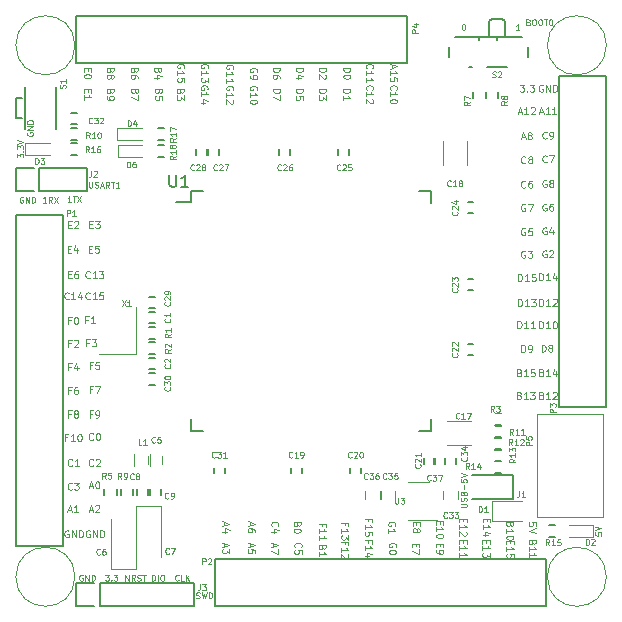
<source format=gbr>
G04 #@! TF.FileFunction,Legend,Top*
%FSLAX46Y46*%
G04 Gerber Fmt 4.6, Leading zero omitted, Abs format (unit mm)*
G04 Created by KiCad (PCBNEW 4.0.6) date 03/11/19 23:36:44*
%MOMM*%
%LPD*%
G01*
G04 APERTURE LIST*
%ADD10C,0.100000*%
%ADD11C,0.070000*%
%ADD12C,0.150000*%
%ADD13C,0.050000*%
%ADD14C,0.120000*%
G04 APERTURE END LIST*
D10*
D11*
X104464285Y-123964286D02*
X104435714Y-123992857D01*
X104350000Y-124021429D01*
X104292857Y-124021429D01*
X104207142Y-123992857D01*
X104150000Y-123935714D01*
X104121428Y-123878571D01*
X104092857Y-123764286D01*
X104092857Y-123678571D01*
X104121428Y-123564286D01*
X104150000Y-123507143D01*
X104207142Y-123450000D01*
X104292857Y-123421429D01*
X104350000Y-123421429D01*
X104435714Y-123450000D01*
X104464285Y-123478571D01*
X105035714Y-124021429D02*
X104692857Y-124021429D01*
X104864285Y-124021429D02*
X104864285Y-123421429D01*
X104807142Y-123507143D01*
X104750000Y-123564286D01*
X104692857Y-123592857D01*
X105550000Y-123621429D02*
X105550000Y-124021429D01*
X105407143Y-123392857D02*
X105264286Y-123821429D01*
X105635714Y-123821429D01*
X106264285Y-123964286D02*
X106235714Y-123992857D01*
X106150000Y-124021429D01*
X106092857Y-124021429D01*
X106007142Y-123992857D01*
X105950000Y-123935714D01*
X105921428Y-123878571D01*
X105892857Y-123764286D01*
X105892857Y-123678571D01*
X105921428Y-123564286D01*
X105950000Y-123507143D01*
X106007142Y-123450000D01*
X106092857Y-123421429D01*
X106150000Y-123421429D01*
X106235714Y-123450000D01*
X106264285Y-123478571D01*
X106835714Y-124021429D02*
X106492857Y-124021429D01*
X106664285Y-124021429D02*
X106664285Y-123421429D01*
X106607142Y-123507143D01*
X106550000Y-123564286D01*
X106492857Y-123592857D01*
X107378571Y-123421429D02*
X107092857Y-123421429D01*
X107064286Y-123707143D01*
X107092857Y-123678571D01*
X107150000Y-123650000D01*
X107292857Y-123650000D01*
X107350000Y-123678571D01*
X107378571Y-123707143D01*
X107407143Y-123764286D01*
X107407143Y-123907143D01*
X107378571Y-123964286D01*
X107350000Y-123992857D01*
X107292857Y-124021429D01*
X107150000Y-124021429D01*
X107092857Y-123992857D01*
X107064286Y-123964286D01*
X109278572Y-147836190D02*
X109278572Y-147336190D01*
X109564286Y-147836190D01*
X109564286Y-147336190D01*
X110088096Y-147836190D02*
X109921429Y-147598095D01*
X109802382Y-147836190D02*
X109802382Y-147336190D01*
X109992858Y-147336190D01*
X110040477Y-147360000D01*
X110064286Y-147383810D01*
X110088096Y-147431429D01*
X110088096Y-147502857D01*
X110064286Y-147550476D01*
X110040477Y-147574286D01*
X109992858Y-147598095D01*
X109802382Y-147598095D01*
X110278572Y-147812381D02*
X110350001Y-147836190D01*
X110469048Y-147836190D01*
X110516667Y-147812381D01*
X110540477Y-147788571D01*
X110564286Y-147740952D01*
X110564286Y-147693333D01*
X110540477Y-147645714D01*
X110516667Y-147621905D01*
X110469048Y-147598095D01*
X110373810Y-147574286D01*
X110326191Y-147550476D01*
X110302382Y-147526667D01*
X110278572Y-147479048D01*
X110278572Y-147431429D01*
X110302382Y-147383810D01*
X110326191Y-147360000D01*
X110373810Y-147336190D01*
X110492858Y-147336190D01*
X110564286Y-147360000D01*
X110707143Y-147336190D02*
X110992857Y-147336190D01*
X110850000Y-147836190D02*
X110850000Y-147336190D01*
X139852857Y-142600000D02*
X139852857Y-142800000D01*
X139538571Y-142885714D02*
X139538571Y-142600000D01*
X140138571Y-142600000D01*
X140138571Y-142885714D01*
X139538571Y-143457143D02*
X139538571Y-143114286D01*
X139538571Y-143285714D02*
X140138571Y-143285714D01*
X140052857Y-143228571D01*
X139995714Y-143171429D01*
X139967143Y-143114286D01*
X139938571Y-143971429D02*
X139538571Y-143971429D01*
X140167143Y-143828572D02*
X139738571Y-143685715D01*
X139738571Y-144057143D01*
X139822857Y-144400000D02*
X139822857Y-144600000D01*
X139508571Y-144685714D02*
X139508571Y-144400000D01*
X140108571Y-144400000D01*
X140108571Y-144685714D01*
X139508571Y-145257143D02*
X139508571Y-144914286D01*
X139508571Y-145085714D02*
X140108571Y-145085714D01*
X140022857Y-145028571D01*
X139965714Y-144971429D01*
X139937143Y-144914286D01*
X140108571Y-145457143D02*
X140108571Y-145828572D01*
X139880000Y-145628572D01*
X139880000Y-145714286D01*
X139851429Y-145771429D01*
X139822857Y-145800000D01*
X139765714Y-145828572D01*
X139622857Y-145828572D01*
X139565714Y-145800000D01*
X139537143Y-145771429D01*
X139508571Y-145714286D01*
X139508571Y-145542858D01*
X139537143Y-145485715D01*
X139565714Y-145457143D01*
X144028571Y-143185714D02*
X144028571Y-142900000D01*
X143742857Y-142871429D01*
X143771429Y-142900000D01*
X143800000Y-142957143D01*
X143800000Y-143100000D01*
X143771429Y-143157143D01*
X143742857Y-143185714D01*
X143685714Y-143214286D01*
X143542857Y-143214286D01*
X143485714Y-143185714D01*
X143457143Y-143157143D01*
X143428571Y-143100000D01*
X143428571Y-142957143D01*
X143457143Y-142900000D01*
X143485714Y-142871429D01*
X144028571Y-143385715D02*
X143428571Y-143585715D01*
X144028571Y-143785715D01*
X143742857Y-144571428D02*
X143714286Y-144657142D01*
X143685714Y-144685714D01*
X143628571Y-144714285D01*
X143542857Y-144714285D01*
X143485714Y-144685714D01*
X143457143Y-144657142D01*
X143428571Y-144600000D01*
X143428571Y-144371428D01*
X144028571Y-144371428D01*
X144028571Y-144571428D01*
X144000000Y-144628571D01*
X143971429Y-144657142D01*
X143914286Y-144685714D01*
X143857143Y-144685714D01*
X143800000Y-144657142D01*
X143771429Y-144628571D01*
X143742857Y-144571428D01*
X143742857Y-144371428D01*
X143428571Y-145285714D02*
X143428571Y-144942857D01*
X143428571Y-145114285D02*
X144028571Y-145114285D01*
X143942857Y-145057142D01*
X143885714Y-145000000D01*
X143857143Y-144942857D01*
X143428571Y-145857143D02*
X143428571Y-145514286D01*
X143428571Y-145685714D02*
X144028571Y-145685714D01*
X143942857Y-145628571D01*
X143885714Y-145571429D01*
X143857143Y-145514286D01*
X142631428Y-132137143D02*
X142717142Y-132165714D01*
X142745714Y-132194286D01*
X142774285Y-132251429D01*
X142774285Y-132337143D01*
X142745714Y-132394286D01*
X142717142Y-132422857D01*
X142660000Y-132451429D01*
X142431428Y-132451429D01*
X142431428Y-131851429D01*
X142631428Y-131851429D01*
X142688571Y-131880000D01*
X142717142Y-131908571D01*
X142745714Y-131965714D01*
X142745714Y-132022857D01*
X142717142Y-132080000D01*
X142688571Y-132108571D01*
X142631428Y-132137143D01*
X142431428Y-132137143D01*
X143345714Y-132451429D02*
X143002857Y-132451429D01*
X143174285Y-132451429D02*
X143174285Y-131851429D01*
X143117142Y-131937143D01*
X143060000Y-131994286D01*
X143002857Y-132022857D01*
X143545714Y-131851429D02*
X143917143Y-131851429D01*
X143717143Y-132080000D01*
X143802857Y-132080000D01*
X143860000Y-132108571D01*
X143888571Y-132137143D01*
X143917143Y-132194286D01*
X143917143Y-132337143D01*
X143888571Y-132394286D01*
X143860000Y-132422857D01*
X143802857Y-132451429D01*
X143631429Y-132451429D01*
X143574286Y-132422857D01*
X143545714Y-132394286D01*
X144521428Y-132127143D02*
X144607142Y-132155714D01*
X144635714Y-132184286D01*
X144664285Y-132241429D01*
X144664285Y-132327143D01*
X144635714Y-132384286D01*
X144607142Y-132412857D01*
X144550000Y-132441429D01*
X144321428Y-132441429D01*
X144321428Y-131841429D01*
X144521428Y-131841429D01*
X144578571Y-131870000D01*
X144607142Y-131898571D01*
X144635714Y-131955714D01*
X144635714Y-132012857D01*
X144607142Y-132070000D01*
X144578571Y-132098571D01*
X144521428Y-132127143D01*
X144321428Y-132127143D01*
X145235714Y-132441429D02*
X144892857Y-132441429D01*
X145064285Y-132441429D02*
X145064285Y-131841429D01*
X145007142Y-131927143D01*
X144950000Y-131984286D01*
X144892857Y-132012857D01*
X145464286Y-131898571D02*
X145492857Y-131870000D01*
X145550000Y-131841429D01*
X145692857Y-131841429D01*
X145750000Y-131870000D01*
X145778571Y-131898571D01*
X145807143Y-131955714D01*
X145807143Y-132012857D01*
X145778571Y-132098571D01*
X145435714Y-132441429D01*
X145807143Y-132441429D01*
X142651428Y-130227143D02*
X142737142Y-130255714D01*
X142765714Y-130284286D01*
X142794285Y-130341429D01*
X142794285Y-130427143D01*
X142765714Y-130484286D01*
X142737142Y-130512857D01*
X142680000Y-130541429D01*
X142451428Y-130541429D01*
X142451428Y-129941429D01*
X142651428Y-129941429D01*
X142708571Y-129970000D01*
X142737142Y-129998571D01*
X142765714Y-130055714D01*
X142765714Y-130112857D01*
X142737142Y-130170000D01*
X142708571Y-130198571D01*
X142651428Y-130227143D01*
X142451428Y-130227143D01*
X143365714Y-130541429D02*
X143022857Y-130541429D01*
X143194285Y-130541429D02*
X143194285Y-129941429D01*
X143137142Y-130027143D01*
X143080000Y-130084286D01*
X143022857Y-130112857D01*
X143908571Y-129941429D02*
X143622857Y-129941429D01*
X143594286Y-130227143D01*
X143622857Y-130198571D01*
X143680000Y-130170000D01*
X143822857Y-130170000D01*
X143880000Y-130198571D01*
X143908571Y-130227143D01*
X143937143Y-130284286D01*
X143937143Y-130427143D01*
X143908571Y-130484286D01*
X143880000Y-130512857D01*
X143822857Y-130541429D01*
X143680000Y-130541429D01*
X143622857Y-130512857D01*
X143594286Y-130484286D01*
X144521428Y-130197143D02*
X144607142Y-130225714D01*
X144635714Y-130254286D01*
X144664285Y-130311429D01*
X144664285Y-130397143D01*
X144635714Y-130454286D01*
X144607142Y-130482857D01*
X144550000Y-130511429D01*
X144321428Y-130511429D01*
X144321428Y-129911429D01*
X144521428Y-129911429D01*
X144578571Y-129940000D01*
X144607142Y-129968571D01*
X144635714Y-130025714D01*
X144635714Y-130082857D01*
X144607142Y-130140000D01*
X144578571Y-130168571D01*
X144521428Y-130197143D01*
X144321428Y-130197143D01*
X145235714Y-130511429D02*
X144892857Y-130511429D01*
X145064285Y-130511429D02*
X145064285Y-129911429D01*
X145007142Y-129997143D01*
X144950000Y-130054286D01*
X144892857Y-130082857D01*
X145750000Y-130111429D02*
X145750000Y-130511429D01*
X145607143Y-129882857D02*
X145464286Y-130311429D01*
X145835714Y-130311429D01*
X131735714Y-106264285D02*
X131707143Y-106235714D01*
X131678571Y-106150000D01*
X131678571Y-106092857D01*
X131707143Y-106007142D01*
X131764286Y-105950000D01*
X131821429Y-105921428D01*
X131935714Y-105892857D01*
X132021429Y-105892857D01*
X132135714Y-105921428D01*
X132192857Y-105950000D01*
X132250000Y-106007142D01*
X132278571Y-106092857D01*
X132278571Y-106150000D01*
X132250000Y-106235714D01*
X132221429Y-106264285D01*
X131678571Y-106835714D02*
X131678571Y-106492857D01*
X131678571Y-106664285D02*
X132278571Y-106664285D01*
X132192857Y-106607142D01*
X132135714Y-106550000D01*
X132107143Y-106492857D01*
X132278571Y-107207143D02*
X132278571Y-107264286D01*
X132250000Y-107321429D01*
X132221429Y-107350000D01*
X132164286Y-107378571D01*
X132050000Y-107407143D01*
X131907143Y-107407143D01*
X131792857Y-107378571D01*
X131735714Y-107350000D01*
X131707143Y-107321429D01*
X131678571Y-107264286D01*
X131678571Y-107207143D01*
X131707143Y-107150000D01*
X131735714Y-107121429D01*
X131792857Y-107092857D01*
X131907143Y-107064286D01*
X132050000Y-107064286D01*
X132164286Y-107092857D01*
X132221429Y-107121429D01*
X132250000Y-107150000D01*
X132278571Y-107207143D01*
X131850000Y-104135714D02*
X131850000Y-104421428D01*
X131678571Y-104078571D02*
X132278571Y-104278571D01*
X131678571Y-104478571D01*
X131678571Y-104992857D02*
X131678571Y-104650000D01*
X131678571Y-104821428D02*
X132278571Y-104821428D01*
X132192857Y-104764285D01*
X132135714Y-104707143D01*
X132107143Y-104650000D01*
X132278571Y-105535714D02*
X132278571Y-105250000D01*
X131992857Y-105221429D01*
X132021429Y-105250000D01*
X132050000Y-105307143D01*
X132050000Y-105450000D01*
X132021429Y-105507143D01*
X131992857Y-105535714D01*
X131935714Y-105564286D01*
X131792857Y-105564286D01*
X131735714Y-105535714D01*
X131707143Y-105507143D01*
X131678571Y-105450000D01*
X131678571Y-105307143D01*
X131707143Y-105250000D01*
X131735714Y-105221429D01*
X129705714Y-106264285D02*
X129677143Y-106235714D01*
X129648571Y-106150000D01*
X129648571Y-106092857D01*
X129677143Y-106007142D01*
X129734286Y-105950000D01*
X129791429Y-105921428D01*
X129905714Y-105892857D01*
X129991429Y-105892857D01*
X130105714Y-105921428D01*
X130162857Y-105950000D01*
X130220000Y-106007142D01*
X130248571Y-106092857D01*
X130248571Y-106150000D01*
X130220000Y-106235714D01*
X130191429Y-106264285D01*
X129648571Y-106835714D02*
X129648571Y-106492857D01*
X129648571Y-106664285D02*
X130248571Y-106664285D01*
X130162857Y-106607142D01*
X130105714Y-106550000D01*
X130077143Y-106492857D01*
X130191429Y-107064286D02*
X130220000Y-107092857D01*
X130248571Y-107150000D01*
X130248571Y-107292857D01*
X130220000Y-107350000D01*
X130191429Y-107378571D01*
X130134286Y-107407143D01*
X130077143Y-107407143D01*
X129991429Y-107378571D01*
X129648571Y-107035714D01*
X129648571Y-107407143D01*
X129705714Y-104464285D02*
X129677143Y-104435714D01*
X129648571Y-104350000D01*
X129648571Y-104292857D01*
X129677143Y-104207142D01*
X129734286Y-104150000D01*
X129791429Y-104121428D01*
X129905714Y-104092857D01*
X129991429Y-104092857D01*
X130105714Y-104121428D01*
X130162857Y-104150000D01*
X130220000Y-104207142D01*
X130248571Y-104292857D01*
X130248571Y-104350000D01*
X130220000Y-104435714D01*
X130191429Y-104464285D01*
X129648571Y-105035714D02*
X129648571Y-104692857D01*
X129648571Y-104864285D02*
X130248571Y-104864285D01*
X130162857Y-104807142D01*
X130105714Y-104750000D01*
X130077143Y-104692857D01*
X129648571Y-105607143D02*
X129648571Y-105264286D01*
X129648571Y-105435714D02*
X130248571Y-105435714D01*
X130162857Y-105378571D01*
X130105714Y-105321429D01*
X130077143Y-105264286D01*
X106242858Y-143600000D02*
X106185715Y-143571429D01*
X106100001Y-143571429D01*
X106014286Y-143600000D01*
X105957144Y-143657143D01*
X105928572Y-143714286D01*
X105900001Y-143828571D01*
X105900001Y-143914286D01*
X105928572Y-144028571D01*
X105957144Y-144085714D01*
X106014286Y-144142857D01*
X106100001Y-144171429D01*
X106157144Y-144171429D01*
X106242858Y-144142857D01*
X106271429Y-144114286D01*
X106271429Y-143914286D01*
X106157144Y-143914286D01*
X106528572Y-144171429D02*
X106528572Y-143571429D01*
X106871429Y-144171429D01*
X106871429Y-143571429D01*
X107157143Y-144171429D02*
X107157143Y-143571429D01*
X107300000Y-143571429D01*
X107385715Y-143600000D01*
X107442857Y-143657143D01*
X107471429Y-143714286D01*
X107500000Y-143828571D01*
X107500000Y-143914286D01*
X107471429Y-144028571D01*
X107442857Y-144085714D01*
X107385715Y-144142857D01*
X107300000Y-144171429D01*
X107157143Y-144171429D01*
X106235714Y-117657143D02*
X106435714Y-117657143D01*
X106521428Y-117971429D02*
X106235714Y-117971429D01*
X106235714Y-117371429D01*
X106521428Y-117371429D01*
X106721428Y-117371429D02*
X107092857Y-117371429D01*
X106892857Y-117600000D01*
X106978571Y-117600000D01*
X107035714Y-117628571D01*
X107064285Y-117657143D01*
X107092857Y-117714286D01*
X107092857Y-117857143D01*
X107064285Y-117914286D01*
X107035714Y-117942857D01*
X106978571Y-117971429D01*
X106807143Y-117971429D01*
X106750000Y-117942857D01*
X106721428Y-117914286D01*
X104435714Y-117677143D02*
X104635714Y-117677143D01*
X104721428Y-117991429D02*
X104435714Y-117991429D01*
X104435714Y-117391429D01*
X104721428Y-117391429D01*
X104950000Y-117448571D02*
X104978571Y-117420000D01*
X105035714Y-117391429D01*
X105178571Y-117391429D01*
X105235714Y-117420000D01*
X105264285Y-117448571D01*
X105292857Y-117505714D01*
X105292857Y-117562857D01*
X105264285Y-117648571D01*
X104921428Y-117991429D01*
X105292857Y-117991429D01*
X105649047Y-147350000D02*
X105601428Y-147326190D01*
X105530000Y-147326190D01*
X105458571Y-147350000D01*
X105410952Y-147397619D01*
X105387143Y-147445238D01*
X105363333Y-147540476D01*
X105363333Y-147611905D01*
X105387143Y-147707143D01*
X105410952Y-147754762D01*
X105458571Y-147802381D01*
X105530000Y-147826190D01*
X105577619Y-147826190D01*
X105649047Y-147802381D01*
X105672857Y-147778571D01*
X105672857Y-147611905D01*
X105577619Y-147611905D01*
X105887143Y-147826190D02*
X105887143Y-147326190D01*
X106172857Y-147826190D01*
X106172857Y-147326190D01*
X106410953Y-147826190D02*
X106410953Y-147326190D01*
X106530000Y-147326190D01*
X106601429Y-147350000D01*
X106649048Y-147397619D01*
X106672857Y-147445238D01*
X106696667Y-147540476D01*
X106696667Y-147611905D01*
X106672857Y-147707143D01*
X106649048Y-147754762D01*
X106601429Y-147802381D01*
X106530000Y-147826190D01*
X106410953Y-147826190D01*
X107576192Y-147326190D02*
X107885715Y-147326190D01*
X107719049Y-147516667D01*
X107790477Y-147516667D01*
X107838096Y-147540476D01*
X107861906Y-147564286D01*
X107885715Y-147611905D01*
X107885715Y-147730952D01*
X107861906Y-147778571D01*
X107838096Y-147802381D01*
X107790477Y-147826190D01*
X107647620Y-147826190D01*
X107600001Y-147802381D01*
X107576192Y-147778571D01*
X108100001Y-147778571D02*
X108123810Y-147802381D01*
X108100001Y-147826190D01*
X108076191Y-147802381D01*
X108100001Y-147778571D01*
X108100001Y-147826190D01*
X108290477Y-147326190D02*
X108600000Y-147326190D01*
X108433334Y-147516667D01*
X108504762Y-147516667D01*
X108552381Y-147540476D01*
X108576191Y-147564286D01*
X108600000Y-147611905D01*
X108600000Y-147730952D01*
X108576191Y-147778571D01*
X108552381Y-147802381D01*
X108504762Y-147826190D01*
X108361905Y-147826190D01*
X108314286Y-147802381D01*
X108290477Y-147778571D01*
X113782381Y-147778571D02*
X113758571Y-147802381D01*
X113687143Y-147826190D01*
X113639524Y-147826190D01*
X113568095Y-147802381D01*
X113520476Y-147754762D01*
X113496667Y-147707143D01*
X113472857Y-147611905D01*
X113472857Y-147540476D01*
X113496667Y-147445238D01*
X113520476Y-147397619D01*
X113568095Y-147350000D01*
X113639524Y-147326190D01*
X113687143Y-147326190D01*
X113758571Y-147350000D01*
X113782381Y-147373810D01*
X114234762Y-147826190D02*
X113996667Y-147826190D01*
X113996667Y-147326190D01*
X114401429Y-147826190D02*
X114401429Y-147326190D01*
X114687143Y-147826190D02*
X114472857Y-147540476D01*
X114687143Y-147326190D02*
X114401429Y-147611905D01*
X111528096Y-147826190D02*
X111528096Y-147326190D01*
X111647143Y-147326190D01*
X111718572Y-147350000D01*
X111766191Y-147397619D01*
X111790000Y-147445238D01*
X111813810Y-147540476D01*
X111813810Y-147611905D01*
X111790000Y-147707143D01*
X111766191Y-147754762D01*
X111718572Y-147802381D01*
X111647143Y-147826190D01*
X111528096Y-147826190D01*
X112028096Y-147826190D02*
X112028096Y-147326190D01*
X112361429Y-147326190D02*
X112456667Y-147326190D01*
X112504286Y-147350000D01*
X112551905Y-147397619D01*
X112575714Y-147492857D01*
X112575714Y-147659524D01*
X112551905Y-147754762D01*
X112504286Y-147802381D01*
X112456667Y-147826190D01*
X112361429Y-147826190D01*
X112313810Y-147802381D01*
X112266191Y-147754762D01*
X112242381Y-147659524D01*
X112242381Y-147492857D01*
X112266191Y-147397619D01*
X112313810Y-147350000D01*
X112361429Y-147326190D01*
X100980000Y-109890953D02*
X100956190Y-109938572D01*
X100956190Y-110010000D01*
X100980000Y-110081429D01*
X101027619Y-110129048D01*
X101075238Y-110152857D01*
X101170476Y-110176667D01*
X101241905Y-110176667D01*
X101337143Y-110152857D01*
X101384762Y-110129048D01*
X101432381Y-110081429D01*
X101456190Y-110010000D01*
X101456190Y-109962381D01*
X101432381Y-109890953D01*
X101408571Y-109867143D01*
X101241905Y-109867143D01*
X101241905Y-109962381D01*
X101456190Y-109652857D02*
X100956190Y-109652857D01*
X101456190Y-109367143D01*
X100956190Y-109367143D01*
X101456190Y-109129047D02*
X100956190Y-109129047D01*
X100956190Y-109010000D01*
X100980000Y-108938571D01*
X101027619Y-108890952D01*
X101075238Y-108867143D01*
X101170476Y-108843333D01*
X101241905Y-108843333D01*
X101337143Y-108867143D01*
X101384762Y-108890952D01*
X101432381Y-108938571D01*
X101456190Y-109010000D01*
X101456190Y-109129047D01*
X100599047Y-115350000D02*
X100551428Y-115326190D01*
X100480000Y-115326190D01*
X100408571Y-115350000D01*
X100360952Y-115397619D01*
X100337143Y-115445238D01*
X100313333Y-115540476D01*
X100313333Y-115611905D01*
X100337143Y-115707143D01*
X100360952Y-115754762D01*
X100408571Y-115802381D01*
X100480000Y-115826190D01*
X100527619Y-115826190D01*
X100599047Y-115802381D01*
X100622857Y-115778571D01*
X100622857Y-115611905D01*
X100527619Y-115611905D01*
X100837143Y-115826190D02*
X100837143Y-115326190D01*
X101122857Y-115826190D01*
X101122857Y-115326190D01*
X101360953Y-115826190D02*
X101360953Y-115326190D01*
X101480000Y-115326190D01*
X101551429Y-115350000D01*
X101599048Y-115397619D01*
X101622857Y-115445238D01*
X101646667Y-115540476D01*
X101646667Y-115611905D01*
X101622857Y-115707143D01*
X101599048Y-115754762D01*
X101551429Y-115802381D01*
X101480000Y-115826190D01*
X101360953Y-115826190D01*
X104674286Y-115796190D02*
X104388572Y-115796190D01*
X104531429Y-115796190D02*
X104531429Y-115296190D01*
X104483810Y-115367619D01*
X104436191Y-115415238D01*
X104388572Y-115439048D01*
X104817143Y-115296190D02*
X105102857Y-115296190D01*
X104960000Y-115796190D02*
X104960000Y-115296190D01*
X105221905Y-115296190D02*
X105555238Y-115796190D01*
X105555238Y-115296190D02*
X105221905Y-115796190D01*
X102584762Y-115816190D02*
X102299048Y-115816190D01*
X102441905Y-115816190D02*
X102441905Y-115316190D01*
X102394286Y-115387619D01*
X102346667Y-115435238D01*
X102299048Y-115459048D01*
X103084762Y-115816190D02*
X102918095Y-115578095D01*
X102799048Y-115816190D02*
X102799048Y-115316190D01*
X102989524Y-115316190D01*
X103037143Y-115340000D01*
X103060952Y-115363810D01*
X103084762Y-115411429D01*
X103084762Y-115482857D01*
X103060952Y-115530476D01*
X103037143Y-115554286D01*
X102989524Y-115578095D01*
X102799048Y-115578095D01*
X103251429Y-115316190D02*
X103584762Y-115816190D01*
X103584762Y-115316190D02*
X103251429Y-115816190D01*
X137886191Y-100706190D02*
X137933810Y-100706190D01*
X137981429Y-100730000D01*
X138005238Y-100753810D01*
X138029048Y-100801429D01*
X138052857Y-100896667D01*
X138052857Y-101015714D01*
X138029048Y-101110952D01*
X138005238Y-101158571D01*
X137981429Y-101182381D01*
X137933810Y-101206190D01*
X137886191Y-101206190D01*
X137838572Y-101182381D01*
X137814762Y-101158571D01*
X137790953Y-101110952D01*
X137767143Y-101015714D01*
X137767143Y-100896667D01*
X137790953Y-100801429D01*
X137814762Y-100753810D01*
X137838572Y-100730000D01*
X137886191Y-100706190D01*
X142632857Y-101186190D02*
X142347143Y-101186190D01*
X142490000Y-101186190D02*
X142490000Y-100686190D01*
X142442381Y-100757619D01*
X142394762Y-100805238D01*
X142347143Y-100829048D01*
X144602858Y-105860000D02*
X144545715Y-105831429D01*
X144460001Y-105831429D01*
X144374286Y-105860000D01*
X144317144Y-105917143D01*
X144288572Y-105974286D01*
X144260001Y-106088571D01*
X144260001Y-106174286D01*
X144288572Y-106288571D01*
X144317144Y-106345714D01*
X144374286Y-106402857D01*
X144460001Y-106431429D01*
X144517144Y-106431429D01*
X144602858Y-106402857D01*
X144631429Y-106374286D01*
X144631429Y-106174286D01*
X144517144Y-106174286D01*
X144888572Y-106431429D02*
X144888572Y-105831429D01*
X145231429Y-106431429D01*
X145231429Y-105831429D01*
X145517143Y-106431429D02*
X145517143Y-105831429D01*
X145660000Y-105831429D01*
X145745715Y-105860000D01*
X145802857Y-105917143D01*
X145831429Y-105974286D01*
X145860000Y-106088571D01*
X145860000Y-106174286D01*
X145831429Y-106288571D01*
X145802857Y-106345714D01*
X145745715Y-106402857D01*
X145660000Y-106431429D01*
X145517143Y-106431429D01*
X142651428Y-105821429D02*
X143022857Y-105821429D01*
X142822857Y-106050000D01*
X142908571Y-106050000D01*
X142965714Y-106078571D01*
X142994285Y-106107143D01*
X143022857Y-106164286D01*
X143022857Y-106307143D01*
X142994285Y-106364286D01*
X142965714Y-106392857D01*
X142908571Y-106421429D01*
X142737143Y-106421429D01*
X142680000Y-106392857D01*
X142651428Y-106364286D01*
X143280000Y-106364286D02*
X143308572Y-106392857D01*
X143280000Y-106421429D01*
X143251429Y-106392857D01*
X143280000Y-106364286D01*
X143280000Y-106421429D01*
X143508571Y-105821429D02*
X143880000Y-105821429D01*
X143680000Y-106050000D01*
X143765714Y-106050000D01*
X143822857Y-106078571D01*
X143851428Y-106107143D01*
X143880000Y-106164286D01*
X143880000Y-106307143D01*
X143851428Y-106364286D01*
X143822857Y-106392857D01*
X143765714Y-106421429D01*
X143594286Y-106421429D01*
X143537143Y-106392857D01*
X143508571Y-106364286D01*
X142535714Y-108150000D02*
X142821428Y-108150000D01*
X142478571Y-108321429D02*
X142678571Y-107721429D01*
X142878571Y-108321429D01*
X143392857Y-108321429D02*
X143050000Y-108321429D01*
X143221428Y-108321429D02*
X143221428Y-107721429D01*
X143164285Y-107807143D01*
X143107143Y-107864286D01*
X143050000Y-107892857D01*
X143621429Y-107778571D02*
X143650000Y-107750000D01*
X143707143Y-107721429D01*
X143850000Y-107721429D01*
X143907143Y-107750000D01*
X143935714Y-107778571D01*
X143964286Y-107835714D01*
X143964286Y-107892857D01*
X143935714Y-107978571D01*
X143592857Y-108321429D01*
X143964286Y-108321429D01*
X144335714Y-108140000D02*
X144621428Y-108140000D01*
X144278571Y-108311429D02*
X144478571Y-107711429D01*
X144678571Y-108311429D01*
X145192857Y-108311429D02*
X144850000Y-108311429D01*
X145021428Y-108311429D02*
X145021428Y-107711429D01*
X144964285Y-107797143D01*
X144907143Y-107854286D01*
X144850000Y-107882857D01*
X145764286Y-108311429D02*
X145421429Y-108311429D01*
X145592857Y-108311429D02*
X145592857Y-107711429D01*
X145535714Y-107797143D01*
X145478572Y-107854286D01*
X145421429Y-107882857D01*
X142821429Y-110290000D02*
X143107143Y-110290000D01*
X142764286Y-110461429D02*
X142964286Y-109861429D01*
X143164286Y-110461429D01*
X143450000Y-110118571D02*
X143392858Y-110090000D01*
X143364286Y-110061429D01*
X143335715Y-110004286D01*
X143335715Y-109975714D01*
X143364286Y-109918571D01*
X143392858Y-109890000D01*
X143450000Y-109861429D01*
X143564286Y-109861429D01*
X143621429Y-109890000D01*
X143650000Y-109918571D01*
X143678572Y-109975714D01*
X143678572Y-110004286D01*
X143650000Y-110061429D01*
X143621429Y-110090000D01*
X143564286Y-110118571D01*
X143450000Y-110118571D01*
X143392858Y-110147143D01*
X143364286Y-110175714D01*
X143335715Y-110232857D01*
X143335715Y-110347143D01*
X143364286Y-110404286D01*
X143392858Y-110432857D01*
X143450000Y-110461429D01*
X143564286Y-110461429D01*
X143621429Y-110432857D01*
X143650000Y-110404286D01*
X143678572Y-110347143D01*
X143678572Y-110232857D01*
X143650000Y-110175714D01*
X143621429Y-110147143D01*
X143564286Y-110118571D01*
X144950000Y-110344286D02*
X144921429Y-110372857D01*
X144835715Y-110401429D01*
X144778572Y-110401429D01*
X144692857Y-110372857D01*
X144635715Y-110315714D01*
X144607143Y-110258571D01*
X144578572Y-110144286D01*
X144578572Y-110058571D01*
X144607143Y-109944286D01*
X144635715Y-109887143D01*
X144692857Y-109830000D01*
X144778572Y-109801429D01*
X144835715Y-109801429D01*
X144921429Y-109830000D01*
X144950000Y-109858571D01*
X145235715Y-110401429D02*
X145350000Y-110401429D01*
X145407143Y-110372857D01*
X145435715Y-110344286D01*
X145492857Y-110258571D01*
X145521429Y-110144286D01*
X145521429Y-109915714D01*
X145492857Y-109858571D01*
X145464286Y-109830000D01*
X145407143Y-109801429D01*
X145292857Y-109801429D01*
X145235715Y-109830000D01*
X145207143Y-109858571D01*
X145178572Y-109915714D01*
X145178572Y-110058571D01*
X145207143Y-110115714D01*
X145235715Y-110144286D01*
X145292857Y-110172857D01*
X145407143Y-110172857D01*
X145464286Y-110144286D01*
X145492857Y-110115714D01*
X145521429Y-110058571D01*
X144950000Y-112354286D02*
X144921429Y-112382857D01*
X144835715Y-112411429D01*
X144778572Y-112411429D01*
X144692857Y-112382857D01*
X144635715Y-112325714D01*
X144607143Y-112268571D01*
X144578572Y-112154286D01*
X144578572Y-112068571D01*
X144607143Y-111954286D01*
X144635715Y-111897143D01*
X144692857Y-111840000D01*
X144778572Y-111811429D01*
X144835715Y-111811429D01*
X144921429Y-111840000D01*
X144950000Y-111868571D01*
X145150000Y-111811429D02*
X145550000Y-111811429D01*
X145292857Y-112411429D01*
X143150000Y-112434286D02*
X143121429Y-112462857D01*
X143035715Y-112491429D01*
X142978572Y-112491429D01*
X142892857Y-112462857D01*
X142835715Y-112405714D01*
X142807143Y-112348571D01*
X142778572Y-112234286D01*
X142778572Y-112148571D01*
X142807143Y-112034286D01*
X142835715Y-111977143D01*
X142892857Y-111920000D01*
X142978572Y-111891429D01*
X143035715Y-111891429D01*
X143121429Y-111920000D01*
X143150000Y-111948571D01*
X143492857Y-112148571D02*
X143435715Y-112120000D01*
X143407143Y-112091429D01*
X143378572Y-112034286D01*
X143378572Y-112005714D01*
X143407143Y-111948571D01*
X143435715Y-111920000D01*
X143492857Y-111891429D01*
X143607143Y-111891429D01*
X143664286Y-111920000D01*
X143692857Y-111948571D01*
X143721429Y-112005714D01*
X143721429Y-112034286D01*
X143692857Y-112091429D01*
X143664286Y-112120000D01*
X143607143Y-112148571D01*
X143492857Y-112148571D01*
X143435715Y-112177143D01*
X143407143Y-112205714D01*
X143378572Y-112262857D01*
X143378572Y-112377143D01*
X143407143Y-112434286D01*
X143435715Y-112462857D01*
X143492857Y-112491429D01*
X143607143Y-112491429D01*
X143664286Y-112462857D01*
X143692857Y-112434286D01*
X143721429Y-112377143D01*
X143721429Y-112262857D01*
X143692857Y-112205714D01*
X143664286Y-112177143D01*
X143607143Y-112148571D01*
X143150000Y-114504286D02*
X143121429Y-114532857D01*
X143035715Y-114561429D01*
X142978572Y-114561429D01*
X142892857Y-114532857D01*
X142835715Y-114475714D01*
X142807143Y-114418571D01*
X142778572Y-114304286D01*
X142778572Y-114218571D01*
X142807143Y-114104286D01*
X142835715Y-114047143D01*
X142892857Y-113990000D01*
X142978572Y-113961429D01*
X143035715Y-113961429D01*
X143121429Y-113990000D01*
X143150000Y-114018571D01*
X143664286Y-113961429D02*
X143550000Y-113961429D01*
X143492857Y-113990000D01*
X143464286Y-114018571D01*
X143407143Y-114104286D01*
X143378572Y-114218571D01*
X143378572Y-114447143D01*
X143407143Y-114504286D01*
X143435715Y-114532857D01*
X143492857Y-114561429D01*
X143607143Y-114561429D01*
X143664286Y-114532857D01*
X143692857Y-114504286D01*
X143721429Y-114447143D01*
X143721429Y-114304286D01*
X143692857Y-114247143D01*
X143664286Y-114218571D01*
X143607143Y-114190000D01*
X143492857Y-114190000D01*
X143435715Y-114218571D01*
X143407143Y-114247143D01*
X143378572Y-114304286D01*
X144921429Y-113930000D02*
X144864286Y-113901429D01*
X144778572Y-113901429D01*
X144692857Y-113930000D01*
X144635715Y-113987143D01*
X144607143Y-114044286D01*
X144578572Y-114158571D01*
X144578572Y-114244286D01*
X144607143Y-114358571D01*
X144635715Y-114415714D01*
X144692857Y-114472857D01*
X144778572Y-114501429D01*
X144835715Y-114501429D01*
X144921429Y-114472857D01*
X144950000Y-114444286D01*
X144950000Y-114244286D01*
X144835715Y-114244286D01*
X145292857Y-114158571D02*
X145235715Y-114130000D01*
X145207143Y-114101429D01*
X145178572Y-114044286D01*
X145178572Y-114015714D01*
X145207143Y-113958571D01*
X145235715Y-113930000D01*
X145292857Y-113901429D01*
X145407143Y-113901429D01*
X145464286Y-113930000D01*
X145492857Y-113958571D01*
X145521429Y-114015714D01*
X145521429Y-114044286D01*
X145492857Y-114101429D01*
X145464286Y-114130000D01*
X145407143Y-114158571D01*
X145292857Y-114158571D01*
X145235715Y-114187143D01*
X145207143Y-114215714D01*
X145178572Y-114272857D01*
X145178572Y-114387143D01*
X145207143Y-114444286D01*
X145235715Y-114472857D01*
X145292857Y-114501429D01*
X145407143Y-114501429D01*
X145464286Y-114472857D01*
X145492857Y-114444286D01*
X145521429Y-114387143D01*
X145521429Y-114272857D01*
X145492857Y-114215714D01*
X145464286Y-114187143D01*
X145407143Y-114158571D01*
X143121429Y-115960000D02*
X143064286Y-115931429D01*
X142978572Y-115931429D01*
X142892857Y-115960000D01*
X142835715Y-116017143D01*
X142807143Y-116074286D01*
X142778572Y-116188571D01*
X142778572Y-116274286D01*
X142807143Y-116388571D01*
X142835715Y-116445714D01*
X142892857Y-116502857D01*
X142978572Y-116531429D01*
X143035715Y-116531429D01*
X143121429Y-116502857D01*
X143150000Y-116474286D01*
X143150000Y-116274286D01*
X143035715Y-116274286D01*
X143350000Y-115931429D02*
X143750000Y-115931429D01*
X143492857Y-116531429D01*
X144921429Y-115940000D02*
X144864286Y-115911429D01*
X144778572Y-115911429D01*
X144692857Y-115940000D01*
X144635715Y-115997143D01*
X144607143Y-116054286D01*
X144578572Y-116168571D01*
X144578572Y-116254286D01*
X144607143Y-116368571D01*
X144635715Y-116425714D01*
X144692857Y-116482857D01*
X144778572Y-116511429D01*
X144835715Y-116511429D01*
X144921429Y-116482857D01*
X144950000Y-116454286D01*
X144950000Y-116254286D01*
X144835715Y-116254286D01*
X145464286Y-115911429D02*
X145350000Y-115911429D01*
X145292857Y-115940000D01*
X145264286Y-115968571D01*
X145207143Y-116054286D01*
X145178572Y-116168571D01*
X145178572Y-116397143D01*
X145207143Y-116454286D01*
X145235715Y-116482857D01*
X145292857Y-116511429D01*
X145407143Y-116511429D01*
X145464286Y-116482857D01*
X145492857Y-116454286D01*
X145521429Y-116397143D01*
X145521429Y-116254286D01*
X145492857Y-116197143D01*
X145464286Y-116168571D01*
X145407143Y-116140000D01*
X145292857Y-116140000D01*
X145235715Y-116168571D01*
X145207143Y-116197143D01*
X145178572Y-116254286D01*
X143121429Y-118010000D02*
X143064286Y-117981429D01*
X142978572Y-117981429D01*
X142892857Y-118010000D01*
X142835715Y-118067143D01*
X142807143Y-118124286D01*
X142778572Y-118238571D01*
X142778572Y-118324286D01*
X142807143Y-118438571D01*
X142835715Y-118495714D01*
X142892857Y-118552857D01*
X142978572Y-118581429D01*
X143035715Y-118581429D01*
X143121429Y-118552857D01*
X143150000Y-118524286D01*
X143150000Y-118324286D01*
X143035715Y-118324286D01*
X143692857Y-117981429D02*
X143407143Y-117981429D01*
X143378572Y-118267143D01*
X143407143Y-118238571D01*
X143464286Y-118210000D01*
X143607143Y-118210000D01*
X143664286Y-118238571D01*
X143692857Y-118267143D01*
X143721429Y-118324286D01*
X143721429Y-118467143D01*
X143692857Y-118524286D01*
X143664286Y-118552857D01*
X143607143Y-118581429D01*
X143464286Y-118581429D01*
X143407143Y-118552857D01*
X143378572Y-118524286D01*
X144921429Y-117930000D02*
X144864286Y-117901429D01*
X144778572Y-117901429D01*
X144692857Y-117930000D01*
X144635715Y-117987143D01*
X144607143Y-118044286D01*
X144578572Y-118158571D01*
X144578572Y-118244286D01*
X144607143Y-118358571D01*
X144635715Y-118415714D01*
X144692857Y-118472857D01*
X144778572Y-118501429D01*
X144835715Y-118501429D01*
X144921429Y-118472857D01*
X144950000Y-118444286D01*
X144950000Y-118244286D01*
X144835715Y-118244286D01*
X145464286Y-118101429D02*
X145464286Y-118501429D01*
X145321429Y-117872857D02*
X145178572Y-118301429D01*
X145550000Y-118301429D01*
X143121429Y-119910000D02*
X143064286Y-119881429D01*
X142978572Y-119881429D01*
X142892857Y-119910000D01*
X142835715Y-119967143D01*
X142807143Y-120024286D01*
X142778572Y-120138571D01*
X142778572Y-120224286D01*
X142807143Y-120338571D01*
X142835715Y-120395714D01*
X142892857Y-120452857D01*
X142978572Y-120481429D01*
X143035715Y-120481429D01*
X143121429Y-120452857D01*
X143150000Y-120424286D01*
X143150000Y-120224286D01*
X143035715Y-120224286D01*
X143350000Y-119881429D02*
X143721429Y-119881429D01*
X143521429Y-120110000D01*
X143607143Y-120110000D01*
X143664286Y-120138571D01*
X143692857Y-120167143D01*
X143721429Y-120224286D01*
X143721429Y-120367143D01*
X143692857Y-120424286D01*
X143664286Y-120452857D01*
X143607143Y-120481429D01*
X143435715Y-120481429D01*
X143378572Y-120452857D01*
X143350000Y-120424286D01*
X144921429Y-119880000D02*
X144864286Y-119851429D01*
X144778572Y-119851429D01*
X144692857Y-119880000D01*
X144635715Y-119937143D01*
X144607143Y-119994286D01*
X144578572Y-120108571D01*
X144578572Y-120194286D01*
X144607143Y-120308571D01*
X144635715Y-120365714D01*
X144692857Y-120422857D01*
X144778572Y-120451429D01*
X144835715Y-120451429D01*
X144921429Y-120422857D01*
X144950000Y-120394286D01*
X144950000Y-120194286D01*
X144835715Y-120194286D01*
X145178572Y-119908571D02*
X145207143Y-119880000D01*
X145264286Y-119851429D01*
X145407143Y-119851429D01*
X145464286Y-119880000D01*
X145492857Y-119908571D01*
X145521429Y-119965714D01*
X145521429Y-120022857D01*
X145492857Y-120108571D01*
X145150000Y-120451429D01*
X145521429Y-120451429D01*
X142521428Y-122471429D02*
X142521428Y-121871429D01*
X142664285Y-121871429D01*
X142750000Y-121900000D01*
X142807142Y-121957143D01*
X142835714Y-122014286D01*
X142864285Y-122128571D01*
X142864285Y-122214286D01*
X142835714Y-122328571D01*
X142807142Y-122385714D01*
X142750000Y-122442857D01*
X142664285Y-122471429D01*
X142521428Y-122471429D01*
X143435714Y-122471429D02*
X143092857Y-122471429D01*
X143264285Y-122471429D02*
X143264285Y-121871429D01*
X143207142Y-121957143D01*
X143150000Y-122014286D01*
X143092857Y-122042857D01*
X143978571Y-121871429D02*
X143692857Y-121871429D01*
X143664286Y-122157143D01*
X143692857Y-122128571D01*
X143750000Y-122100000D01*
X143892857Y-122100000D01*
X143950000Y-122128571D01*
X143978571Y-122157143D01*
X144007143Y-122214286D01*
X144007143Y-122357143D01*
X143978571Y-122414286D01*
X143950000Y-122442857D01*
X143892857Y-122471429D01*
X143750000Y-122471429D01*
X143692857Y-122442857D01*
X143664286Y-122414286D01*
X144321428Y-122411429D02*
X144321428Y-121811429D01*
X144464285Y-121811429D01*
X144550000Y-121840000D01*
X144607142Y-121897143D01*
X144635714Y-121954286D01*
X144664285Y-122068571D01*
X144664285Y-122154286D01*
X144635714Y-122268571D01*
X144607142Y-122325714D01*
X144550000Y-122382857D01*
X144464285Y-122411429D01*
X144321428Y-122411429D01*
X145235714Y-122411429D02*
X144892857Y-122411429D01*
X145064285Y-122411429D02*
X145064285Y-121811429D01*
X145007142Y-121897143D01*
X144950000Y-121954286D01*
X144892857Y-121982857D01*
X145750000Y-122011429D02*
X145750000Y-122411429D01*
X145607143Y-121782857D02*
X145464286Y-122211429D01*
X145835714Y-122211429D01*
X142521428Y-124591429D02*
X142521428Y-123991429D01*
X142664285Y-123991429D01*
X142750000Y-124020000D01*
X142807142Y-124077143D01*
X142835714Y-124134286D01*
X142864285Y-124248571D01*
X142864285Y-124334286D01*
X142835714Y-124448571D01*
X142807142Y-124505714D01*
X142750000Y-124562857D01*
X142664285Y-124591429D01*
X142521428Y-124591429D01*
X143435714Y-124591429D02*
X143092857Y-124591429D01*
X143264285Y-124591429D02*
X143264285Y-123991429D01*
X143207142Y-124077143D01*
X143150000Y-124134286D01*
X143092857Y-124162857D01*
X143635714Y-123991429D02*
X144007143Y-123991429D01*
X143807143Y-124220000D01*
X143892857Y-124220000D01*
X143950000Y-124248571D01*
X143978571Y-124277143D01*
X144007143Y-124334286D01*
X144007143Y-124477143D01*
X143978571Y-124534286D01*
X143950000Y-124562857D01*
X143892857Y-124591429D01*
X143721429Y-124591429D01*
X143664286Y-124562857D01*
X143635714Y-124534286D01*
X144321428Y-124561429D02*
X144321428Y-123961429D01*
X144464285Y-123961429D01*
X144550000Y-123990000D01*
X144607142Y-124047143D01*
X144635714Y-124104286D01*
X144664285Y-124218571D01*
X144664285Y-124304286D01*
X144635714Y-124418571D01*
X144607142Y-124475714D01*
X144550000Y-124532857D01*
X144464285Y-124561429D01*
X144321428Y-124561429D01*
X145235714Y-124561429D02*
X144892857Y-124561429D01*
X145064285Y-124561429D02*
X145064285Y-123961429D01*
X145007142Y-124047143D01*
X144950000Y-124104286D01*
X144892857Y-124132857D01*
X145464286Y-124018571D02*
X145492857Y-123990000D01*
X145550000Y-123961429D01*
X145692857Y-123961429D01*
X145750000Y-123990000D01*
X145778571Y-124018571D01*
X145807143Y-124075714D01*
X145807143Y-124132857D01*
X145778571Y-124218571D01*
X145435714Y-124561429D01*
X145807143Y-124561429D01*
X142471428Y-126451429D02*
X142471428Y-125851429D01*
X142614285Y-125851429D01*
X142700000Y-125880000D01*
X142757142Y-125937143D01*
X142785714Y-125994286D01*
X142814285Y-126108571D01*
X142814285Y-126194286D01*
X142785714Y-126308571D01*
X142757142Y-126365714D01*
X142700000Y-126422857D01*
X142614285Y-126451429D01*
X142471428Y-126451429D01*
X143385714Y-126451429D02*
X143042857Y-126451429D01*
X143214285Y-126451429D02*
X143214285Y-125851429D01*
X143157142Y-125937143D01*
X143100000Y-125994286D01*
X143042857Y-126022857D01*
X143957143Y-126451429D02*
X143614286Y-126451429D01*
X143785714Y-126451429D02*
X143785714Y-125851429D01*
X143728571Y-125937143D01*
X143671429Y-125994286D01*
X143614286Y-126022857D01*
X144321428Y-126461429D02*
X144321428Y-125861429D01*
X144464285Y-125861429D01*
X144550000Y-125890000D01*
X144607142Y-125947143D01*
X144635714Y-126004286D01*
X144664285Y-126118571D01*
X144664285Y-126204286D01*
X144635714Y-126318571D01*
X144607142Y-126375714D01*
X144550000Y-126432857D01*
X144464285Y-126461429D01*
X144321428Y-126461429D01*
X145235714Y-126461429D02*
X144892857Y-126461429D01*
X145064285Y-126461429D02*
X145064285Y-125861429D01*
X145007142Y-125947143D01*
X144950000Y-126004286D01*
X144892857Y-126032857D01*
X145607143Y-125861429D02*
X145664286Y-125861429D01*
X145721429Y-125890000D01*
X145750000Y-125918571D01*
X145778571Y-125975714D01*
X145807143Y-126090000D01*
X145807143Y-126232857D01*
X145778571Y-126347143D01*
X145750000Y-126404286D01*
X145721429Y-126432857D01*
X145664286Y-126461429D01*
X145607143Y-126461429D01*
X145550000Y-126432857D01*
X145521429Y-126404286D01*
X145492857Y-126347143D01*
X145464286Y-126232857D01*
X145464286Y-126090000D01*
X145492857Y-125975714D01*
X145521429Y-125918571D01*
X145550000Y-125890000D01*
X145607143Y-125861429D01*
X142787143Y-128481429D02*
X142787143Y-127881429D01*
X142930000Y-127881429D01*
X143015715Y-127910000D01*
X143072857Y-127967143D01*
X143101429Y-128024286D01*
X143130000Y-128138571D01*
X143130000Y-128224286D01*
X143101429Y-128338571D01*
X143072857Y-128395714D01*
X143015715Y-128452857D01*
X142930000Y-128481429D01*
X142787143Y-128481429D01*
X143415715Y-128481429D02*
X143530000Y-128481429D01*
X143587143Y-128452857D01*
X143615715Y-128424286D01*
X143672857Y-128338571D01*
X143701429Y-128224286D01*
X143701429Y-127995714D01*
X143672857Y-127938571D01*
X143644286Y-127910000D01*
X143587143Y-127881429D01*
X143472857Y-127881429D01*
X143415715Y-127910000D01*
X143387143Y-127938571D01*
X143358572Y-127995714D01*
X143358572Y-128138571D01*
X143387143Y-128195714D01*
X143415715Y-128224286D01*
X143472857Y-128252857D01*
X143587143Y-128252857D01*
X143644286Y-128224286D01*
X143672857Y-128195714D01*
X143701429Y-128138571D01*
X144517143Y-128451429D02*
X144517143Y-127851429D01*
X144660000Y-127851429D01*
X144745715Y-127880000D01*
X144802857Y-127937143D01*
X144831429Y-127994286D01*
X144860000Y-128108571D01*
X144860000Y-128194286D01*
X144831429Y-128308571D01*
X144802857Y-128365714D01*
X144745715Y-128422857D01*
X144660000Y-128451429D01*
X144517143Y-128451429D01*
X145202857Y-128108571D02*
X145145715Y-128080000D01*
X145117143Y-128051429D01*
X145088572Y-127994286D01*
X145088572Y-127965714D01*
X145117143Y-127908571D01*
X145145715Y-127880000D01*
X145202857Y-127851429D01*
X145317143Y-127851429D01*
X145374286Y-127880000D01*
X145402857Y-127908571D01*
X145431429Y-127965714D01*
X145431429Y-127994286D01*
X145402857Y-128051429D01*
X145374286Y-128080000D01*
X145317143Y-128108571D01*
X145202857Y-128108571D01*
X145145715Y-128137143D01*
X145117143Y-128165714D01*
X145088572Y-128222857D01*
X145088572Y-128337143D01*
X145117143Y-128394286D01*
X145145715Y-128422857D01*
X145202857Y-128451429D01*
X145317143Y-128451429D01*
X145374286Y-128422857D01*
X145402857Y-128394286D01*
X145431429Y-128337143D01*
X145431429Y-128222857D01*
X145402857Y-128165714D01*
X145374286Y-128137143D01*
X145317143Y-128108571D01*
X141842857Y-143071428D02*
X141814286Y-143157142D01*
X141785714Y-143185714D01*
X141728571Y-143214285D01*
X141642857Y-143214285D01*
X141585714Y-143185714D01*
X141557143Y-143157142D01*
X141528571Y-143100000D01*
X141528571Y-142871428D01*
X142128571Y-142871428D01*
X142128571Y-143071428D01*
X142100000Y-143128571D01*
X142071429Y-143157142D01*
X142014286Y-143185714D01*
X141957143Y-143185714D01*
X141900000Y-143157142D01*
X141871429Y-143128571D01*
X141842857Y-143071428D01*
X141842857Y-142871428D01*
X141528571Y-143785714D02*
X141528571Y-143442857D01*
X141528571Y-143614285D02*
X142128571Y-143614285D01*
X142042857Y-143557142D01*
X141985714Y-143500000D01*
X141957143Y-143442857D01*
X142128571Y-144157143D02*
X142128571Y-144214286D01*
X142100000Y-144271429D01*
X142071429Y-144300000D01*
X142014286Y-144328571D01*
X141900000Y-144357143D01*
X141757143Y-144357143D01*
X141642857Y-144328571D01*
X141585714Y-144300000D01*
X141557143Y-144271429D01*
X141528571Y-144214286D01*
X141528571Y-144157143D01*
X141557143Y-144100000D01*
X141585714Y-144071429D01*
X141642857Y-144042857D01*
X141757143Y-144014286D01*
X141900000Y-144014286D01*
X142014286Y-144042857D01*
X142071429Y-144071429D01*
X142100000Y-144100000D01*
X142128571Y-144157143D01*
X141852857Y-144460000D02*
X141852857Y-144660000D01*
X141538571Y-144745714D02*
X141538571Y-144460000D01*
X142138571Y-144460000D01*
X142138571Y-144745714D01*
X141538571Y-145317143D02*
X141538571Y-144974286D01*
X141538571Y-145145714D02*
X142138571Y-145145714D01*
X142052857Y-145088571D01*
X141995714Y-145031429D01*
X141967143Y-144974286D01*
X142138571Y-145860000D02*
X142138571Y-145574286D01*
X141852857Y-145545715D01*
X141881429Y-145574286D01*
X141910000Y-145631429D01*
X141910000Y-145774286D01*
X141881429Y-145831429D01*
X141852857Y-145860000D01*
X141795714Y-145888572D01*
X141652857Y-145888572D01*
X141595714Y-145860000D01*
X141567143Y-145831429D01*
X141538571Y-145774286D01*
X141538571Y-145631429D01*
X141567143Y-145574286D01*
X141595714Y-145545715D01*
X137872857Y-142600000D02*
X137872857Y-142800000D01*
X137558571Y-142885714D02*
X137558571Y-142600000D01*
X138158571Y-142600000D01*
X138158571Y-142885714D01*
X137558571Y-143457143D02*
X137558571Y-143114286D01*
X137558571Y-143285714D02*
X138158571Y-143285714D01*
X138072857Y-143228571D01*
X138015714Y-143171429D01*
X137987143Y-143114286D01*
X138101429Y-143685715D02*
X138130000Y-143714286D01*
X138158571Y-143771429D01*
X138158571Y-143914286D01*
X138130000Y-143971429D01*
X138101429Y-144000000D01*
X138044286Y-144028572D01*
X137987143Y-144028572D01*
X137901429Y-144000000D01*
X137558571Y-143657143D01*
X137558571Y-144028572D01*
X137872857Y-144400000D02*
X137872857Y-144600000D01*
X137558571Y-144685714D02*
X137558571Y-144400000D01*
X138158571Y-144400000D01*
X138158571Y-144685714D01*
X137558571Y-145257143D02*
X137558571Y-144914286D01*
X137558571Y-145085714D02*
X138158571Y-145085714D01*
X138072857Y-145028571D01*
X138015714Y-144971429D01*
X137987143Y-144914286D01*
X137558571Y-145828572D02*
X137558571Y-145485715D01*
X137558571Y-145657143D02*
X138158571Y-145657143D01*
X138072857Y-145600000D01*
X138015714Y-145542858D01*
X137987143Y-145485715D01*
X135902857Y-142800000D02*
X135902857Y-143000000D01*
X135588571Y-143085714D02*
X135588571Y-142800000D01*
X136188571Y-142800000D01*
X136188571Y-143085714D01*
X135588571Y-143657143D02*
X135588571Y-143314286D01*
X135588571Y-143485714D02*
X136188571Y-143485714D01*
X136102857Y-143428571D01*
X136045714Y-143371429D01*
X136017143Y-143314286D01*
X136188571Y-144028572D02*
X136188571Y-144085715D01*
X136160000Y-144142858D01*
X136131429Y-144171429D01*
X136074286Y-144200000D01*
X135960000Y-144228572D01*
X135817143Y-144228572D01*
X135702857Y-144200000D01*
X135645714Y-144171429D01*
X135617143Y-144142858D01*
X135588571Y-144085715D01*
X135588571Y-144028572D01*
X135617143Y-143971429D01*
X135645714Y-143942858D01*
X135702857Y-143914286D01*
X135817143Y-143885715D01*
X135960000Y-143885715D01*
X136074286Y-143914286D01*
X136131429Y-143942858D01*
X136160000Y-143971429D01*
X136188571Y-144028572D01*
X135902857Y-144685714D02*
X135902857Y-144885714D01*
X135588571Y-144971428D02*
X135588571Y-144685714D01*
X136188571Y-144685714D01*
X136188571Y-144971428D01*
X135588571Y-145257143D02*
X135588571Y-145371428D01*
X135617143Y-145428571D01*
X135645714Y-145457143D01*
X135731429Y-145514285D01*
X135845714Y-145542857D01*
X136074286Y-145542857D01*
X136131429Y-145514285D01*
X136160000Y-145485714D01*
X136188571Y-145428571D01*
X136188571Y-145314285D01*
X136160000Y-145257143D01*
X136131429Y-145228571D01*
X136074286Y-145200000D01*
X135931429Y-145200000D01*
X135874286Y-145228571D01*
X135845714Y-145257143D01*
X135817143Y-145314285D01*
X135817143Y-145428571D01*
X135845714Y-145485714D01*
X135874286Y-145514285D01*
X135931429Y-145542857D01*
X133912857Y-142885714D02*
X133912857Y-143085714D01*
X133598571Y-143171428D02*
X133598571Y-142885714D01*
X134198571Y-142885714D01*
X134198571Y-143171428D01*
X133941429Y-143514285D02*
X133970000Y-143457143D01*
X133998571Y-143428571D01*
X134055714Y-143400000D01*
X134084286Y-143400000D01*
X134141429Y-143428571D01*
X134170000Y-143457143D01*
X134198571Y-143514285D01*
X134198571Y-143628571D01*
X134170000Y-143685714D01*
X134141429Y-143714285D01*
X134084286Y-143742857D01*
X134055714Y-143742857D01*
X133998571Y-143714285D01*
X133970000Y-143685714D01*
X133941429Y-143628571D01*
X133941429Y-143514285D01*
X133912857Y-143457143D01*
X133884286Y-143428571D01*
X133827143Y-143400000D01*
X133712857Y-143400000D01*
X133655714Y-143428571D01*
X133627143Y-143457143D01*
X133598571Y-143514285D01*
X133598571Y-143628571D01*
X133627143Y-143685714D01*
X133655714Y-143714285D01*
X133712857Y-143742857D01*
X133827143Y-143742857D01*
X133884286Y-143714285D01*
X133912857Y-143685714D01*
X133941429Y-143628571D01*
X133872857Y-144685714D02*
X133872857Y-144885714D01*
X133558571Y-144971428D02*
X133558571Y-144685714D01*
X134158571Y-144685714D01*
X134158571Y-144971428D01*
X134158571Y-145171428D02*
X134158571Y-145571428D01*
X133558571Y-145314285D01*
X132100000Y-143171429D02*
X132128571Y-143114286D01*
X132128571Y-143028572D01*
X132100000Y-142942857D01*
X132042857Y-142885715D01*
X131985714Y-142857143D01*
X131871429Y-142828572D01*
X131785714Y-142828572D01*
X131671429Y-142857143D01*
X131614286Y-142885715D01*
X131557143Y-142942857D01*
X131528571Y-143028572D01*
X131528571Y-143085715D01*
X131557143Y-143171429D01*
X131585714Y-143200000D01*
X131785714Y-143200000D01*
X131785714Y-143085715D01*
X131528571Y-143771429D02*
X131528571Y-143428572D01*
X131528571Y-143600000D02*
X132128571Y-143600000D01*
X132042857Y-143542857D01*
X131985714Y-143485715D01*
X131957143Y-143428572D01*
X132160000Y-144971429D02*
X132188571Y-144914286D01*
X132188571Y-144828572D01*
X132160000Y-144742857D01*
X132102857Y-144685715D01*
X132045714Y-144657143D01*
X131931429Y-144628572D01*
X131845714Y-144628572D01*
X131731429Y-144657143D01*
X131674286Y-144685715D01*
X131617143Y-144742857D01*
X131588571Y-144828572D01*
X131588571Y-144885715D01*
X131617143Y-144971429D01*
X131645714Y-145000000D01*
X131845714Y-145000000D01*
X131845714Y-144885715D01*
X132188571Y-145371429D02*
X132188571Y-145428572D01*
X132160000Y-145485715D01*
X132131429Y-145514286D01*
X132074286Y-145542857D01*
X131960000Y-145571429D01*
X131817143Y-145571429D01*
X131702857Y-145542857D01*
X131645714Y-145514286D01*
X131617143Y-145485715D01*
X131588571Y-145428572D01*
X131588571Y-145371429D01*
X131617143Y-145314286D01*
X131645714Y-145285715D01*
X131702857Y-145257143D01*
X131817143Y-145228572D01*
X131960000Y-145228572D01*
X132074286Y-145257143D01*
X132131429Y-145285715D01*
X132160000Y-145314286D01*
X132188571Y-145371429D01*
X129842857Y-142814285D02*
X129842857Y-142614285D01*
X129528571Y-142614285D02*
X130128571Y-142614285D01*
X130128571Y-142899999D01*
X129528571Y-143442857D02*
X129528571Y-143100000D01*
X129528571Y-143271428D02*
X130128571Y-143271428D01*
X130042857Y-143214285D01*
X129985714Y-143157143D01*
X129957143Y-143100000D01*
X130128571Y-143985714D02*
X130128571Y-143700000D01*
X129842857Y-143671429D01*
X129871429Y-143700000D01*
X129900000Y-143757143D01*
X129900000Y-143900000D01*
X129871429Y-143957143D01*
X129842857Y-143985714D01*
X129785714Y-144014286D01*
X129642857Y-144014286D01*
X129585714Y-143985714D01*
X129557143Y-143957143D01*
X129528571Y-143900000D01*
X129528571Y-143757143D01*
X129557143Y-143700000D01*
X129585714Y-143671429D01*
X129842857Y-144614285D02*
X129842857Y-144414285D01*
X129528571Y-144414285D02*
X130128571Y-144414285D01*
X130128571Y-144699999D01*
X129528571Y-145242857D02*
X129528571Y-144900000D01*
X129528571Y-145071428D02*
X130128571Y-145071428D01*
X130042857Y-145014285D01*
X129985714Y-144957143D01*
X129957143Y-144900000D01*
X129928571Y-145757143D02*
X129528571Y-145757143D01*
X130157143Y-145614286D02*
X129728571Y-145471429D01*
X129728571Y-145842857D01*
X127862857Y-143154285D02*
X127862857Y-142954285D01*
X127548571Y-142954285D02*
X128148571Y-142954285D01*
X128148571Y-143239999D01*
X127548571Y-143782857D02*
X127548571Y-143440000D01*
X127548571Y-143611428D02*
X128148571Y-143611428D01*
X128062857Y-143554285D01*
X128005714Y-143497143D01*
X127977143Y-143440000D01*
X128148571Y-143982857D02*
X128148571Y-144354286D01*
X127920000Y-144154286D01*
X127920000Y-144240000D01*
X127891429Y-144297143D01*
X127862857Y-144325714D01*
X127805714Y-144354286D01*
X127662857Y-144354286D01*
X127605714Y-144325714D01*
X127577143Y-144297143D01*
X127548571Y-144240000D01*
X127548571Y-144068572D01*
X127577143Y-144011429D01*
X127605714Y-143982857D01*
X127872857Y-144754285D02*
X127872857Y-144554285D01*
X127558571Y-144554285D02*
X128158571Y-144554285D01*
X128158571Y-144839999D01*
X127558571Y-145382857D02*
X127558571Y-145040000D01*
X127558571Y-145211428D02*
X128158571Y-145211428D01*
X128072857Y-145154285D01*
X128015714Y-145097143D01*
X127987143Y-145040000D01*
X128101429Y-145611429D02*
X128130000Y-145640000D01*
X128158571Y-145697143D01*
X128158571Y-145840000D01*
X128130000Y-145897143D01*
X128101429Y-145925714D01*
X128044286Y-145954286D01*
X127987143Y-145954286D01*
X127901429Y-145925714D01*
X127558571Y-145582857D01*
X127558571Y-145954286D01*
X125962857Y-143204285D02*
X125962857Y-143004285D01*
X125648571Y-143004285D02*
X126248571Y-143004285D01*
X126248571Y-143289999D01*
X125648571Y-143832857D02*
X125648571Y-143490000D01*
X125648571Y-143661428D02*
X126248571Y-143661428D01*
X126162857Y-143604285D01*
X126105714Y-143547143D01*
X126077143Y-143490000D01*
X125648571Y-144404286D02*
X125648571Y-144061429D01*
X125648571Y-144232857D02*
X126248571Y-144232857D01*
X126162857Y-144175714D01*
X126105714Y-144118572D01*
X126077143Y-144061429D01*
X125942857Y-145017143D02*
X125914286Y-145102857D01*
X125885714Y-145131429D01*
X125828571Y-145160000D01*
X125742857Y-145160000D01*
X125685714Y-145131429D01*
X125657143Y-145102857D01*
X125628571Y-145045715D01*
X125628571Y-144817143D01*
X126228571Y-144817143D01*
X126228571Y-145017143D01*
X126200000Y-145074286D01*
X126171429Y-145102857D01*
X126114286Y-145131429D01*
X126057143Y-145131429D01*
X126000000Y-145102857D01*
X125971429Y-145074286D01*
X125942857Y-145017143D01*
X125942857Y-144817143D01*
X125628571Y-145731429D02*
X125628571Y-145388572D01*
X125628571Y-145560000D02*
X126228571Y-145560000D01*
X126142857Y-145502857D01*
X126085714Y-145445715D01*
X126057143Y-145388572D01*
X123842857Y-143057143D02*
X123814286Y-143142857D01*
X123785714Y-143171429D01*
X123728571Y-143200000D01*
X123642857Y-143200000D01*
X123585714Y-143171429D01*
X123557143Y-143142857D01*
X123528571Y-143085715D01*
X123528571Y-142857143D01*
X124128571Y-142857143D01*
X124128571Y-143057143D01*
X124100000Y-143114286D01*
X124071429Y-143142857D01*
X124014286Y-143171429D01*
X123957143Y-143171429D01*
X123900000Y-143142857D01*
X123871429Y-143114286D01*
X123842857Y-143057143D01*
X123842857Y-142857143D01*
X124128571Y-143571429D02*
X124128571Y-143628572D01*
X124100000Y-143685715D01*
X124071429Y-143714286D01*
X124014286Y-143742857D01*
X123900000Y-143771429D01*
X123757143Y-143771429D01*
X123642857Y-143742857D01*
X123585714Y-143714286D01*
X123557143Y-143685715D01*
X123528571Y-143628572D01*
X123528571Y-143571429D01*
X123557143Y-143514286D01*
X123585714Y-143485715D01*
X123642857Y-143457143D01*
X123757143Y-143428572D01*
X123900000Y-143428572D01*
X124014286Y-143457143D01*
X124071429Y-143485715D01*
X124100000Y-143514286D01*
X124128571Y-143571429D01*
X123645714Y-145000000D02*
X123617143Y-144971429D01*
X123588571Y-144885715D01*
X123588571Y-144828572D01*
X123617143Y-144742857D01*
X123674286Y-144685715D01*
X123731429Y-144657143D01*
X123845714Y-144628572D01*
X123931429Y-144628572D01*
X124045714Y-144657143D01*
X124102857Y-144685715D01*
X124160000Y-144742857D01*
X124188571Y-144828572D01*
X124188571Y-144885715D01*
X124160000Y-144971429D01*
X124131429Y-145000000D01*
X124188571Y-145542857D02*
X124188571Y-145257143D01*
X123902857Y-145228572D01*
X123931429Y-145257143D01*
X123960000Y-145314286D01*
X123960000Y-145457143D01*
X123931429Y-145514286D01*
X123902857Y-145542857D01*
X123845714Y-145571429D01*
X123702857Y-145571429D01*
X123645714Y-145542857D01*
X123617143Y-145514286D01*
X123588571Y-145457143D01*
X123588571Y-145314286D01*
X123617143Y-145257143D01*
X123645714Y-145228572D01*
X121685714Y-143200000D02*
X121657143Y-143171429D01*
X121628571Y-143085715D01*
X121628571Y-143028572D01*
X121657143Y-142942857D01*
X121714286Y-142885715D01*
X121771429Y-142857143D01*
X121885714Y-142828572D01*
X121971429Y-142828572D01*
X122085714Y-142857143D01*
X122142857Y-142885715D01*
X122200000Y-142942857D01*
X122228571Y-143028572D01*
X122228571Y-143085715D01*
X122200000Y-143171429D01*
X122171429Y-143200000D01*
X122028571Y-143714286D02*
X121628571Y-143714286D01*
X122257143Y-143571429D02*
X121828571Y-143428572D01*
X121828571Y-143800000D01*
X121740000Y-144671429D02*
X121740000Y-144957143D01*
X121568571Y-144614286D02*
X122168571Y-144814286D01*
X121568571Y-145014286D01*
X122168571Y-145157143D02*
X122168571Y-145557143D01*
X121568571Y-145300000D01*
X119800000Y-142871429D02*
X119800000Y-143157143D01*
X119628571Y-142814286D02*
X120228571Y-143014286D01*
X119628571Y-143214286D01*
X120228571Y-143671429D02*
X120228571Y-143557143D01*
X120200000Y-143500000D01*
X120171429Y-143471429D01*
X120085714Y-143414286D01*
X119971429Y-143385715D01*
X119742857Y-143385715D01*
X119685714Y-143414286D01*
X119657143Y-143442858D01*
X119628571Y-143500000D01*
X119628571Y-143614286D01*
X119657143Y-143671429D01*
X119685714Y-143700000D01*
X119742857Y-143728572D01*
X119885714Y-143728572D01*
X119942857Y-143700000D01*
X119971429Y-143671429D01*
X120000000Y-143614286D01*
X120000000Y-143500000D01*
X119971429Y-143442858D01*
X119942857Y-143414286D01*
X119885714Y-143385715D01*
X119810000Y-144671429D02*
X119810000Y-144957143D01*
X119638571Y-144614286D02*
X120238571Y-144814286D01*
X119638571Y-145014286D01*
X120238571Y-145500000D02*
X120238571Y-145214286D01*
X119952857Y-145185715D01*
X119981429Y-145214286D01*
X120010000Y-145271429D01*
X120010000Y-145414286D01*
X119981429Y-145471429D01*
X119952857Y-145500000D01*
X119895714Y-145528572D01*
X119752857Y-145528572D01*
X119695714Y-145500000D01*
X119667143Y-145471429D01*
X119638571Y-145414286D01*
X119638571Y-145271429D01*
X119667143Y-145214286D01*
X119695714Y-145185715D01*
X117650000Y-142871429D02*
X117650000Y-143157143D01*
X117478571Y-142814286D02*
X118078571Y-143014286D01*
X117478571Y-143214286D01*
X117878571Y-143671429D02*
X117478571Y-143671429D01*
X118107143Y-143528572D02*
X117678571Y-143385715D01*
X117678571Y-143757143D01*
X117650000Y-144671429D02*
X117650000Y-144957143D01*
X117478571Y-144614286D02*
X118078571Y-144814286D01*
X117478571Y-145014286D01*
X118078571Y-145157143D02*
X118078571Y-145528572D01*
X117850000Y-145328572D01*
X117850000Y-145414286D01*
X117821429Y-145471429D01*
X117792857Y-145500000D01*
X117735714Y-145528572D01*
X117592857Y-145528572D01*
X117535714Y-145500000D01*
X117507143Y-145471429D01*
X117478571Y-145414286D01*
X117478571Y-145242858D01*
X117507143Y-145185715D01*
X117535714Y-145157143D01*
X104442858Y-143600000D02*
X104385715Y-143571429D01*
X104300001Y-143571429D01*
X104214286Y-143600000D01*
X104157144Y-143657143D01*
X104128572Y-143714286D01*
X104100001Y-143828571D01*
X104100001Y-143914286D01*
X104128572Y-144028571D01*
X104157144Y-144085714D01*
X104214286Y-144142857D01*
X104300001Y-144171429D01*
X104357144Y-144171429D01*
X104442858Y-144142857D01*
X104471429Y-144114286D01*
X104471429Y-143914286D01*
X104357144Y-143914286D01*
X104728572Y-144171429D02*
X104728572Y-143571429D01*
X105071429Y-144171429D01*
X105071429Y-143571429D01*
X105357143Y-144171429D02*
X105357143Y-143571429D01*
X105500000Y-143571429D01*
X105585715Y-143600000D01*
X105642857Y-143657143D01*
X105671429Y-143714286D01*
X105700000Y-143828571D01*
X105700000Y-143914286D01*
X105671429Y-144028571D01*
X105642857Y-144085714D01*
X105585715Y-144142857D01*
X105500000Y-144171429D01*
X105357143Y-144171429D01*
X106221429Y-141850000D02*
X106507143Y-141850000D01*
X106164286Y-142021429D02*
X106364286Y-141421429D01*
X106564286Y-142021429D01*
X106735715Y-141478571D02*
X106764286Y-141450000D01*
X106821429Y-141421429D01*
X106964286Y-141421429D01*
X107021429Y-141450000D01*
X107050000Y-141478571D01*
X107078572Y-141535714D01*
X107078572Y-141592857D01*
X107050000Y-141678571D01*
X106707143Y-142021429D01*
X107078572Y-142021429D01*
X104421429Y-141850000D02*
X104707143Y-141850000D01*
X104364286Y-142021429D02*
X104564286Y-141421429D01*
X104764286Y-142021429D01*
X105278572Y-142021429D02*
X104935715Y-142021429D01*
X105107143Y-142021429D02*
X105107143Y-141421429D01*
X105050000Y-141507143D01*
X104992858Y-141564286D01*
X104935715Y-141592857D01*
X106221429Y-139850000D02*
X106507143Y-139850000D01*
X106164286Y-140021429D02*
X106364286Y-139421429D01*
X106564286Y-140021429D01*
X106878572Y-139421429D02*
X106935715Y-139421429D01*
X106992858Y-139450000D01*
X107021429Y-139478571D01*
X107050000Y-139535714D01*
X107078572Y-139650000D01*
X107078572Y-139792857D01*
X107050000Y-139907143D01*
X107021429Y-139964286D01*
X106992858Y-139992857D01*
X106935715Y-140021429D01*
X106878572Y-140021429D01*
X106821429Y-139992857D01*
X106792858Y-139964286D01*
X106764286Y-139907143D01*
X106735715Y-139792857D01*
X106735715Y-139650000D01*
X106764286Y-139535714D01*
X106792858Y-139478571D01*
X106821429Y-139450000D01*
X106878572Y-139421429D01*
X104750000Y-140064286D02*
X104721429Y-140092857D01*
X104635715Y-140121429D01*
X104578572Y-140121429D01*
X104492857Y-140092857D01*
X104435715Y-140035714D01*
X104407143Y-139978571D01*
X104378572Y-139864286D01*
X104378572Y-139778571D01*
X104407143Y-139664286D01*
X104435715Y-139607143D01*
X104492857Y-139550000D01*
X104578572Y-139521429D01*
X104635715Y-139521429D01*
X104721429Y-139550000D01*
X104750000Y-139578571D01*
X104950000Y-139521429D02*
X105321429Y-139521429D01*
X105121429Y-139750000D01*
X105207143Y-139750000D01*
X105264286Y-139778571D01*
X105292857Y-139807143D01*
X105321429Y-139864286D01*
X105321429Y-140007143D01*
X105292857Y-140064286D01*
X105264286Y-140092857D01*
X105207143Y-140121429D01*
X105035715Y-140121429D01*
X104978572Y-140092857D01*
X104950000Y-140064286D01*
X106550000Y-138064286D02*
X106521429Y-138092857D01*
X106435715Y-138121429D01*
X106378572Y-138121429D01*
X106292857Y-138092857D01*
X106235715Y-138035714D01*
X106207143Y-137978571D01*
X106178572Y-137864286D01*
X106178572Y-137778571D01*
X106207143Y-137664286D01*
X106235715Y-137607143D01*
X106292857Y-137550000D01*
X106378572Y-137521429D01*
X106435715Y-137521429D01*
X106521429Y-137550000D01*
X106550000Y-137578571D01*
X106778572Y-137578571D02*
X106807143Y-137550000D01*
X106864286Y-137521429D01*
X107007143Y-137521429D01*
X107064286Y-137550000D01*
X107092857Y-137578571D01*
X107121429Y-137635714D01*
X107121429Y-137692857D01*
X107092857Y-137778571D01*
X106750000Y-138121429D01*
X107121429Y-138121429D01*
X104750000Y-138064286D02*
X104721429Y-138092857D01*
X104635715Y-138121429D01*
X104578572Y-138121429D01*
X104492857Y-138092857D01*
X104435715Y-138035714D01*
X104407143Y-137978571D01*
X104378572Y-137864286D01*
X104378572Y-137778571D01*
X104407143Y-137664286D01*
X104435715Y-137607143D01*
X104492857Y-137550000D01*
X104578572Y-137521429D01*
X104635715Y-137521429D01*
X104721429Y-137550000D01*
X104750000Y-137578571D01*
X105321429Y-138121429D02*
X104978572Y-138121429D01*
X105150000Y-138121429D02*
X105150000Y-137521429D01*
X105092857Y-137607143D01*
X105035715Y-137664286D01*
X104978572Y-137692857D01*
X106550000Y-135864286D02*
X106521429Y-135892857D01*
X106435715Y-135921429D01*
X106378572Y-135921429D01*
X106292857Y-135892857D01*
X106235715Y-135835714D01*
X106207143Y-135778571D01*
X106178572Y-135664286D01*
X106178572Y-135578571D01*
X106207143Y-135464286D01*
X106235715Y-135407143D01*
X106292857Y-135350000D01*
X106378572Y-135321429D01*
X106435715Y-135321429D01*
X106521429Y-135350000D01*
X106550000Y-135378571D01*
X106921429Y-135321429D02*
X106978572Y-135321429D01*
X107035715Y-135350000D01*
X107064286Y-135378571D01*
X107092857Y-135435714D01*
X107121429Y-135550000D01*
X107121429Y-135692857D01*
X107092857Y-135807143D01*
X107064286Y-135864286D01*
X107035715Y-135892857D01*
X106978572Y-135921429D01*
X106921429Y-135921429D01*
X106864286Y-135892857D01*
X106835715Y-135864286D01*
X106807143Y-135807143D01*
X106778572Y-135692857D01*
X106778572Y-135550000D01*
X106807143Y-135435714D01*
X106835715Y-135378571D01*
X106864286Y-135350000D01*
X106921429Y-135321429D01*
X104364285Y-135707143D02*
X104164285Y-135707143D01*
X104164285Y-136021429D02*
X104164285Y-135421429D01*
X104449999Y-135421429D01*
X104992857Y-136021429D02*
X104650000Y-136021429D01*
X104821428Y-136021429D02*
X104821428Y-135421429D01*
X104764285Y-135507143D01*
X104707143Y-135564286D01*
X104650000Y-135592857D01*
X105364286Y-135421429D02*
X105421429Y-135421429D01*
X105478572Y-135450000D01*
X105507143Y-135478571D01*
X105535714Y-135535714D01*
X105564286Y-135650000D01*
X105564286Y-135792857D01*
X105535714Y-135907143D01*
X105507143Y-135964286D01*
X105478572Y-135992857D01*
X105421429Y-136021429D01*
X105364286Y-136021429D01*
X105307143Y-135992857D01*
X105278572Y-135964286D01*
X105250000Y-135907143D01*
X105221429Y-135792857D01*
X105221429Y-135650000D01*
X105250000Y-135535714D01*
X105278572Y-135478571D01*
X105307143Y-135450000D01*
X105364286Y-135421429D01*
X106450000Y-133707143D02*
X106250000Y-133707143D01*
X106250000Y-134021429D02*
X106250000Y-133421429D01*
X106535714Y-133421429D01*
X106792858Y-134021429D02*
X106907143Y-134021429D01*
X106964286Y-133992857D01*
X106992858Y-133964286D01*
X107050000Y-133878571D01*
X107078572Y-133764286D01*
X107078572Y-133535714D01*
X107050000Y-133478571D01*
X107021429Y-133450000D01*
X106964286Y-133421429D01*
X106850000Y-133421429D01*
X106792858Y-133450000D01*
X106764286Y-133478571D01*
X106735715Y-133535714D01*
X106735715Y-133678571D01*
X106764286Y-133735714D01*
X106792858Y-133764286D01*
X106850000Y-133792857D01*
X106964286Y-133792857D01*
X107021429Y-133764286D01*
X107050000Y-133735714D01*
X107078572Y-133678571D01*
X104650000Y-133707143D02*
X104450000Y-133707143D01*
X104450000Y-134021429D02*
X104450000Y-133421429D01*
X104735714Y-133421429D01*
X105050000Y-133678571D02*
X104992858Y-133650000D01*
X104964286Y-133621429D01*
X104935715Y-133564286D01*
X104935715Y-133535714D01*
X104964286Y-133478571D01*
X104992858Y-133450000D01*
X105050000Y-133421429D01*
X105164286Y-133421429D01*
X105221429Y-133450000D01*
X105250000Y-133478571D01*
X105278572Y-133535714D01*
X105278572Y-133564286D01*
X105250000Y-133621429D01*
X105221429Y-133650000D01*
X105164286Y-133678571D01*
X105050000Y-133678571D01*
X104992858Y-133707143D01*
X104964286Y-133735714D01*
X104935715Y-133792857D01*
X104935715Y-133907143D01*
X104964286Y-133964286D01*
X104992858Y-133992857D01*
X105050000Y-134021429D01*
X105164286Y-134021429D01*
X105221429Y-133992857D01*
X105250000Y-133964286D01*
X105278572Y-133907143D01*
X105278572Y-133792857D01*
X105250000Y-133735714D01*
X105221429Y-133707143D01*
X105164286Y-133678571D01*
X106450000Y-131607143D02*
X106250000Y-131607143D01*
X106250000Y-131921429D02*
X106250000Y-131321429D01*
X106535714Y-131321429D01*
X106707143Y-131321429D02*
X107107143Y-131321429D01*
X106850000Y-131921429D01*
X104650000Y-131707143D02*
X104450000Y-131707143D01*
X104450000Y-132021429D02*
X104450000Y-131421429D01*
X104735714Y-131421429D01*
X105221429Y-131421429D02*
X105107143Y-131421429D01*
X105050000Y-131450000D01*
X105021429Y-131478571D01*
X104964286Y-131564286D01*
X104935715Y-131678571D01*
X104935715Y-131907143D01*
X104964286Y-131964286D01*
X104992858Y-131992857D01*
X105050000Y-132021429D01*
X105164286Y-132021429D01*
X105221429Y-131992857D01*
X105250000Y-131964286D01*
X105278572Y-131907143D01*
X105278572Y-131764286D01*
X105250000Y-131707143D01*
X105221429Y-131678571D01*
X105164286Y-131650000D01*
X105050000Y-131650000D01*
X104992858Y-131678571D01*
X104964286Y-131707143D01*
X104935715Y-131764286D01*
X106450000Y-129607143D02*
X106250000Y-129607143D01*
X106250000Y-129921429D02*
X106250000Y-129321429D01*
X106535714Y-129321429D01*
X107050000Y-129321429D02*
X106764286Y-129321429D01*
X106735715Y-129607143D01*
X106764286Y-129578571D01*
X106821429Y-129550000D01*
X106964286Y-129550000D01*
X107021429Y-129578571D01*
X107050000Y-129607143D01*
X107078572Y-129664286D01*
X107078572Y-129807143D01*
X107050000Y-129864286D01*
X107021429Y-129892857D01*
X106964286Y-129921429D01*
X106821429Y-129921429D01*
X106764286Y-129892857D01*
X106735715Y-129864286D01*
X104650000Y-129707143D02*
X104450000Y-129707143D01*
X104450000Y-130021429D02*
X104450000Y-129421429D01*
X104735714Y-129421429D01*
X105221429Y-129621429D02*
X105221429Y-130021429D01*
X105078572Y-129392857D02*
X104935715Y-129821429D01*
X105307143Y-129821429D01*
X104650000Y-127707143D02*
X104450000Y-127707143D01*
X104450000Y-128021429D02*
X104450000Y-127421429D01*
X104735714Y-127421429D01*
X104935715Y-127478571D02*
X104964286Y-127450000D01*
X105021429Y-127421429D01*
X105164286Y-127421429D01*
X105221429Y-127450000D01*
X105250000Y-127478571D01*
X105278572Y-127535714D01*
X105278572Y-127592857D01*
X105250000Y-127678571D01*
X104907143Y-128021429D01*
X105278572Y-128021429D01*
X106170000Y-127677143D02*
X105970000Y-127677143D01*
X105970000Y-127991429D02*
X105970000Y-127391429D01*
X106255714Y-127391429D01*
X106427143Y-127391429D02*
X106798572Y-127391429D01*
X106598572Y-127620000D01*
X106684286Y-127620000D01*
X106741429Y-127648571D01*
X106770000Y-127677143D01*
X106798572Y-127734286D01*
X106798572Y-127877143D01*
X106770000Y-127934286D01*
X106741429Y-127962857D01*
X106684286Y-127991429D01*
X106512858Y-127991429D01*
X106455715Y-127962857D01*
X106427143Y-127934286D01*
X106090000Y-125737143D02*
X105890000Y-125737143D01*
X105890000Y-126051429D02*
X105890000Y-125451429D01*
X106175714Y-125451429D01*
X106718572Y-126051429D02*
X106375715Y-126051429D01*
X106547143Y-126051429D02*
X106547143Y-125451429D01*
X106490000Y-125537143D01*
X106432858Y-125594286D01*
X106375715Y-125622857D01*
X104640000Y-125787143D02*
X104440000Y-125787143D01*
X104440000Y-126101429D02*
X104440000Y-125501429D01*
X104725714Y-125501429D01*
X105068572Y-125501429D02*
X105125715Y-125501429D01*
X105182858Y-125530000D01*
X105211429Y-125558571D01*
X105240000Y-125615714D01*
X105268572Y-125730000D01*
X105268572Y-125872857D01*
X105240000Y-125987143D01*
X105211429Y-126044286D01*
X105182858Y-126072857D01*
X105125715Y-126101429D01*
X105068572Y-126101429D01*
X105011429Y-126072857D01*
X104982858Y-126044286D01*
X104954286Y-125987143D01*
X104925715Y-125872857D01*
X104925715Y-125730000D01*
X104954286Y-125615714D01*
X104982858Y-125558571D01*
X105011429Y-125530000D01*
X105068572Y-125501429D01*
X106264285Y-122164286D02*
X106235714Y-122192857D01*
X106150000Y-122221429D01*
X106092857Y-122221429D01*
X106007142Y-122192857D01*
X105950000Y-122135714D01*
X105921428Y-122078571D01*
X105892857Y-121964286D01*
X105892857Y-121878571D01*
X105921428Y-121764286D01*
X105950000Y-121707143D01*
X106007142Y-121650000D01*
X106092857Y-121621429D01*
X106150000Y-121621429D01*
X106235714Y-121650000D01*
X106264285Y-121678571D01*
X106835714Y-122221429D02*
X106492857Y-122221429D01*
X106664285Y-122221429D02*
X106664285Y-121621429D01*
X106607142Y-121707143D01*
X106550000Y-121764286D01*
X106492857Y-121792857D01*
X107035714Y-121621429D02*
X107407143Y-121621429D01*
X107207143Y-121850000D01*
X107292857Y-121850000D01*
X107350000Y-121878571D01*
X107378571Y-121907143D01*
X107407143Y-121964286D01*
X107407143Y-122107143D01*
X107378571Y-122164286D01*
X107350000Y-122192857D01*
X107292857Y-122221429D01*
X107121429Y-122221429D01*
X107064286Y-122192857D01*
X107035714Y-122164286D01*
X104435714Y-121907143D02*
X104635714Y-121907143D01*
X104721428Y-122221429D02*
X104435714Y-122221429D01*
X104435714Y-121621429D01*
X104721428Y-121621429D01*
X105235714Y-121621429D02*
X105121428Y-121621429D01*
X105064285Y-121650000D01*
X105035714Y-121678571D01*
X104978571Y-121764286D01*
X104950000Y-121878571D01*
X104950000Y-122107143D01*
X104978571Y-122164286D01*
X105007143Y-122192857D01*
X105064285Y-122221429D01*
X105178571Y-122221429D01*
X105235714Y-122192857D01*
X105264285Y-122164286D01*
X105292857Y-122107143D01*
X105292857Y-121964286D01*
X105264285Y-121907143D01*
X105235714Y-121878571D01*
X105178571Y-121850000D01*
X105064285Y-121850000D01*
X105007143Y-121878571D01*
X104978571Y-121907143D01*
X104950000Y-121964286D01*
X106185714Y-119757143D02*
X106385714Y-119757143D01*
X106471428Y-120071429D02*
X106185714Y-120071429D01*
X106185714Y-119471429D01*
X106471428Y-119471429D01*
X107014285Y-119471429D02*
X106728571Y-119471429D01*
X106700000Y-119757143D01*
X106728571Y-119728571D01*
X106785714Y-119700000D01*
X106928571Y-119700000D01*
X106985714Y-119728571D01*
X107014285Y-119757143D01*
X107042857Y-119814286D01*
X107042857Y-119957143D01*
X107014285Y-120014286D01*
X106985714Y-120042857D01*
X106928571Y-120071429D01*
X106785714Y-120071429D01*
X106728571Y-120042857D01*
X106700000Y-120014286D01*
X104385714Y-119757143D02*
X104585714Y-119757143D01*
X104671428Y-120071429D02*
X104385714Y-120071429D01*
X104385714Y-119471429D01*
X104671428Y-119471429D01*
X105185714Y-119671429D02*
X105185714Y-120071429D01*
X105042857Y-119442857D02*
X104900000Y-119871429D01*
X105271428Y-119871429D01*
X106092857Y-106235714D02*
X106092857Y-106435714D01*
X105778571Y-106521428D02*
X105778571Y-106235714D01*
X106378571Y-106235714D01*
X106378571Y-106521428D01*
X105778571Y-107092857D02*
X105778571Y-106750000D01*
X105778571Y-106921428D02*
X106378571Y-106921428D01*
X106292857Y-106864285D01*
X106235714Y-106807143D01*
X106207143Y-106750000D01*
X106072857Y-104435714D02*
X106072857Y-104635714D01*
X105758571Y-104721428D02*
X105758571Y-104435714D01*
X106358571Y-104435714D01*
X106358571Y-104721428D01*
X106358571Y-105092857D02*
X106358571Y-105150000D01*
X106330000Y-105207143D01*
X106301429Y-105235714D01*
X106244286Y-105264285D01*
X106130000Y-105292857D01*
X105987143Y-105292857D01*
X105872857Y-105264285D01*
X105815714Y-105235714D01*
X105787143Y-105207143D01*
X105758571Y-105150000D01*
X105758571Y-105092857D01*
X105787143Y-105035714D01*
X105815714Y-105007143D01*
X105872857Y-104978571D01*
X105987143Y-104950000D01*
X106130000Y-104950000D01*
X106244286Y-104978571D01*
X106301429Y-105007143D01*
X106330000Y-105035714D01*
X106358571Y-105092857D01*
X107992857Y-106407143D02*
X107964286Y-106492857D01*
X107935714Y-106521429D01*
X107878571Y-106550000D01*
X107792857Y-106550000D01*
X107735714Y-106521429D01*
X107707143Y-106492857D01*
X107678571Y-106435715D01*
X107678571Y-106207143D01*
X108278571Y-106207143D01*
X108278571Y-106407143D01*
X108250000Y-106464286D01*
X108221429Y-106492857D01*
X108164286Y-106521429D01*
X108107143Y-106521429D01*
X108050000Y-106492857D01*
X108021429Y-106464286D01*
X107992857Y-106407143D01*
X107992857Y-106207143D01*
X107678571Y-106835715D02*
X107678571Y-106950000D01*
X107707143Y-107007143D01*
X107735714Y-107035715D01*
X107821429Y-107092857D01*
X107935714Y-107121429D01*
X108164286Y-107121429D01*
X108221429Y-107092857D01*
X108250000Y-107064286D01*
X108278571Y-107007143D01*
X108278571Y-106892857D01*
X108250000Y-106835715D01*
X108221429Y-106807143D01*
X108164286Y-106778572D01*
X108021429Y-106778572D01*
X107964286Y-106807143D01*
X107935714Y-106835715D01*
X107907143Y-106892857D01*
X107907143Y-107007143D01*
X107935714Y-107064286D01*
X107964286Y-107092857D01*
X108021429Y-107121429D01*
X107992857Y-104607143D02*
X107964286Y-104692857D01*
X107935714Y-104721429D01*
X107878571Y-104750000D01*
X107792857Y-104750000D01*
X107735714Y-104721429D01*
X107707143Y-104692857D01*
X107678571Y-104635715D01*
X107678571Y-104407143D01*
X108278571Y-104407143D01*
X108278571Y-104607143D01*
X108250000Y-104664286D01*
X108221429Y-104692857D01*
X108164286Y-104721429D01*
X108107143Y-104721429D01*
X108050000Y-104692857D01*
X108021429Y-104664286D01*
X107992857Y-104607143D01*
X107992857Y-104407143D01*
X108021429Y-105092857D02*
X108050000Y-105035715D01*
X108078571Y-105007143D01*
X108135714Y-104978572D01*
X108164286Y-104978572D01*
X108221429Y-105007143D01*
X108250000Y-105035715D01*
X108278571Y-105092857D01*
X108278571Y-105207143D01*
X108250000Y-105264286D01*
X108221429Y-105292857D01*
X108164286Y-105321429D01*
X108135714Y-105321429D01*
X108078571Y-105292857D01*
X108050000Y-105264286D01*
X108021429Y-105207143D01*
X108021429Y-105092857D01*
X107992857Y-105035715D01*
X107964286Y-105007143D01*
X107907143Y-104978572D01*
X107792857Y-104978572D01*
X107735714Y-105007143D01*
X107707143Y-105035715D01*
X107678571Y-105092857D01*
X107678571Y-105207143D01*
X107707143Y-105264286D01*
X107735714Y-105292857D01*
X107792857Y-105321429D01*
X107907143Y-105321429D01*
X107964286Y-105292857D01*
X107992857Y-105264286D01*
X108021429Y-105207143D01*
X110092857Y-106407143D02*
X110064286Y-106492857D01*
X110035714Y-106521429D01*
X109978571Y-106550000D01*
X109892857Y-106550000D01*
X109835714Y-106521429D01*
X109807143Y-106492857D01*
X109778571Y-106435715D01*
X109778571Y-106207143D01*
X110378571Y-106207143D01*
X110378571Y-106407143D01*
X110350000Y-106464286D01*
X110321429Y-106492857D01*
X110264286Y-106521429D01*
X110207143Y-106521429D01*
X110150000Y-106492857D01*
X110121429Y-106464286D01*
X110092857Y-106407143D01*
X110092857Y-106207143D01*
X110378571Y-106750000D02*
X110378571Y-107150000D01*
X109778571Y-106892857D01*
X110042857Y-104607143D02*
X110014286Y-104692857D01*
X109985714Y-104721429D01*
X109928571Y-104750000D01*
X109842857Y-104750000D01*
X109785714Y-104721429D01*
X109757143Y-104692857D01*
X109728571Y-104635715D01*
X109728571Y-104407143D01*
X110328571Y-104407143D01*
X110328571Y-104607143D01*
X110300000Y-104664286D01*
X110271429Y-104692857D01*
X110214286Y-104721429D01*
X110157143Y-104721429D01*
X110100000Y-104692857D01*
X110071429Y-104664286D01*
X110042857Y-104607143D01*
X110042857Y-104407143D01*
X110328571Y-105264286D02*
X110328571Y-105150000D01*
X110300000Y-105092857D01*
X110271429Y-105064286D01*
X110185714Y-105007143D01*
X110071429Y-104978572D01*
X109842857Y-104978572D01*
X109785714Y-105007143D01*
X109757143Y-105035715D01*
X109728571Y-105092857D01*
X109728571Y-105207143D01*
X109757143Y-105264286D01*
X109785714Y-105292857D01*
X109842857Y-105321429D01*
X109985714Y-105321429D01*
X110042857Y-105292857D01*
X110071429Y-105264286D01*
X110100000Y-105207143D01*
X110100000Y-105092857D01*
X110071429Y-105035715D01*
X110042857Y-105007143D01*
X109985714Y-104978572D01*
X112092857Y-106407143D02*
X112064286Y-106492857D01*
X112035714Y-106521429D01*
X111978571Y-106550000D01*
X111892857Y-106550000D01*
X111835714Y-106521429D01*
X111807143Y-106492857D01*
X111778571Y-106435715D01*
X111778571Y-106207143D01*
X112378571Y-106207143D01*
X112378571Y-106407143D01*
X112350000Y-106464286D01*
X112321429Y-106492857D01*
X112264286Y-106521429D01*
X112207143Y-106521429D01*
X112150000Y-106492857D01*
X112121429Y-106464286D01*
X112092857Y-106407143D01*
X112092857Y-106207143D01*
X112378571Y-107092857D02*
X112378571Y-106807143D01*
X112092857Y-106778572D01*
X112121429Y-106807143D01*
X112150000Y-106864286D01*
X112150000Y-107007143D01*
X112121429Y-107064286D01*
X112092857Y-107092857D01*
X112035714Y-107121429D01*
X111892857Y-107121429D01*
X111835714Y-107092857D01*
X111807143Y-107064286D01*
X111778571Y-107007143D01*
X111778571Y-106864286D01*
X111807143Y-106807143D01*
X111835714Y-106778572D01*
X112032857Y-104607143D02*
X112004286Y-104692857D01*
X111975714Y-104721429D01*
X111918571Y-104750000D01*
X111832857Y-104750000D01*
X111775714Y-104721429D01*
X111747143Y-104692857D01*
X111718571Y-104635715D01*
X111718571Y-104407143D01*
X112318571Y-104407143D01*
X112318571Y-104607143D01*
X112290000Y-104664286D01*
X112261429Y-104692857D01*
X112204286Y-104721429D01*
X112147143Y-104721429D01*
X112090000Y-104692857D01*
X112061429Y-104664286D01*
X112032857Y-104607143D01*
X112032857Y-104407143D01*
X112118571Y-105264286D02*
X111718571Y-105264286D01*
X112347143Y-105121429D02*
X111918571Y-104978572D01*
X111918571Y-105350000D01*
X113922857Y-106407143D02*
X113894286Y-106492857D01*
X113865714Y-106521429D01*
X113808571Y-106550000D01*
X113722857Y-106550000D01*
X113665714Y-106521429D01*
X113637143Y-106492857D01*
X113608571Y-106435715D01*
X113608571Y-106207143D01*
X114208571Y-106207143D01*
X114208571Y-106407143D01*
X114180000Y-106464286D01*
X114151429Y-106492857D01*
X114094286Y-106521429D01*
X114037143Y-106521429D01*
X113980000Y-106492857D01*
X113951429Y-106464286D01*
X113922857Y-106407143D01*
X113922857Y-106207143D01*
X114208571Y-106750000D02*
X114208571Y-107121429D01*
X113980000Y-106921429D01*
X113980000Y-107007143D01*
X113951429Y-107064286D01*
X113922857Y-107092857D01*
X113865714Y-107121429D01*
X113722857Y-107121429D01*
X113665714Y-107092857D01*
X113637143Y-107064286D01*
X113608571Y-107007143D01*
X113608571Y-106835715D01*
X113637143Y-106778572D01*
X113665714Y-106750000D01*
X114250000Y-104435714D02*
X114278571Y-104378571D01*
X114278571Y-104292857D01*
X114250000Y-104207142D01*
X114192857Y-104150000D01*
X114135714Y-104121428D01*
X114021429Y-104092857D01*
X113935714Y-104092857D01*
X113821429Y-104121428D01*
X113764286Y-104150000D01*
X113707143Y-104207142D01*
X113678571Y-104292857D01*
X113678571Y-104350000D01*
X113707143Y-104435714D01*
X113735714Y-104464285D01*
X113935714Y-104464285D01*
X113935714Y-104350000D01*
X113678571Y-105035714D02*
X113678571Y-104692857D01*
X113678571Y-104864285D02*
X114278571Y-104864285D01*
X114192857Y-104807142D01*
X114135714Y-104750000D01*
X114107143Y-104692857D01*
X114278571Y-105578571D02*
X114278571Y-105292857D01*
X113992857Y-105264286D01*
X114021429Y-105292857D01*
X114050000Y-105350000D01*
X114050000Y-105492857D01*
X114021429Y-105550000D01*
X113992857Y-105578571D01*
X113935714Y-105607143D01*
X113792857Y-105607143D01*
X113735714Y-105578571D01*
X113707143Y-105550000D01*
X113678571Y-105492857D01*
X113678571Y-105350000D01*
X113707143Y-105292857D01*
X113735714Y-105264286D01*
X116220000Y-106235714D02*
X116248571Y-106178571D01*
X116248571Y-106092857D01*
X116220000Y-106007142D01*
X116162857Y-105950000D01*
X116105714Y-105921428D01*
X115991429Y-105892857D01*
X115905714Y-105892857D01*
X115791429Y-105921428D01*
X115734286Y-105950000D01*
X115677143Y-106007142D01*
X115648571Y-106092857D01*
X115648571Y-106150000D01*
X115677143Y-106235714D01*
X115705714Y-106264285D01*
X115905714Y-106264285D01*
X115905714Y-106150000D01*
X115648571Y-106835714D02*
X115648571Y-106492857D01*
X115648571Y-106664285D02*
X116248571Y-106664285D01*
X116162857Y-106607142D01*
X116105714Y-106550000D01*
X116077143Y-106492857D01*
X116048571Y-107350000D02*
X115648571Y-107350000D01*
X116277143Y-107207143D02*
X115848571Y-107064286D01*
X115848571Y-107435714D01*
X116240000Y-104435714D02*
X116268571Y-104378571D01*
X116268571Y-104292857D01*
X116240000Y-104207142D01*
X116182857Y-104150000D01*
X116125714Y-104121428D01*
X116011429Y-104092857D01*
X115925714Y-104092857D01*
X115811429Y-104121428D01*
X115754286Y-104150000D01*
X115697143Y-104207142D01*
X115668571Y-104292857D01*
X115668571Y-104350000D01*
X115697143Y-104435714D01*
X115725714Y-104464285D01*
X115925714Y-104464285D01*
X115925714Y-104350000D01*
X115668571Y-105035714D02*
X115668571Y-104692857D01*
X115668571Y-104864285D02*
X116268571Y-104864285D01*
X116182857Y-104807142D01*
X116125714Y-104750000D01*
X116097143Y-104692857D01*
X116268571Y-105235714D02*
X116268571Y-105607143D01*
X116040000Y-105407143D01*
X116040000Y-105492857D01*
X116011429Y-105550000D01*
X115982857Y-105578571D01*
X115925714Y-105607143D01*
X115782857Y-105607143D01*
X115725714Y-105578571D01*
X115697143Y-105550000D01*
X115668571Y-105492857D01*
X115668571Y-105321429D01*
X115697143Y-105264286D01*
X115725714Y-105235714D01*
X118400000Y-106285714D02*
X118428571Y-106228571D01*
X118428571Y-106142857D01*
X118400000Y-106057142D01*
X118342857Y-106000000D01*
X118285714Y-105971428D01*
X118171429Y-105942857D01*
X118085714Y-105942857D01*
X117971429Y-105971428D01*
X117914286Y-106000000D01*
X117857143Y-106057142D01*
X117828571Y-106142857D01*
X117828571Y-106200000D01*
X117857143Y-106285714D01*
X117885714Y-106314285D01*
X118085714Y-106314285D01*
X118085714Y-106200000D01*
X117828571Y-106885714D02*
X117828571Y-106542857D01*
X117828571Y-106714285D02*
X118428571Y-106714285D01*
X118342857Y-106657142D01*
X118285714Y-106600000D01*
X118257143Y-106542857D01*
X118371429Y-107114286D02*
X118400000Y-107142857D01*
X118428571Y-107200000D01*
X118428571Y-107342857D01*
X118400000Y-107400000D01*
X118371429Y-107428571D01*
X118314286Y-107457143D01*
X118257143Y-107457143D01*
X118171429Y-107428571D01*
X117828571Y-107085714D01*
X117828571Y-107457143D01*
X118400000Y-104485714D02*
X118428571Y-104428571D01*
X118428571Y-104342857D01*
X118400000Y-104257142D01*
X118342857Y-104200000D01*
X118285714Y-104171428D01*
X118171429Y-104142857D01*
X118085714Y-104142857D01*
X117971429Y-104171428D01*
X117914286Y-104200000D01*
X117857143Y-104257142D01*
X117828571Y-104342857D01*
X117828571Y-104400000D01*
X117857143Y-104485714D01*
X117885714Y-104514285D01*
X118085714Y-104514285D01*
X118085714Y-104400000D01*
X117828571Y-105085714D02*
X117828571Y-104742857D01*
X117828571Y-104914285D02*
X118428571Y-104914285D01*
X118342857Y-104857142D01*
X118285714Y-104800000D01*
X118257143Y-104742857D01*
X117828571Y-105657143D02*
X117828571Y-105314286D01*
X117828571Y-105485714D02*
X118428571Y-105485714D01*
X118342857Y-105428571D01*
X118285714Y-105371429D01*
X118257143Y-105314286D01*
X120400000Y-106285714D02*
X120428571Y-106228571D01*
X120428571Y-106142857D01*
X120400000Y-106057142D01*
X120342857Y-106000000D01*
X120285714Y-105971428D01*
X120171429Y-105942857D01*
X120085714Y-105942857D01*
X119971429Y-105971428D01*
X119914286Y-106000000D01*
X119857143Y-106057142D01*
X119828571Y-106142857D01*
X119828571Y-106200000D01*
X119857143Y-106285714D01*
X119885714Y-106314285D01*
X120085714Y-106314285D01*
X120085714Y-106200000D01*
X119828571Y-106885714D02*
X119828571Y-106542857D01*
X119828571Y-106714285D02*
X120428571Y-106714285D01*
X120342857Y-106657142D01*
X120285714Y-106600000D01*
X120257143Y-106542857D01*
X120428571Y-107257143D02*
X120428571Y-107314286D01*
X120400000Y-107371429D01*
X120371429Y-107400000D01*
X120314286Y-107428571D01*
X120200000Y-107457143D01*
X120057143Y-107457143D01*
X119942857Y-107428571D01*
X119885714Y-107400000D01*
X119857143Y-107371429D01*
X119828571Y-107314286D01*
X119828571Y-107257143D01*
X119857143Y-107200000D01*
X119885714Y-107171429D01*
X119942857Y-107142857D01*
X120057143Y-107114286D01*
X120200000Y-107114286D01*
X120314286Y-107142857D01*
X120371429Y-107171429D01*
X120400000Y-107200000D01*
X120428571Y-107257143D01*
X120400000Y-104771429D02*
X120428571Y-104714286D01*
X120428571Y-104628572D01*
X120400000Y-104542857D01*
X120342857Y-104485715D01*
X120285714Y-104457143D01*
X120171429Y-104428572D01*
X120085714Y-104428572D01*
X119971429Y-104457143D01*
X119914286Y-104485715D01*
X119857143Y-104542857D01*
X119828571Y-104628572D01*
X119828571Y-104685715D01*
X119857143Y-104771429D01*
X119885714Y-104800000D01*
X120085714Y-104800000D01*
X120085714Y-104685715D01*
X119828571Y-105085715D02*
X119828571Y-105200000D01*
X119857143Y-105257143D01*
X119885714Y-105285715D01*
X119971429Y-105342857D01*
X120085714Y-105371429D01*
X120314286Y-105371429D01*
X120371429Y-105342857D01*
X120400000Y-105314286D01*
X120428571Y-105257143D01*
X120428571Y-105142857D01*
X120400000Y-105085715D01*
X120371429Y-105057143D01*
X120314286Y-105028572D01*
X120171429Y-105028572D01*
X120114286Y-105057143D01*
X120085714Y-105085715D01*
X120057143Y-105142857D01*
X120057143Y-105257143D01*
X120085714Y-105314286D01*
X120114286Y-105342857D01*
X120171429Y-105371429D01*
X121788571Y-106207143D02*
X122388571Y-106207143D01*
X122388571Y-106350000D01*
X122360000Y-106435715D01*
X122302857Y-106492857D01*
X122245714Y-106521429D01*
X122131429Y-106550000D01*
X122045714Y-106550000D01*
X121931429Y-106521429D01*
X121874286Y-106492857D01*
X121817143Y-106435715D01*
X121788571Y-106350000D01*
X121788571Y-106207143D01*
X122388571Y-106750000D02*
X122388571Y-107150000D01*
X121788571Y-106892857D01*
X121748571Y-104407143D02*
X122348571Y-104407143D01*
X122348571Y-104550000D01*
X122320000Y-104635715D01*
X122262857Y-104692857D01*
X122205714Y-104721429D01*
X122091429Y-104750000D01*
X122005714Y-104750000D01*
X121891429Y-104721429D01*
X121834286Y-104692857D01*
X121777143Y-104635715D01*
X121748571Y-104550000D01*
X121748571Y-104407143D01*
X122348571Y-105264286D02*
X122348571Y-105150000D01*
X122320000Y-105092857D01*
X122291429Y-105064286D01*
X122205714Y-105007143D01*
X122091429Y-104978572D01*
X121862857Y-104978572D01*
X121805714Y-105007143D01*
X121777143Y-105035715D01*
X121748571Y-105092857D01*
X121748571Y-105207143D01*
X121777143Y-105264286D01*
X121805714Y-105292857D01*
X121862857Y-105321429D01*
X122005714Y-105321429D01*
X122062857Y-105292857D01*
X122091429Y-105264286D01*
X122120000Y-105207143D01*
X122120000Y-105092857D01*
X122091429Y-105035715D01*
X122062857Y-105007143D01*
X122005714Y-104978572D01*
X123698571Y-106207143D02*
X124298571Y-106207143D01*
X124298571Y-106350000D01*
X124270000Y-106435715D01*
X124212857Y-106492857D01*
X124155714Y-106521429D01*
X124041429Y-106550000D01*
X123955714Y-106550000D01*
X123841429Y-106521429D01*
X123784286Y-106492857D01*
X123727143Y-106435715D01*
X123698571Y-106350000D01*
X123698571Y-106207143D01*
X124298571Y-107092857D02*
X124298571Y-106807143D01*
X124012857Y-106778572D01*
X124041429Y-106807143D01*
X124070000Y-106864286D01*
X124070000Y-107007143D01*
X124041429Y-107064286D01*
X124012857Y-107092857D01*
X123955714Y-107121429D01*
X123812857Y-107121429D01*
X123755714Y-107092857D01*
X123727143Y-107064286D01*
X123698571Y-107007143D01*
X123698571Y-106864286D01*
X123727143Y-106807143D01*
X123755714Y-106778572D01*
X123718571Y-104407143D02*
X124318571Y-104407143D01*
X124318571Y-104550000D01*
X124290000Y-104635715D01*
X124232857Y-104692857D01*
X124175714Y-104721429D01*
X124061429Y-104750000D01*
X123975714Y-104750000D01*
X123861429Y-104721429D01*
X123804286Y-104692857D01*
X123747143Y-104635715D01*
X123718571Y-104550000D01*
X123718571Y-104407143D01*
X124118571Y-105264286D02*
X123718571Y-105264286D01*
X124347143Y-105121429D02*
X123918571Y-104978572D01*
X123918571Y-105350000D01*
X125638571Y-106207143D02*
X126238571Y-106207143D01*
X126238571Y-106350000D01*
X126210000Y-106435715D01*
X126152857Y-106492857D01*
X126095714Y-106521429D01*
X125981429Y-106550000D01*
X125895714Y-106550000D01*
X125781429Y-106521429D01*
X125724286Y-106492857D01*
X125667143Y-106435715D01*
X125638571Y-106350000D01*
X125638571Y-106207143D01*
X126238571Y-106750000D02*
X126238571Y-107121429D01*
X126010000Y-106921429D01*
X126010000Y-107007143D01*
X125981429Y-107064286D01*
X125952857Y-107092857D01*
X125895714Y-107121429D01*
X125752857Y-107121429D01*
X125695714Y-107092857D01*
X125667143Y-107064286D01*
X125638571Y-107007143D01*
X125638571Y-106835715D01*
X125667143Y-106778572D01*
X125695714Y-106750000D01*
X125668571Y-104407143D02*
X126268571Y-104407143D01*
X126268571Y-104550000D01*
X126240000Y-104635715D01*
X126182857Y-104692857D01*
X126125714Y-104721429D01*
X126011429Y-104750000D01*
X125925714Y-104750000D01*
X125811429Y-104721429D01*
X125754286Y-104692857D01*
X125697143Y-104635715D01*
X125668571Y-104550000D01*
X125668571Y-104407143D01*
X126211429Y-104978572D02*
X126240000Y-105007143D01*
X126268571Y-105064286D01*
X126268571Y-105207143D01*
X126240000Y-105264286D01*
X126211429Y-105292857D01*
X126154286Y-105321429D01*
X126097143Y-105321429D01*
X126011429Y-105292857D01*
X125668571Y-104950000D01*
X125668571Y-105321429D01*
X127708571Y-106207143D02*
X128308571Y-106207143D01*
X128308571Y-106350000D01*
X128280000Y-106435715D01*
X128222857Y-106492857D01*
X128165714Y-106521429D01*
X128051429Y-106550000D01*
X127965714Y-106550000D01*
X127851429Y-106521429D01*
X127794286Y-106492857D01*
X127737143Y-106435715D01*
X127708571Y-106350000D01*
X127708571Y-106207143D01*
X127708571Y-107121429D02*
X127708571Y-106778572D01*
X127708571Y-106950000D02*
X128308571Y-106950000D01*
X128222857Y-106892857D01*
X128165714Y-106835715D01*
X128137143Y-106778572D01*
X127728571Y-104407143D02*
X128328571Y-104407143D01*
X128328571Y-104550000D01*
X128300000Y-104635715D01*
X128242857Y-104692857D01*
X128185714Y-104721429D01*
X128071429Y-104750000D01*
X127985714Y-104750000D01*
X127871429Y-104721429D01*
X127814286Y-104692857D01*
X127757143Y-104635715D01*
X127728571Y-104550000D01*
X127728571Y-104407143D01*
X128328571Y-105121429D02*
X128328571Y-105178572D01*
X128300000Y-105235715D01*
X128271429Y-105264286D01*
X128214286Y-105292857D01*
X128100000Y-105321429D01*
X127957143Y-105321429D01*
X127842857Y-105292857D01*
X127785714Y-105264286D01*
X127757143Y-105235715D01*
X127728571Y-105178572D01*
X127728571Y-105121429D01*
X127757143Y-105064286D01*
X127785714Y-105035715D01*
X127842857Y-105007143D01*
X127957143Y-104978572D01*
X128100000Y-104978572D01*
X128214286Y-105007143D01*
X128271429Y-105035715D01*
X128300000Y-105064286D01*
X128328571Y-105121429D01*
D12*
X100540000Y-108650000D02*
X99990000Y-108650000D01*
X99990000Y-108650000D02*
X99990000Y-106950000D01*
X99990000Y-106950000D02*
X100540000Y-106950000D01*
X103440000Y-106050000D02*
X103440000Y-109550000D01*
X100740000Y-109550000D02*
X100740000Y-106050000D01*
X138600000Y-138900000D02*
X142100000Y-138900000D01*
X142100000Y-138900000D02*
X142100000Y-140900000D01*
X142100000Y-140900000D02*
X138600000Y-140900000D01*
X139250000Y-102075000D02*
X139250000Y-101775000D01*
X140750000Y-102075000D02*
X140750000Y-101775000D01*
X138600000Y-104375000D02*
X138400000Y-104375000D01*
X141400000Y-100475000D02*
X141200000Y-100275000D01*
X140100000Y-100475000D02*
X140300000Y-100275000D01*
X141400000Y-101775000D02*
X141400000Y-100475000D01*
X141200000Y-100275000D02*
X140300000Y-100275000D01*
X140100000Y-100475000D02*
X140100000Y-101775000D01*
X142850000Y-101775000D02*
X137150000Y-101775000D01*
X141600000Y-104375000D02*
X139900000Y-104375000D01*
X143350000Y-103475000D02*
X143350000Y-102675000D01*
X136650000Y-102675000D02*
X136650000Y-103475000D01*
X144870000Y-150000000D02*
X144870000Y-146000000D01*
X116870000Y-150000000D02*
X144870000Y-150000000D01*
X144870000Y-146000000D02*
X116870000Y-146000000D01*
X116870000Y-146000000D02*
X116870000Y-150000000D01*
X105130000Y-100000000D02*
X105130000Y-104000000D01*
X133130000Y-100000000D02*
X105130000Y-100000000D01*
X105130000Y-104000000D02*
X133130000Y-104000000D01*
X133130000Y-104000000D02*
X133130000Y-100000000D01*
D10*
X150000000Y-147500000D02*
G75*
G03X150000000Y-147500000I-2500000J0D01*
G01*
X105000000Y-147500000D02*
G75*
G03X105000000Y-147500000I-2500000J0D01*
G01*
X150000000Y-102500000D02*
G75*
G03X150000000Y-102500000I-2500000J0D01*
G01*
X105000000Y-102500000D02*
G75*
G03X105000000Y-102500000I-2500000J0D01*
G01*
D12*
X100000000Y-144870000D02*
X104000000Y-144870000D01*
X100000000Y-116870000D02*
X100000000Y-144870000D01*
X104000000Y-144870000D02*
X104000000Y-116870000D01*
X104000000Y-116870000D02*
X100000000Y-116870000D01*
X111750000Y-128975000D02*
X111250000Y-128975000D01*
X111250000Y-129925000D02*
X111750000Y-129925000D01*
X122275000Y-111250000D02*
X122275000Y-111750000D01*
X123225000Y-111750000D02*
X123225000Y-111250000D01*
X116275000Y-111250000D02*
X116275000Y-111750000D01*
X117225000Y-111750000D02*
X117225000Y-111250000D01*
X111250000Y-124725000D02*
X111750000Y-124725000D01*
X111750000Y-123775000D02*
X111250000Y-123775000D01*
X111250000Y-131225000D02*
X111750000Y-131225000D01*
X111750000Y-130275000D02*
X111250000Y-130275000D01*
X117725000Y-138750000D02*
X117725000Y-138250000D01*
X116775000Y-138250000D02*
X116775000Y-138750000D01*
X105150000Y-108225000D02*
X104650000Y-108225000D01*
X104650000Y-109175000D02*
X105150000Y-109175000D01*
X136325000Y-137450000D02*
X136325000Y-137950000D01*
X137275000Y-137950000D02*
X137275000Y-137450000D01*
X135425000Y-137450000D02*
X135425000Y-137950000D01*
X136375000Y-137950000D02*
X136375000Y-137450000D01*
X141050000Y-135675000D02*
X140550000Y-135675000D01*
X140550000Y-136725000D02*
X141050000Y-136725000D01*
X141050000Y-136675000D02*
X140550000Y-136675000D01*
X140550000Y-137725000D02*
X141050000Y-137725000D01*
X140550000Y-138725000D02*
X141050000Y-138725000D01*
X141050000Y-137675000D02*
X140550000Y-137675000D01*
X145650000Y-143075000D02*
X145150000Y-143075000D01*
X145150000Y-144125000D02*
X145650000Y-144125000D01*
X104650000Y-111825000D02*
X105150000Y-111825000D01*
X105150000Y-110775000D02*
X104650000Y-110775000D01*
X112070000Y-111975000D02*
X112570000Y-111975000D01*
X112570000Y-110925000D02*
X112070000Y-110925000D01*
X112060000Y-110555000D02*
X112560000Y-110555000D01*
X112560000Y-109505000D02*
X112060000Y-109505000D01*
X102000000Y-112870000D02*
X106000000Y-112870000D01*
X106000000Y-112870000D02*
X106000000Y-114870000D01*
X106000000Y-114870000D02*
X102000000Y-114870000D01*
X102000000Y-112870000D02*
X102000000Y-114870000D01*
X100000000Y-112870000D02*
X101500000Y-112870000D01*
X100000000Y-112870000D02*
X100000000Y-114870000D01*
X100000000Y-114870000D02*
X101500000Y-114870000D01*
X107100000Y-148000000D02*
X107100000Y-150000000D01*
X107100000Y-150000000D02*
X115100000Y-150000000D01*
X115100000Y-150000000D02*
X115100000Y-148000000D01*
X115100000Y-148000000D02*
X107100000Y-148000000D01*
X105100000Y-148000000D02*
X106600000Y-148000000D01*
X105100000Y-148000000D02*
X105100000Y-150000000D01*
X105100000Y-150000000D02*
X106600000Y-150000000D01*
D13*
X144102460Y-142460900D02*
X144102460Y-133760900D01*
X144102460Y-133760900D02*
X149690000Y-133760900D01*
X149690000Y-133760900D02*
X149690000Y-142460900D01*
X149690000Y-142460900D02*
X144102460Y-142460900D01*
D12*
X150000000Y-105130000D02*
X146000000Y-105130000D01*
X150000000Y-133130000D02*
X150000000Y-105130000D01*
X146000000Y-105130000D02*
X146000000Y-133130000D01*
X146000000Y-133130000D02*
X150000000Y-133130000D01*
X111250000Y-126025000D02*
X111750000Y-126025000D01*
X111750000Y-125075000D02*
X111250000Y-125075000D01*
X111175000Y-140550000D02*
X111175000Y-140050000D01*
X110225000Y-140050000D02*
X110225000Y-140550000D01*
X124225000Y-138750000D02*
X124225000Y-138250000D01*
X123275000Y-138250000D02*
X123275000Y-138750000D01*
X129225000Y-138750000D02*
X129225000Y-138250000D01*
X128275000Y-138250000D02*
X128275000Y-138750000D01*
X135475000Y-137950000D02*
X135475000Y-137450000D01*
X134525000Y-137450000D02*
X134525000Y-137950000D01*
X138750000Y-127775000D02*
X138250000Y-127775000D01*
X138250000Y-128725000D02*
X138750000Y-128725000D01*
X138750000Y-122275000D02*
X138250000Y-122275000D01*
X138250000Y-123225000D02*
X138750000Y-123225000D01*
X111250000Y-128675000D02*
X111750000Y-128675000D01*
X111750000Y-127625000D02*
X111250000Y-127625000D01*
X139775000Y-106950000D02*
X139775000Y-106450000D01*
X138725000Y-106450000D02*
X138725000Y-106950000D01*
X139775000Y-106450000D02*
X139775000Y-106950000D01*
X140825000Y-106950000D02*
X140825000Y-106450000D01*
X108875000Y-140050000D02*
X108875000Y-140550000D01*
X109925000Y-140550000D02*
X109925000Y-140050000D01*
X104650000Y-110525000D02*
X105150000Y-110525000D01*
X105150000Y-109475000D02*
X104650000Y-109475000D01*
X141050000Y-134675000D02*
X140550000Y-134675000D01*
X140550000Y-135725000D02*
X141050000Y-135725000D01*
X111325000Y-140050000D02*
X111325000Y-140550000D01*
X112275000Y-140550000D02*
X112275000Y-140050000D01*
X138750000Y-115775000D02*
X138250000Y-115775000D01*
X138250000Y-116725000D02*
X138750000Y-116725000D01*
X127275000Y-111250000D02*
X127275000Y-111750000D01*
X128225000Y-111750000D02*
X128225000Y-111250000D01*
X115255000Y-111250000D02*
X115255000Y-111750000D01*
X116205000Y-111750000D02*
X116205000Y-111250000D01*
X111250000Y-127375000D02*
X111750000Y-127375000D01*
X111750000Y-126325000D02*
X111250000Y-126325000D01*
X107475000Y-140050000D02*
X107475000Y-140550000D01*
X108525000Y-140550000D02*
X108525000Y-140050000D01*
D14*
X110020000Y-138100000D02*
X110020000Y-137100000D01*
X111380000Y-137100000D02*
X111380000Y-138100000D01*
D12*
X114825000Y-114825000D02*
X114825000Y-115800000D01*
X135175000Y-114825000D02*
X135175000Y-115875000D01*
X135175000Y-135175000D02*
X135175000Y-134125000D01*
X114825000Y-135175000D02*
X114825000Y-134125000D01*
X114825000Y-114825000D02*
X115875000Y-114825000D01*
X114825000Y-135175000D02*
X115875000Y-135175000D01*
X135175000Y-135175000D02*
X134125000Y-135175000D01*
X135175000Y-114825000D02*
X134125000Y-114825000D01*
X114825000Y-115800000D02*
X113525000Y-115800000D01*
D14*
X135000000Y-139490000D02*
X133200000Y-139490000D01*
X133200000Y-142710000D02*
X135650000Y-142710000D01*
X136200000Y-140950000D02*
X136200000Y-140250000D01*
X137400000Y-140250000D02*
X137400000Y-140950000D01*
X130900000Y-140950000D02*
X130900000Y-140250000D01*
X132100000Y-140250000D02*
X132100000Y-140950000D01*
X129600000Y-140950000D02*
X129600000Y-140250000D01*
X130800000Y-140250000D02*
X130800000Y-140950000D01*
X138500000Y-134310000D02*
X136500000Y-134310000D01*
X136500000Y-136350000D02*
X138500000Y-136350000D01*
X136180000Y-110600000D02*
X136180000Y-112600000D01*
X138220000Y-112600000D02*
X138220000Y-110600000D01*
X111200000Y-137950000D02*
X111200000Y-137250000D01*
X112400000Y-137250000D02*
X112400000Y-137950000D01*
X108050000Y-146850000D02*
X108050000Y-142600000D01*
X110150000Y-146850000D02*
X110150000Y-142600000D01*
X108050000Y-146850000D02*
X110150000Y-146850000D01*
X112250000Y-141550000D02*
X112250000Y-145800000D01*
X110150000Y-141550000D02*
X110150000Y-145800000D01*
X112250000Y-141550000D02*
X110150000Y-141550000D01*
X140300000Y-141050000D02*
X140300000Y-142750000D01*
X140300000Y-142750000D02*
X142850000Y-142750000D01*
X140300000Y-141050000D02*
X142850000Y-141050000D01*
X148900000Y-144100000D02*
X148900000Y-143100000D01*
X148900000Y-143100000D02*
X146800000Y-143100000D01*
X148900000Y-144100000D02*
X146800000Y-144100000D01*
X108610000Y-110950000D02*
X108610000Y-111950000D01*
X108610000Y-111950000D02*
X110710000Y-111950000D01*
X108610000Y-110950000D02*
X110710000Y-110950000D01*
X108600000Y-109530000D02*
X108600000Y-110530000D01*
X108600000Y-110530000D02*
X110700000Y-110530000D01*
X108600000Y-109530000D02*
X110700000Y-109530000D01*
X100790000Y-110800000D02*
X100790000Y-111800000D01*
X100790000Y-111800000D02*
X102890000Y-111800000D01*
X100790000Y-110800000D02*
X102890000Y-110800000D01*
X107055000Y-128650000D02*
X110205000Y-128650000D01*
X110205000Y-128650000D02*
X110205000Y-124650000D01*
X141050000Y-133670000D02*
X140550000Y-133670000D01*
X140550000Y-134730000D02*
X141050000Y-134730000D01*
D11*
X104182381Y-106130952D02*
X104206190Y-106059523D01*
X104206190Y-105940476D01*
X104182381Y-105892857D01*
X104158571Y-105869047D01*
X104110952Y-105845238D01*
X104063333Y-105845238D01*
X104015714Y-105869047D01*
X103991905Y-105892857D01*
X103968095Y-105940476D01*
X103944286Y-106035714D01*
X103920476Y-106083333D01*
X103896667Y-106107142D01*
X103849048Y-106130952D01*
X103801429Y-106130952D01*
X103753810Y-106107142D01*
X103730000Y-106083333D01*
X103706190Y-106035714D01*
X103706190Y-105916666D01*
X103730000Y-105845238D01*
X104206190Y-105369048D02*
X104206190Y-105654762D01*
X104206190Y-105511905D02*
X103706190Y-105511905D01*
X103777619Y-105559524D01*
X103825238Y-105607143D01*
X103849048Y-105654762D01*
X142613334Y-140256190D02*
X142613334Y-140613333D01*
X142589524Y-140684762D01*
X142541905Y-140732381D01*
X142470477Y-140756190D01*
X142422858Y-140756190D01*
X143113333Y-140756190D02*
X142827619Y-140756190D01*
X142970476Y-140756190D02*
X142970476Y-140256190D01*
X142922857Y-140327619D01*
X142875238Y-140375238D01*
X142827619Y-140399048D01*
X137666190Y-141602856D02*
X138070952Y-141602856D01*
X138118571Y-141579047D01*
X138142381Y-141555237D01*
X138166190Y-141507618D01*
X138166190Y-141412380D01*
X138142381Y-141364761D01*
X138118571Y-141340952D01*
X138070952Y-141317142D01*
X137666190Y-141317142D01*
X138142381Y-141102856D02*
X138166190Y-141031427D01*
X138166190Y-140912380D01*
X138142381Y-140864761D01*
X138118571Y-140840951D01*
X138070952Y-140817142D01*
X138023333Y-140817142D01*
X137975714Y-140840951D01*
X137951905Y-140864761D01*
X137928095Y-140912380D01*
X137904286Y-141007618D01*
X137880476Y-141055237D01*
X137856667Y-141079046D01*
X137809048Y-141102856D01*
X137761429Y-141102856D01*
X137713810Y-141079046D01*
X137690000Y-141055237D01*
X137666190Y-141007618D01*
X137666190Y-140888570D01*
X137690000Y-140817142D01*
X137904286Y-140436190D02*
X137928095Y-140364761D01*
X137951905Y-140340952D01*
X137999524Y-140317142D01*
X138070952Y-140317142D01*
X138118571Y-140340952D01*
X138142381Y-140364761D01*
X138166190Y-140412380D01*
X138166190Y-140602856D01*
X137666190Y-140602856D01*
X137666190Y-140436190D01*
X137690000Y-140388571D01*
X137713810Y-140364761D01*
X137761429Y-140340952D01*
X137809048Y-140340952D01*
X137856667Y-140364761D01*
X137880476Y-140388571D01*
X137904286Y-140436190D01*
X137904286Y-140602856D01*
X137975714Y-140102856D02*
X137975714Y-139721904D01*
X137666190Y-139245713D02*
X137666190Y-139483808D01*
X137904286Y-139507618D01*
X137880476Y-139483808D01*
X137856667Y-139436189D01*
X137856667Y-139317142D01*
X137880476Y-139269523D01*
X137904286Y-139245713D01*
X137951905Y-139221904D01*
X138070952Y-139221904D01*
X138118571Y-139245713D01*
X138142381Y-139269523D01*
X138166190Y-139317142D01*
X138166190Y-139436189D01*
X138142381Y-139483808D01*
X138118571Y-139507618D01*
X137666190Y-139079047D02*
X138166190Y-138912380D01*
X137666190Y-138745714D01*
X140349048Y-105192381D02*
X140420477Y-105216190D01*
X140539524Y-105216190D01*
X140587143Y-105192381D01*
X140610953Y-105168571D01*
X140634762Y-105120952D01*
X140634762Y-105073333D01*
X140610953Y-105025714D01*
X140587143Y-105001905D01*
X140539524Y-104978095D01*
X140444286Y-104954286D01*
X140396667Y-104930476D01*
X140372858Y-104906667D01*
X140349048Y-104859048D01*
X140349048Y-104811429D01*
X140372858Y-104763810D01*
X140396667Y-104740000D01*
X140444286Y-104716190D01*
X140563334Y-104716190D01*
X140634762Y-104740000D01*
X140825238Y-104763810D02*
X140849048Y-104740000D01*
X140896667Y-104716190D01*
X141015714Y-104716190D01*
X141063333Y-104740000D01*
X141087143Y-104763810D01*
X141110952Y-104811429D01*
X141110952Y-104859048D01*
X141087143Y-104930476D01*
X140801429Y-105216190D01*
X141110952Y-105216190D01*
X143403333Y-100544286D02*
X143474762Y-100568095D01*
X143498571Y-100591905D01*
X143522381Y-100639524D01*
X143522381Y-100710952D01*
X143498571Y-100758571D01*
X143474762Y-100782381D01*
X143427143Y-100806190D01*
X143236667Y-100806190D01*
X143236667Y-100306190D01*
X143403333Y-100306190D01*
X143450952Y-100330000D01*
X143474762Y-100353810D01*
X143498571Y-100401429D01*
X143498571Y-100449048D01*
X143474762Y-100496667D01*
X143450952Y-100520476D01*
X143403333Y-100544286D01*
X143236667Y-100544286D01*
X143831905Y-100306190D02*
X143927143Y-100306190D01*
X143974762Y-100330000D01*
X144022381Y-100377619D01*
X144046190Y-100472857D01*
X144046190Y-100639524D01*
X144022381Y-100734762D01*
X143974762Y-100782381D01*
X143927143Y-100806190D01*
X143831905Y-100806190D01*
X143784286Y-100782381D01*
X143736667Y-100734762D01*
X143712857Y-100639524D01*
X143712857Y-100472857D01*
X143736667Y-100377619D01*
X143784286Y-100330000D01*
X143831905Y-100306190D01*
X144355715Y-100306190D02*
X144450953Y-100306190D01*
X144498572Y-100330000D01*
X144546191Y-100377619D01*
X144570000Y-100472857D01*
X144570000Y-100639524D01*
X144546191Y-100734762D01*
X144498572Y-100782381D01*
X144450953Y-100806190D01*
X144355715Y-100806190D01*
X144308096Y-100782381D01*
X144260477Y-100734762D01*
X144236667Y-100639524D01*
X144236667Y-100472857D01*
X144260477Y-100377619D01*
X144308096Y-100330000D01*
X144355715Y-100306190D01*
X144712858Y-100306190D02*
X144998572Y-100306190D01*
X144855715Y-100806190D02*
X144855715Y-100306190D01*
X145260477Y-100306190D02*
X145308096Y-100306190D01*
X145355715Y-100330000D01*
X145379524Y-100353810D01*
X145403334Y-100401429D01*
X145427143Y-100496667D01*
X145427143Y-100615714D01*
X145403334Y-100710952D01*
X145379524Y-100758571D01*
X145355715Y-100782381D01*
X145308096Y-100806190D01*
X145260477Y-100806190D01*
X145212858Y-100782381D01*
X145189048Y-100758571D01*
X145165239Y-100710952D01*
X145141429Y-100615714D01*
X145141429Y-100496667D01*
X145165239Y-100401429D01*
X145189048Y-100353810D01*
X145212858Y-100330000D01*
X145260477Y-100306190D01*
X115800953Y-146436190D02*
X115800953Y-145936190D01*
X115991429Y-145936190D01*
X116039048Y-145960000D01*
X116062857Y-145983810D01*
X116086667Y-146031429D01*
X116086667Y-146102857D01*
X116062857Y-146150476D01*
X116039048Y-146174286D01*
X115991429Y-146198095D01*
X115800953Y-146198095D01*
X116277143Y-145983810D02*
X116300953Y-145960000D01*
X116348572Y-145936190D01*
X116467619Y-145936190D01*
X116515238Y-145960000D01*
X116539048Y-145983810D01*
X116562857Y-146031429D01*
X116562857Y-146079048D01*
X116539048Y-146150476D01*
X116253334Y-146436190D01*
X116562857Y-146436190D01*
X134036190Y-101439047D02*
X133536190Y-101439047D01*
X133536190Y-101248571D01*
X133560000Y-101200952D01*
X133583810Y-101177143D01*
X133631429Y-101153333D01*
X133702857Y-101153333D01*
X133750476Y-101177143D01*
X133774286Y-101200952D01*
X133798095Y-101248571D01*
X133798095Y-101439047D01*
X133702857Y-100724762D02*
X134036190Y-100724762D01*
X133512381Y-100843809D02*
X133869524Y-100962857D01*
X133869524Y-100653333D01*
D12*
D11*
X104310953Y-116936190D02*
X104310953Y-116436190D01*
X104501429Y-116436190D01*
X104549048Y-116460000D01*
X104572857Y-116483810D01*
X104596667Y-116531429D01*
X104596667Y-116602857D01*
X104572857Y-116650476D01*
X104549048Y-116674286D01*
X104501429Y-116698095D01*
X104310953Y-116698095D01*
X105072857Y-116936190D02*
X104787143Y-116936190D01*
X104930000Y-116936190D02*
X104930000Y-116436190D01*
X104882381Y-116507619D01*
X104834762Y-116555238D01*
X104787143Y-116579048D01*
X113038571Y-129523333D02*
X113062381Y-129547143D01*
X113086190Y-129618571D01*
X113086190Y-129666190D01*
X113062381Y-129737619D01*
X113014762Y-129785238D01*
X112967143Y-129809047D01*
X112871905Y-129832857D01*
X112800476Y-129832857D01*
X112705238Y-129809047D01*
X112657619Y-129785238D01*
X112610000Y-129737619D01*
X112586190Y-129666190D01*
X112586190Y-129618571D01*
X112610000Y-129547143D01*
X112633810Y-129523333D01*
X112633810Y-129332857D02*
X112610000Y-129309047D01*
X112586190Y-129261428D01*
X112586190Y-129142381D01*
X112610000Y-129094762D01*
X112633810Y-129070952D01*
X112681429Y-129047143D01*
X112729048Y-129047143D01*
X112800476Y-129070952D01*
X113086190Y-129356666D01*
X113086190Y-129047143D01*
X122448572Y-113038571D02*
X122424762Y-113062381D01*
X122353334Y-113086190D01*
X122305715Y-113086190D01*
X122234286Y-113062381D01*
X122186667Y-113014762D01*
X122162858Y-112967143D01*
X122139048Y-112871905D01*
X122139048Y-112800476D01*
X122162858Y-112705238D01*
X122186667Y-112657619D01*
X122234286Y-112610000D01*
X122305715Y-112586190D01*
X122353334Y-112586190D01*
X122424762Y-112610000D01*
X122448572Y-112633810D01*
X122639048Y-112633810D02*
X122662858Y-112610000D01*
X122710477Y-112586190D01*
X122829524Y-112586190D01*
X122877143Y-112610000D01*
X122900953Y-112633810D01*
X122924762Y-112681429D01*
X122924762Y-112729048D01*
X122900953Y-112800476D01*
X122615239Y-113086190D01*
X122924762Y-113086190D01*
X123353333Y-112586190D02*
X123258095Y-112586190D01*
X123210476Y-112610000D01*
X123186667Y-112633810D01*
X123139048Y-112705238D01*
X123115238Y-112800476D01*
X123115238Y-112990952D01*
X123139048Y-113038571D01*
X123162857Y-113062381D01*
X123210476Y-113086190D01*
X123305714Y-113086190D01*
X123353333Y-113062381D01*
X123377143Y-113038571D01*
X123400952Y-112990952D01*
X123400952Y-112871905D01*
X123377143Y-112824286D01*
X123353333Y-112800476D01*
X123305714Y-112776667D01*
X123210476Y-112776667D01*
X123162857Y-112800476D01*
X123139048Y-112824286D01*
X123115238Y-112871905D01*
X117028572Y-113038571D02*
X117004762Y-113062381D01*
X116933334Y-113086190D01*
X116885715Y-113086190D01*
X116814286Y-113062381D01*
X116766667Y-113014762D01*
X116742858Y-112967143D01*
X116719048Y-112871905D01*
X116719048Y-112800476D01*
X116742858Y-112705238D01*
X116766667Y-112657619D01*
X116814286Y-112610000D01*
X116885715Y-112586190D01*
X116933334Y-112586190D01*
X117004762Y-112610000D01*
X117028572Y-112633810D01*
X117219048Y-112633810D02*
X117242858Y-112610000D01*
X117290477Y-112586190D01*
X117409524Y-112586190D01*
X117457143Y-112610000D01*
X117480953Y-112633810D01*
X117504762Y-112681429D01*
X117504762Y-112729048D01*
X117480953Y-112800476D01*
X117195239Y-113086190D01*
X117504762Y-113086190D01*
X117671429Y-112586190D02*
X118004762Y-112586190D01*
X117790476Y-113086190D01*
X113038571Y-124241428D02*
X113062381Y-124265238D01*
X113086190Y-124336666D01*
X113086190Y-124384285D01*
X113062381Y-124455714D01*
X113014762Y-124503333D01*
X112967143Y-124527142D01*
X112871905Y-124550952D01*
X112800476Y-124550952D01*
X112705238Y-124527142D01*
X112657619Y-124503333D01*
X112610000Y-124455714D01*
X112586190Y-124384285D01*
X112586190Y-124336666D01*
X112610000Y-124265238D01*
X112633810Y-124241428D01*
X112633810Y-124050952D02*
X112610000Y-124027142D01*
X112586190Y-123979523D01*
X112586190Y-123860476D01*
X112610000Y-123812857D01*
X112633810Y-123789047D01*
X112681429Y-123765238D01*
X112729048Y-123765238D01*
X112800476Y-123789047D01*
X113086190Y-124074761D01*
X113086190Y-123765238D01*
X113086190Y-123527143D02*
X113086190Y-123431905D01*
X113062381Y-123384286D01*
X113038571Y-123360476D01*
X112967143Y-123312857D01*
X112871905Y-123289048D01*
X112681429Y-123289048D01*
X112633810Y-123312857D01*
X112610000Y-123336667D01*
X112586190Y-123384286D01*
X112586190Y-123479524D01*
X112610000Y-123527143D01*
X112633810Y-123550952D01*
X112681429Y-123574762D01*
X112800476Y-123574762D01*
X112848095Y-123550952D01*
X112871905Y-123527143D01*
X112895714Y-123479524D01*
X112895714Y-123384286D01*
X112871905Y-123336667D01*
X112848095Y-123312857D01*
X112800476Y-123289048D01*
X113038571Y-131431428D02*
X113062381Y-131455238D01*
X113086190Y-131526666D01*
X113086190Y-131574285D01*
X113062381Y-131645714D01*
X113014762Y-131693333D01*
X112967143Y-131717142D01*
X112871905Y-131740952D01*
X112800476Y-131740952D01*
X112705238Y-131717142D01*
X112657619Y-131693333D01*
X112610000Y-131645714D01*
X112586190Y-131574285D01*
X112586190Y-131526666D01*
X112610000Y-131455238D01*
X112633810Y-131431428D01*
X112586190Y-131264761D02*
X112586190Y-130955238D01*
X112776667Y-131121904D01*
X112776667Y-131050476D01*
X112800476Y-131002857D01*
X112824286Y-130979047D01*
X112871905Y-130955238D01*
X112990952Y-130955238D01*
X113038571Y-130979047D01*
X113062381Y-131002857D01*
X113086190Y-131050476D01*
X113086190Y-131193333D01*
X113062381Y-131240952D01*
X113038571Y-131264761D01*
X112586190Y-130645714D02*
X112586190Y-130598095D01*
X112610000Y-130550476D01*
X112633810Y-130526667D01*
X112681429Y-130502857D01*
X112776667Y-130479048D01*
X112895714Y-130479048D01*
X112990952Y-130502857D01*
X113038571Y-130526667D01*
X113062381Y-130550476D01*
X113086190Y-130598095D01*
X113086190Y-130645714D01*
X113062381Y-130693333D01*
X113038571Y-130717143D01*
X112990952Y-130740952D01*
X112895714Y-130764762D01*
X112776667Y-130764762D01*
X112681429Y-130740952D01*
X112633810Y-130717143D01*
X112610000Y-130693333D01*
X112586190Y-130645714D01*
X116908572Y-137358571D02*
X116884762Y-137382381D01*
X116813334Y-137406190D01*
X116765715Y-137406190D01*
X116694286Y-137382381D01*
X116646667Y-137334762D01*
X116622858Y-137287143D01*
X116599048Y-137191905D01*
X116599048Y-137120476D01*
X116622858Y-137025238D01*
X116646667Y-136977619D01*
X116694286Y-136930000D01*
X116765715Y-136906190D01*
X116813334Y-136906190D01*
X116884762Y-136930000D01*
X116908572Y-136953810D01*
X117075239Y-136906190D02*
X117384762Y-136906190D01*
X117218096Y-137096667D01*
X117289524Y-137096667D01*
X117337143Y-137120476D01*
X117360953Y-137144286D01*
X117384762Y-137191905D01*
X117384762Y-137310952D01*
X117360953Y-137358571D01*
X117337143Y-137382381D01*
X117289524Y-137406190D01*
X117146667Y-137406190D01*
X117099048Y-137382381D01*
X117075239Y-137358571D01*
X117860952Y-137406190D02*
X117575238Y-137406190D01*
X117718095Y-137406190D02*
X117718095Y-136906190D01*
X117670476Y-136977619D01*
X117622857Y-137025238D01*
X117575238Y-137049048D01*
X106468572Y-109068571D02*
X106444762Y-109092381D01*
X106373334Y-109116190D01*
X106325715Y-109116190D01*
X106254286Y-109092381D01*
X106206667Y-109044762D01*
X106182858Y-108997143D01*
X106159048Y-108901905D01*
X106159048Y-108830476D01*
X106182858Y-108735238D01*
X106206667Y-108687619D01*
X106254286Y-108640000D01*
X106325715Y-108616190D01*
X106373334Y-108616190D01*
X106444762Y-108640000D01*
X106468572Y-108663810D01*
X106635239Y-108616190D02*
X106944762Y-108616190D01*
X106778096Y-108806667D01*
X106849524Y-108806667D01*
X106897143Y-108830476D01*
X106920953Y-108854286D01*
X106944762Y-108901905D01*
X106944762Y-109020952D01*
X106920953Y-109068571D01*
X106897143Y-109092381D01*
X106849524Y-109116190D01*
X106706667Y-109116190D01*
X106659048Y-109092381D01*
X106635239Y-109068571D01*
X107135238Y-108663810D02*
X107159048Y-108640000D01*
X107206667Y-108616190D01*
X107325714Y-108616190D01*
X107373333Y-108640000D01*
X107397143Y-108663810D01*
X107420952Y-108711429D01*
X107420952Y-108759048D01*
X107397143Y-108830476D01*
X107111429Y-109116190D01*
X107420952Y-109116190D01*
X138158571Y-137391428D02*
X138182381Y-137415238D01*
X138206190Y-137486666D01*
X138206190Y-137534285D01*
X138182381Y-137605714D01*
X138134762Y-137653333D01*
X138087143Y-137677142D01*
X137991905Y-137700952D01*
X137920476Y-137700952D01*
X137825238Y-137677142D01*
X137777619Y-137653333D01*
X137730000Y-137605714D01*
X137706190Y-137534285D01*
X137706190Y-137486666D01*
X137730000Y-137415238D01*
X137753810Y-137391428D01*
X137706190Y-137224761D02*
X137706190Y-136915238D01*
X137896667Y-137081904D01*
X137896667Y-137010476D01*
X137920476Y-136962857D01*
X137944286Y-136939047D01*
X137991905Y-136915238D01*
X138110952Y-136915238D01*
X138158571Y-136939047D01*
X138182381Y-136962857D01*
X138206190Y-137010476D01*
X138206190Y-137153333D01*
X138182381Y-137200952D01*
X138158571Y-137224761D01*
X137872857Y-136486667D02*
X138206190Y-136486667D01*
X137682381Y-136605714D02*
X138039524Y-136724762D01*
X138039524Y-136415238D01*
X135118572Y-139308571D02*
X135094762Y-139332381D01*
X135023334Y-139356190D01*
X134975715Y-139356190D01*
X134904286Y-139332381D01*
X134856667Y-139284762D01*
X134832858Y-139237143D01*
X134809048Y-139141905D01*
X134809048Y-139070476D01*
X134832858Y-138975238D01*
X134856667Y-138927619D01*
X134904286Y-138880000D01*
X134975715Y-138856190D01*
X135023334Y-138856190D01*
X135094762Y-138880000D01*
X135118572Y-138903810D01*
X135285239Y-138856190D02*
X135594762Y-138856190D01*
X135428096Y-139046667D01*
X135499524Y-139046667D01*
X135547143Y-139070476D01*
X135570953Y-139094286D01*
X135594762Y-139141905D01*
X135594762Y-139260952D01*
X135570953Y-139308571D01*
X135547143Y-139332381D01*
X135499524Y-139356190D01*
X135356667Y-139356190D01*
X135309048Y-139332381D01*
X135285239Y-139308571D01*
X135761429Y-138856190D02*
X136094762Y-138856190D01*
X135880476Y-139356190D01*
X142048572Y-136346190D02*
X141881905Y-136108095D01*
X141762858Y-136346190D02*
X141762858Y-135846190D01*
X141953334Y-135846190D01*
X142000953Y-135870000D01*
X142024762Y-135893810D01*
X142048572Y-135941429D01*
X142048572Y-136012857D01*
X142024762Y-136060476D01*
X142000953Y-136084286D01*
X141953334Y-136108095D01*
X141762858Y-136108095D01*
X142524762Y-136346190D02*
X142239048Y-136346190D01*
X142381905Y-136346190D02*
X142381905Y-135846190D01*
X142334286Y-135917619D01*
X142286667Y-135965238D01*
X142239048Y-135989048D01*
X142715238Y-135893810D02*
X142739048Y-135870000D01*
X142786667Y-135846190D01*
X142905714Y-135846190D01*
X142953333Y-135870000D01*
X142977143Y-135893810D01*
X143000952Y-135941429D01*
X143000952Y-135989048D01*
X142977143Y-136060476D01*
X142691429Y-136346190D01*
X143000952Y-136346190D01*
X142296190Y-137521428D02*
X142058095Y-137688095D01*
X142296190Y-137807142D02*
X141796190Y-137807142D01*
X141796190Y-137616666D01*
X141820000Y-137569047D01*
X141843810Y-137545238D01*
X141891429Y-137521428D01*
X141962857Y-137521428D01*
X142010476Y-137545238D01*
X142034286Y-137569047D01*
X142058095Y-137616666D01*
X142058095Y-137807142D01*
X142296190Y-137045238D02*
X142296190Y-137330952D01*
X142296190Y-137188095D02*
X141796190Y-137188095D01*
X141867619Y-137235714D01*
X141915238Y-137283333D01*
X141939048Y-137330952D01*
X141796190Y-136878571D02*
X141796190Y-136569048D01*
X141986667Y-136735714D01*
X141986667Y-136664286D01*
X142010476Y-136616667D01*
X142034286Y-136592857D01*
X142081905Y-136569048D01*
X142200952Y-136569048D01*
X142248571Y-136592857D01*
X142272381Y-136616667D01*
X142296190Y-136664286D01*
X142296190Y-136807143D01*
X142272381Y-136854762D01*
X142248571Y-136878571D01*
X138388572Y-138366190D02*
X138221905Y-138128095D01*
X138102858Y-138366190D02*
X138102858Y-137866190D01*
X138293334Y-137866190D01*
X138340953Y-137890000D01*
X138364762Y-137913810D01*
X138388572Y-137961429D01*
X138388572Y-138032857D01*
X138364762Y-138080476D01*
X138340953Y-138104286D01*
X138293334Y-138128095D01*
X138102858Y-138128095D01*
X138864762Y-138366190D02*
X138579048Y-138366190D01*
X138721905Y-138366190D02*
X138721905Y-137866190D01*
X138674286Y-137937619D01*
X138626667Y-137985238D01*
X138579048Y-138009048D01*
X139293333Y-138032857D02*
X139293333Y-138366190D01*
X139174286Y-137842381D02*
X139055238Y-138199524D01*
X139364762Y-138199524D01*
X145178572Y-144826190D02*
X145011905Y-144588095D01*
X144892858Y-144826190D02*
X144892858Y-144326190D01*
X145083334Y-144326190D01*
X145130953Y-144350000D01*
X145154762Y-144373810D01*
X145178572Y-144421429D01*
X145178572Y-144492857D01*
X145154762Y-144540476D01*
X145130953Y-144564286D01*
X145083334Y-144588095D01*
X144892858Y-144588095D01*
X145654762Y-144826190D02*
X145369048Y-144826190D01*
X145511905Y-144826190D02*
X145511905Y-144326190D01*
X145464286Y-144397619D01*
X145416667Y-144445238D01*
X145369048Y-144469048D01*
X146107143Y-144326190D02*
X145869048Y-144326190D01*
X145845238Y-144564286D01*
X145869048Y-144540476D01*
X145916667Y-144516667D01*
X146035714Y-144516667D01*
X146083333Y-144540476D01*
X146107143Y-144564286D01*
X146130952Y-144611905D01*
X146130952Y-144730952D01*
X146107143Y-144778571D01*
X146083333Y-144802381D01*
X146035714Y-144826190D01*
X145916667Y-144826190D01*
X145869048Y-144802381D01*
X145845238Y-144778571D01*
X106188572Y-111556190D02*
X106021905Y-111318095D01*
X105902858Y-111556190D02*
X105902858Y-111056190D01*
X106093334Y-111056190D01*
X106140953Y-111080000D01*
X106164762Y-111103810D01*
X106188572Y-111151429D01*
X106188572Y-111222857D01*
X106164762Y-111270476D01*
X106140953Y-111294286D01*
X106093334Y-111318095D01*
X105902858Y-111318095D01*
X106664762Y-111556190D02*
X106379048Y-111556190D01*
X106521905Y-111556190D02*
X106521905Y-111056190D01*
X106474286Y-111127619D01*
X106426667Y-111175238D01*
X106379048Y-111199048D01*
X107093333Y-111056190D02*
X106998095Y-111056190D01*
X106950476Y-111080000D01*
X106926667Y-111103810D01*
X106879048Y-111175238D01*
X106855238Y-111270476D01*
X106855238Y-111460952D01*
X106879048Y-111508571D01*
X106902857Y-111532381D01*
X106950476Y-111556190D01*
X107045714Y-111556190D01*
X107093333Y-111532381D01*
X107117143Y-111508571D01*
X107140952Y-111460952D01*
X107140952Y-111341905D01*
X107117143Y-111294286D01*
X107093333Y-111270476D01*
X107045714Y-111246667D01*
X106950476Y-111246667D01*
X106902857Y-111270476D01*
X106879048Y-111294286D01*
X106855238Y-111341905D01*
X113541190Y-111876428D02*
X113303095Y-112043095D01*
X113541190Y-112162142D02*
X113041190Y-112162142D01*
X113041190Y-111971666D01*
X113065000Y-111924047D01*
X113088810Y-111900238D01*
X113136429Y-111876428D01*
X113207857Y-111876428D01*
X113255476Y-111900238D01*
X113279286Y-111924047D01*
X113303095Y-111971666D01*
X113303095Y-112162142D01*
X113541190Y-111400238D02*
X113541190Y-111685952D01*
X113541190Y-111543095D02*
X113041190Y-111543095D01*
X113112619Y-111590714D01*
X113160238Y-111638333D01*
X113184048Y-111685952D01*
X113255476Y-111114524D02*
X113231667Y-111162143D01*
X113207857Y-111185952D01*
X113160238Y-111209762D01*
X113136429Y-111209762D01*
X113088810Y-111185952D01*
X113065000Y-111162143D01*
X113041190Y-111114524D01*
X113041190Y-111019286D01*
X113065000Y-110971667D01*
X113088810Y-110947857D01*
X113136429Y-110924048D01*
X113160238Y-110924048D01*
X113207857Y-110947857D01*
X113231667Y-110971667D01*
X113255476Y-111019286D01*
X113255476Y-111114524D01*
X113279286Y-111162143D01*
X113303095Y-111185952D01*
X113350714Y-111209762D01*
X113445952Y-111209762D01*
X113493571Y-111185952D01*
X113517381Y-111162143D01*
X113541190Y-111114524D01*
X113541190Y-111019286D01*
X113517381Y-110971667D01*
X113493571Y-110947857D01*
X113445952Y-110924048D01*
X113350714Y-110924048D01*
X113303095Y-110947857D01*
X113279286Y-110971667D01*
X113255476Y-111019286D01*
X113541190Y-110366428D02*
X113303095Y-110533095D01*
X113541190Y-110652142D02*
X113041190Y-110652142D01*
X113041190Y-110461666D01*
X113065000Y-110414047D01*
X113088810Y-110390238D01*
X113136429Y-110366428D01*
X113207857Y-110366428D01*
X113255476Y-110390238D01*
X113279286Y-110414047D01*
X113303095Y-110461666D01*
X113303095Y-110652142D01*
X113541190Y-109890238D02*
X113541190Y-110175952D01*
X113541190Y-110033095D02*
X113041190Y-110033095D01*
X113112619Y-110080714D01*
X113160238Y-110128333D01*
X113184048Y-110175952D01*
X113041190Y-109723571D02*
X113041190Y-109390238D01*
X113541190Y-109604524D01*
X106363334Y-113136190D02*
X106363334Y-113493333D01*
X106339524Y-113564762D01*
X106291905Y-113612381D01*
X106220477Y-113636190D01*
X106172858Y-113636190D01*
X106577619Y-113183810D02*
X106601429Y-113160000D01*
X106649048Y-113136190D01*
X106768095Y-113136190D01*
X106815714Y-113160000D01*
X106839524Y-113183810D01*
X106863333Y-113231429D01*
X106863333Y-113279048D01*
X106839524Y-113350476D01*
X106553810Y-113636190D01*
X106863333Y-113636190D01*
X106206192Y-114056190D02*
X106206192Y-114460952D01*
X106230001Y-114508571D01*
X106253811Y-114532381D01*
X106301430Y-114556190D01*
X106396668Y-114556190D01*
X106444287Y-114532381D01*
X106468096Y-114508571D01*
X106491906Y-114460952D01*
X106491906Y-114056190D01*
X106706192Y-114532381D02*
X106777621Y-114556190D01*
X106896668Y-114556190D01*
X106944287Y-114532381D01*
X106968097Y-114508571D01*
X106991906Y-114460952D01*
X106991906Y-114413333D01*
X106968097Y-114365714D01*
X106944287Y-114341905D01*
X106896668Y-114318095D01*
X106801430Y-114294286D01*
X106753811Y-114270476D01*
X106730002Y-114246667D01*
X106706192Y-114199048D01*
X106706192Y-114151429D01*
X106730002Y-114103810D01*
X106753811Y-114080000D01*
X106801430Y-114056190D01*
X106920478Y-114056190D01*
X106991906Y-114080000D01*
X107182382Y-114413333D02*
X107420477Y-114413333D01*
X107134763Y-114556190D02*
X107301430Y-114056190D01*
X107468096Y-114556190D01*
X107920477Y-114556190D02*
X107753810Y-114318095D01*
X107634763Y-114556190D02*
X107634763Y-114056190D01*
X107825239Y-114056190D01*
X107872858Y-114080000D01*
X107896667Y-114103810D01*
X107920477Y-114151429D01*
X107920477Y-114222857D01*
X107896667Y-114270476D01*
X107872858Y-114294286D01*
X107825239Y-114318095D01*
X107634763Y-114318095D01*
X108063334Y-114056190D02*
X108349048Y-114056190D01*
X108206191Y-114556190D02*
X108206191Y-114056190D01*
X108777619Y-114556190D02*
X108491905Y-114556190D01*
X108634762Y-114556190D02*
X108634762Y-114056190D01*
X108587143Y-114127619D01*
X108539524Y-114175238D01*
X108491905Y-114199048D01*
X115583334Y-148126190D02*
X115583334Y-148483333D01*
X115559524Y-148554762D01*
X115511905Y-148602381D01*
X115440477Y-148626190D01*
X115392858Y-148626190D01*
X115773810Y-148126190D02*
X116083333Y-148126190D01*
X115916667Y-148316667D01*
X115988095Y-148316667D01*
X116035714Y-148340476D01*
X116059524Y-148364286D01*
X116083333Y-148411905D01*
X116083333Y-148530952D01*
X116059524Y-148578571D01*
X116035714Y-148602381D01*
X115988095Y-148626190D01*
X115845238Y-148626190D01*
X115797619Y-148602381D01*
X115773810Y-148578571D01*
X115271429Y-149292381D02*
X115342858Y-149316190D01*
X115461905Y-149316190D01*
X115509524Y-149292381D01*
X115533334Y-149268571D01*
X115557143Y-149220952D01*
X115557143Y-149173333D01*
X115533334Y-149125714D01*
X115509524Y-149101905D01*
X115461905Y-149078095D01*
X115366667Y-149054286D01*
X115319048Y-149030476D01*
X115295239Y-149006667D01*
X115271429Y-148959048D01*
X115271429Y-148911429D01*
X115295239Y-148863810D01*
X115319048Y-148840000D01*
X115366667Y-148816190D01*
X115485715Y-148816190D01*
X115557143Y-148840000D01*
X115723810Y-148816190D02*
X115842857Y-149316190D01*
X115938095Y-148959048D01*
X116033333Y-149316190D01*
X116152381Y-148816190D01*
X116342858Y-149316190D02*
X116342858Y-148816190D01*
X116461905Y-148816190D01*
X116533334Y-148840000D01*
X116580953Y-148887619D01*
X116604762Y-148935238D01*
X116628572Y-149030476D01*
X116628572Y-149101905D01*
X116604762Y-149197143D01*
X116580953Y-149244762D01*
X116533334Y-149292381D01*
X116461905Y-149316190D01*
X116342858Y-149316190D01*
X143676190Y-136359047D02*
X143176190Y-136359047D01*
X143176190Y-136168571D01*
X143200000Y-136120952D01*
X143223810Y-136097143D01*
X143271429Y-136073333D01*
X143342857Y-136073333D01*
X143390476Y-136097143D01*
X143414286Y-136120952D01*
X143438095Y-136168571D01*
X143438095Y-136359047D01*
X143176190Y-135620952D02*
X143176190Y-135859047D01*
X143414286Y-135882857D01*
X143390476Y-135859047D01*
X143366667Y-135811428D01*
X143366667Y-135692381D01*
X143390476Y-135644762D01*
X143414286Y-135620952D01*
X143461905Y-135597143D01*
X143580952Y-135597143D01*
X143628571Y-135620952D01*
X143652381Y-135644762D01*
X143676190Y-135692381D01*
X143676190Y-135811428D01*
X143652381Y-135859047D01*
X143628571Y-135882857D01*
X145696190Y-133579047D02*
X145196190Y-133579047D01*
X145196190Y-133388571D01*
X145220000Y-133340952D01*
X145243810Y-133317143D01*
X145291429Y-133293333D01*
X145362857Y-133293333D01*
X145410476Y-133317143D01*
X145434286Y-133340952D01*
X145458095Y-133388571D01*
X145458095Y-133579047D01*
X145196190Y-133126666D02*
X145196190Y-132817143D01*
X145386667Y-132983809D01*
X145386667Y-132912381D01*
X145410476Y-132864762D01*
X145434286Y-132840952D01*
X145481905Y-132817143D01*
X145600952Y-132817143D01*
X145648571Y-132840952D01*
X145672381Y-132864762D01*
X145696190Y-132912381D01*
X145696190Y-133055238D01*
X145672381Y-133102857D01*
X145648571Y-133126666D01*
X113038571Y-125633333D02*
X113062381Y-125657143D01*
X113086190Y-125728571D01*
X113086190Y-125776190D01*
X113062381Y-125847619D01*
X113014762Y-125895238D01*
X112967143Y-125919047D01*
X112871905Y-125942857D01*
X112800476Y-125942857D01*
X112705238Y-125919047D01*
X112657619Y-125895238D01*
X112610000Y-125847619D01*
X112586190Y-125776190D01*
X112586190Y-125728571D01*
X112610000Y-125657143D01*
X112633810Y-125633333D01*
X113086190Y-125157143D02*
X113086190Y-125442857D01*
X113086190Y-125300000D02*
X112586190Y-125300000D01*
X112657619Y-125347619D01*
X112705238Y-125395238D01*
X112729048Y-125442857D01*
X109976667Y-139208571D02*
X109952857Y-139232381D01*
X109881429Y-139256190D01*
X109833810Y-139256190D01*
X109762381Y-139232381D01*
X109714762Y-139184762D01*
X109690953Y-139137143D01*
X109667143Y-139041905D01*
X109667143Y-138970476D01*
X109690953Y-138875238D01*
X109714762Y-138827619D01*
X109762381Y-138780000D01*
X109833810Y-138756190D01*
X109881429Y-138756190D01*
X109952857Y-138780000D01*
X109976667Y-138803810D01*
X110262381Y-138970476D02*
X110214762Y-138946667D01*
X110190953Y-138922857D01*
X110167143Y-138875238D01*
X110167143Y-138851429D01*
X110190953Y-138803810D01*
X110214762Y-138780000D01*
X110262381Y-138756190D01*
X110357619Y-138756190D01*
X110405238Y-138780000D01*
X110429048Y-138803810D01*
X110452857Y-138851429D01*
X110452857Y-138875238D01*
X110429048Y-138922857D01*
X110405238Y-138946667D01*
X110357619Y-138970476D01*
X110262381Y-138970476D01*
X110214762Y-138994286D01*
X110190953Y-139018095D01*
X110167143Y-139065714D01*
X110167143Y-139160952D01*
X110190953Y-139208571D01*
X110214762Y-139232381D01*
X110262381Y-139256190D01*
X110357619Y-139256190D01*
X110405238Y-139232381D01*
X110429048Y-139208571D01*
X110452857Y-139160952D01*
X110452857Y-139065714D01*
X110429048Y-139018095D01*
X110405238Y-138994286D01*
X110357619Y-138970476D01*
X123408572Y-137358571D02*
X123384762Y-137382381D01*
X123313334Y-137406190D01*
X123265715Y-137406190D01*
X123194286Y-137382381D01*
X123146667Y-137334762D01*
X123122858Y-137287143D01*
X123099048Y-137191905D01*
X123099048Y-137120476D01*
X123122858Y-137025238D01*
X123146667Y-136977619D01*
X123194286Y-136930000D01*
X123265715Y-136906190D01*
X123313334Y-136906190D01*
X123384762Y-136930000D01*
X123408572Y-136953810D01*
X123884762Y-137406190D02*
X123599048Y-137406190D01*
X123741905Y-137406190D02*
X123741905Y-136906190D01*
X123694286Y-136977619D01*
X123646667Y-137025238D01*
X123599048Y-137049048D01*
X124122857Y-137406190D02*
X124218095Y-137406190D01*
X124265714Y-137382381D01*
X124289524Y-137358571D01*
X124337143Y-137287143D01*
X124360952Y-137191905D01*
X124360952Y-137001429D01*
X124337143Y-136953810D01*
X124313333Y-136930000D01*
X124265714Y-136906190D01*
X124170476Y-136906190D01*
X124122857Y-136930000D01*
X124099048Y-136953810D01*
X124075238Y-137001429D01*
X124075238Y-137120476D01*
X124099048Y-137168095D01*
X124122857Y-137191905D01*
X124170476Y-137215714D01*
X124265714Y-137215714D01*
X124313333Y-137191905D01*
X124337143Y-137168095D01*
X124360952Y-137120476D01*
X128428572Y-137368571D02*
X128404762Y-137392381D01*
X128333334Y-137416190D01*
X128285715Y-137416190D01*
X128214286Y-137392381D01*
X128166667Y-137344762D01*
X128142858Y-137297143D01*
X128119048Y-137201905D01*
X128119048Y-137130476D01*
X128142858Y-137035238D01*
X128166667Y-136987619D01*
X128214286Y-136940000D01*
X128285715Y-136916190D01*
X128333334Y-136916190D01*
X128404762Y-136940000D01*
X128428572Y-136963810D01*
X128619048Y-136963810D02*
X128642858Y-136940000D01*
X128690477Y-136916190D01*
X128809524Y-136916190D01*
X128857143Y-136940000D01*
X128880953Y-136963810D01*
X128904762Y-137011429D01*
X128904762Y-137059048D01*
X128880953Y-137130476D01*
X128595239Y-137416190D01*
X128904762Y-137416190D01*
X129214286Y-136916190D02*
X129261905Y-136916190D01*
X129309524Y-136940000D01*
X129333333Y-136963810D01*
X129357143Y-137011429D01*
X129380952Y-137106667D01*
X129380952Y-137225714D01*
X129357143Y-137320952D01*
X129333333Y-137368571D01*
X129309524Y-137392381D01*
X129261905Y-137416190D01*
X129214286Y-137416190D01*
X129166667Y-137392381D01*
X129142857Y-137368571D01*
X129119048Y-137320952D01*
X129095238Y-137225714D01*
X129095238Y-137106667D01*
X129119048Y-137011429D01*
X129142857Y-136963810D01*
X129166667Y-136940000D01*
X129214286Y-136916190D01*
X134228571Y-137971428D02*
X134252381Y-137995238D01*
X134276190Y-138066666D01*
X134276190Y-138114285D01*
X134252381Y-138185714D01*
X134204762Y-138233333D01*
X134157143Y-138257142D01*
X134061905Y-138280952D01*
X133990476Y-138280952D01*
X133895238Y-138257142D01*
X133847619Y-138233333D01*
X133800000Y-138185714D01*
X133776190Y-138114285D01*
X133776190Y-138066666D01*
X133800000Y-137995238D01*
X133823810Y-137971428D01*
X133823810Y-137780952D02*
X133800000Y-137757142D01*
X133776190Y-137709523D01*
X133776190Y-137590476D01*
X133800000Y-137542857D01*
X133823810Y-137519047D01*
X133871429Y-137495238D01*
X133919048Y-137495238D01*
X133990476Y-137519047D01*
X134276190Y-137804761D01*
X134276190Y-137495238D01*
X134276190Y-137019048D02*
X134276190Y-137304762D01*
X134276190Y-137161905D02*
X133776190Y-137161905D01*
X133847619Y-137209524D01*
X133895238Y-137257143D01*
X133919048Y-137304762D01*
X137358571Y-128591428D02*
X137382381Y-128615238D01*
X137406190Y-128686666D01*
X137406190Y-128734285D01*
X137382381Y-128805714D01*
X137334762Y-128853333D01*
X137287143Y-128877142D01*
X137191905Y-128900952D01*
X137120476Y-128900952D01*
X137025238Y-128877142D01*
X136977619Y-128853333D01*
X136930000Y-128805714D01*
X136906190Y-128734285D01*
X136906190Y-128686666D01*
X136930000Y-128615238D01*
X136953810Y-128591428D01*
X136953810Y-128400952D02*
X136930000Y-128377142D01*
X136906190Y-128329523D01*
X136906190Y-128210476D01*
X136930000Y-128162857D01*
X136953810Y-128139047D01*
X137001429Y-128115238D01*
X137049048Y-128115238D01*
X137120476Y-128139047D01*
X137406190Y-128424761D01*
X137406190Y-128115238D01*
X136953810Y-127924762D02*
X136930000Y-127900952D01*
X136906190Y-127853333D01*
X136906190Y-127734286D01*
X136930000Y-127686667D01*
X136953810Y-127662857D01*
X137001429Y-127639048D01*
X137049048Y-127639048D01*
X137120476Y-127662857D01*
X137406190Y-127948571D01*
X137406190Y-127639048D01*
X137358571Y-123091428D02*
X137382381Y-123115238D01*
X137406190Y-123186666D01*
X137406190Y-123234285D01*
X137382381Y-123305714D01*
X137334762Y-123353333D01*
X137287143Y-123377142D01*
X137191905Y-123400952D01*
X137120476Y-123400952D01*
X137025238Y-123377142D01*
X136977619Y-123353333D01*
X136930000Y-123305714D01*
X136906190Y-123234285D01*
X136906190Y-123186666D01*
X136930000Y-123115238D01*
X136953810Y-123091428D01*
X136953810Y-122900952D02*
X136930000Y-122877142D01*
X136906190Y-122829523D01*
X136906190Y-122710476D01*
X136930000Y-122662857D01*
X136953810Y-122639047D01*
X137001429Y-122615238D01*
X137049048Y-122615238D01*
X137120476Y-122639047D01*
X137406190Y-122924761D01*
X137406190Y-122615238D01*
X136906190Y-122448571D02*
X136906190Y-122139048D01*
X137096667Y-122305714D01*
X137096667Y-122234286D01*
X137120476Y-122186667D01*
X137144286Y-122162857D01*
X137191905Y-122139048D01*
X137310952Y-122139048D01*
X137358571Y-122162857D01*
X137382381Y-122186667D01*
X137406190Y-122234286D01*
X137406190Y-122377143D01*
X137382381Y-122424762D01*
X137358571Y-122448571D01*
X113116190Y-128233333D02*
X112878095Y-128400000D01*
X113116190Y-128519047D02*
X112616190Y-128519047D01*
X112616190Y-128328571D01*
X112640000Y-128280952D01*
X112663810Y-128257143D01*
X112711429Y-128233333D01*
X112782857Y-128233333D01*
X112830476Y-128257143D01*
X112854286Y-128280952D01*
X112878095Y-128328571D01*
X112878095Y-128519047D01*
X112663810Y-128042857D02*
X112640000Y-128019047D01*
X112616190Y-127971428D01*
X112616190Y-127852381D01*
X112640000Y-127804762D01*
X112663810Y-127780952D01*
X112711429Y-127757143D01*
X112759048Y-127757143D01*
X112830476Y-127780952D01*
X113116190Y-128066666D01*
X113116190Y-127757143D01*
X138436190Y-107263333D02*
X138198095Y-107430000D01*
X138436190Y-107549047D02*
X137936190Y-107549047D01*
X137936190Y-107358571D01*
X137960000Y-107310952D01*
X137983810Y-107287143D01*
X138031429Y-107263333D01*
X138102857Y-107263333D01*
X138150476Y-107287143D01*
X138174286Y-107310952D01*
X138198095Y-107358571D01*
X138198095Y-107549047D01*
X137936190Y-107096666D02*
X137936190Y-106763333D01*
X138436190Y-106977619D01*
X141596190Y-107233333D02*
X141358095Y-107400000D01*
X141596190Y-107519047D02*
X141096190Y-107519047D01*
X141096190Y-107328571D01*
X141120000Y-107280952D01*
X141143810Y-107257143D01*
X141191429Y-107233333D01*
X141262857Y-107233333D01*
X141310476Y-107257143D01*
X141334286Y-107280952D01*
X141358095Y-107328571D01*
X141358095Y-107519047D01*
X141310476Y-106947619D02*
X141286667Y-106995238D01*
X141262857Y-107019047D01*
X141215238Y-107042857D01*
X141191429Y-107042857D01*
X141143810Y-107019047D01*
X141120000Y-106995238D01*
X141096190Y-106947619D01*
X141096190Y-106852381D01*
X141120000Y-106804762D01*
X141143810Y-106780952D01*
X141191429Y-106757143D01*
X141215238Y-106757143D01*
X141262857Y-106780952D01*
X141286667Y-106804762D01*
X141310476Y-106852381D01*
X141310476Y-106947619D01*
X141334286Y-106995238D01*
X141358095Y-107019047D01*
X141405714Y-107042857D01*
X141500952Y-107042857D01*
X141548571Y-107019047D01*
X141572381Y-106995238D01*
X141596190Y-106947619D01*
X141596190Y-106852381D01*
X141572381Y-106804762D01*
X141548571Y-106780952D01*
X141500952Y-106757143D01*
X141405714Y-106757143D01*
X141358095Y-106780952D01*
X141334286Y-106804762D01*
X141310476Y-106852381D01*
X108946667Y-139206190D02*
X108780000Y-138968095D01*
X108660953Y-139206190D02*
X108660953Y-138706190D01*
X108851429Y-138706190D01*
X108899048Y-138730000D01*
X108922857Y-138753810D01*
X108946667Y-138801429D01*
X108946667Y-138872857D01*
X108922857Y-138920476D01*
X108899048Y-138944286D01*
X108851429Y-138968095D01*
X108660953Y-138968095D01*
X109184762Y-139206190D02*
X109280000Y-139206190D01*
X109327619Y-139182381D01*
X109351429Y-139158571D01*
X109399048Y-139087143D01*
X109422857Y-138991905D01*
X109422857Y-138801429D01*
X109399048Y-138753810D01*
X109375238Y-138730000D01*
X109327619Y-138706190D01*
X109232381Y-138706190D01*
X109184762Y-138730000D01*
X109160953Y-138753810D01*
X109137143Y-138801429D01*
X109137143Y-138920476D01*
X109160953Y-138968095D01*
X109184762Y-138991905D01*
X109232381Y-139015714D01*
X109327619Y-139015714D01*
X109375238Y-138991905D01*
X109399048Y-138968095D01*
X109422857Y-138920476D01*
X106248572Y-110366190D02*
X106081905Y-110128095D01*
X105962858Y-110366190D02*
X105962858Y-109866190D01*
X106153334Y-109866190D01*
X106200953Y-109890000D01*
X106224762Y-109913810D01*
X106248572Y-109961429D01*
X106248572Y-110032857D01*
X106224762Y-110080476D01*
X106200953Y-110104286D01*
X106153334Y-110128095D01*
X105962858Y-110128095D01*
X106724762Y-110366190D02*
X106439048Y-110366190D01*
X106581905Y-110366190D02*
X106581905Y-109866190D01*
X106534286Y-109937619D01*
X106486667Y-109985238D01*
X106439048Y-110009048D01*
X107034286Y-109866190D02*
X107081905Y-109866190D01*
X107129524Y-109890000D01*
X107153333Y-109913810D01*
X107177143Y-109961429D01*
X107200952Y-110056667D01*
X107200952Y-110175714D01*
X107177143Y-110270952D01*
X107153333Y-110318571D01*
X107129524Y-110342381D01*
X107081905Y-110366190D01*
X107034286Y-110366190D01*
X106986667Y-110342381D01*
X106962857Y-110318571D01*
X106939048Y-110270952D01*
X106915238Y-110175714D01*
X106915238Y-110056667D01*
X106939048Y-109961429D01*
X106962857Y-109913810D01*
X106986667Y-109890000D01*
X107034286Y-109866190D01*
X142118572Y-135456190D02*
X141951905Y-135218095D01*
X141832858Y-135456190D02*
X141832858Y-134956190D01*
X142023334Y-134956190D01*
X142070953Y-134980000D01*
X142094762Y-135003810D01*
X142118572Y-135051429D01*
X142118572Y-135122857D01*
X142094762Y-135170476D01*
X142070953Y-135194286D01*
X142023334Y-135218095D01*
X141832858Y-135218095D01*
X142594762Y-135456190D02*
X142309048Y-135456190D01*
X142451905Y-135456190D02*
X142451905Y-134956190D01*
X142404286Y-135027619D01*
X142356667Y-135075238D01*
X142309048Y-135099048D01*
X143070952Y-135456190D02*
X142785238Y-135456190D01*
X142928095Y-135456190D02*
X142928095Y-134956190D01*
X142880476Y-135027619D01*
X142832857Y-135075238D01*
X142785238Y-135099048D01*
X112906667Y-140828571D02*
X112882857Y-140852381D01*
X112811429Y-140876190D01*
X112763810Y-140876190D01*
X112692381Y-140852381D01*
X112644762Y-140804762D01*
X112620953Y-140757143D01*
X112597143Y-140661905D01*
X112597143Y-140590476D01*
X112620953Y-140495238D01*
X112644762Y-140447619D01*
X112692381Y-140400000D01*
X112763810Y-140376190D01*
X112811429Y-140376190D01*
X112882857Y-140400000D01*
X112906667Y-140423810D01*
X113144762Y-140876190D02*
X113240000Y-140876190D01*
X113287619Y-140852381D01*
X113311429Y-140828571D01*
X113359048Y-140757143D01*
X113382857Y-140661905D01*
X113382857Y-140471429D01*
X113359048Y-140423810D01*
X113335238Y-140400000D01*
X113287619Y-140376190D01*
X113192381Y-140376190D01*
X113144762Y-140400000D01*
X113120953Y-140423810D01*
X113097143Y-140471429D01*
X113097143Y-140590476D01*
X113120953Y-140638095D01*
X113144762Y-140661905D01*
X113192381Y-140685714D01*
X113287619Y-140685714D01*
X113335238Y-140661905D01*
X113359048Y-140638095D01*
X113382857Y-140590476D01*
X137358571Y-116591428D02*
X137382381Y-116615238D01*
X137406190Y-116686666D01*
X137406190Y-116734285D01*
X137382381Y-116805714D01*
X137334762Y-116853333D01*
X137287143Y-116877142D01*
X137191905Y-116900952D01*
X137120476Y-116900952D01*
X137025238Y-116877142D01*
X136977619Y-116853333D01*
X136930000Y-116805714D01*
X136906190Y-116734285D01*
X136906190Y-116686666D01*
X136930000Y-116615238D01*
X136953810Y-116591428D01*
X136953810Y-116400952D02*
X136930000Y-116377142D01*
X136906190Y-116329523D01*
X136906190Y-116210476D01*
X136930000Y-116162857D01*
X136953810Y-116139047D01*
X137001429Y-116115238D01*
X137049048Y-116115238D01*
X137120476Y-116139047D01*
X137406190Y-116424761D01*
X137406190Y-116115238D01*
X137072857Y-115686667D02*
X137406190Y-115686667D01*
X136882381Y-115805714D02*
X137239524Y-115924762D01*
X137239524Y-115615238D01*
X127468572Y-113038571D02*
X127444762Y-113062381D01*
X127373334Y-113086190D01*
X127325715Y-113086190D01*
X127254286Y-113062381D01*
X127206667Y-113014762D01*
X127182858Y-112967143D01*
X127159048Y-112871905D01*
X127159048Y-112800476D01*
X127182858Y-112705238D01*
X127206667Y-112657619D01*
X127254286Y-112610000D01*
X127325715Y-112586190D01*
X127373334Y-112586190D01*
X127444762Y-112610000D01*
X127468572Y-112633810D01*
X127659048Y-112633810D02*
X127682858Y-112610000D01*
X127730477Y-112586190D01*
X127849524Y-112586190D01*
X127897143Y-112610000D01*
X127920953Y-112633810D01*
X127944762Y-112681429D01*
X127944762Y-112729048D01*
X127920953Y-112800476D01*
X127635239Y-113086190D01*
X127944762Y-113086190D01*
X128397143Y-112586190D02*
X128159048Y-112586190D01*
X128135238Y-112824286D01*
X128159048Y-112800476D01*
X128206667Y-112776667D01*
X128325714Y-112776667D01*
X128373333Y-112800476D01*
X128397143Y-112824286D01*
X128420952Y-112871905D01*
X128420952Y-112990952D01*
X128397143Y-113038571D01*
X128373333Y-113062381D01*
X128325714Y-113086190D01*
X128206667Y-113086190D01*
X128159048Y-113062381D01*
X128135238Y-113038571D01*
X115088572Y-113038571D02*
X115064762Y-113062381D01*
X114993334Y-113086190D01*
X114945715Y-113086190D01*
X114874286Y-113062381D01*
X114826667Y-113014762D01*
X114802858Y-112967143D01*
X114779048Y-112871905D01*
X114779048Y-112800476D01*
X114802858Y-112705238D01*
X114826667Y-112657619D01*
X114874286Y-112610000D01*
X114945715Y-112586190D01*
X114993334Y-112586190D01*
X115064762Y-112610000D01*
X115088572Y-112633810D01*
X115279048Y-112633810D02*
X115302858Y-112610000D01*
X115350477Y-112586190D01*
X115469524Y-112586190D01*
X115517143Y-112610000D01*
X115540953Y-112633810D01*
X115564762Y-112681429D01*
X115564762Y-112729048D01*
X115540953Y-112800476D01*
X115255239Y-113086190D01*
X115564762Y-113086190D01*
X115850476Y-112800476D02*
X115802857Y-112776667D01*
X115779048Y-112752857D01*
X115755238Y-112705238D01*
X115755238Y-112681429D01*
X115779048Y-112633810D01*
X115802857Y-112610000D01*
X115850476Y-112586190D01*
X115945714Y-112586190D01*
X115993333Y-112610000D01*
X116017143Y-112633810D01*
X116040952Y-112681429D01*
X116040952Y-112705238D01*
X116017143Y-112752857D01*
X115993333Y-112776667D01*
X115945714Y-112800476D01*
X115850476Y-112800476D01*
X115802857Y-112824286D01*
X115779048Y-112848095D01*
X115755238Y-112895714D01*
X115755238Y-112990952D01*
X115779048Y-113038571D01*
X115802857Y-113062381D01*
X115850476Y-113086190D01*
X115945714Y-113086190D01*
X115993333Y-113062381D01*
X116017143Y-113038571D01*
X116040952Y-112990952D01*
X116040952Y-112895714D01*
X116017143Y-112848095D01*
X115993333Y-112824286D01*
X115945714Y-112800476D01*
X113106190Y-126943333D02*
X112868095Y-127110000D01*
X113106190Y-127229047D02*
X112606190Y-127229047D01*
X112606190Y-127038571D01*
X112630000Y-126990952D01*
X112653810Y-126967143D01*
X112701429Y-126943333D01*
X112772857Y-126943333D01*
X112820476Y-126967143D01*
X112844286Y-126990952D01*
X112868095Y-127038571D01*
X112868095Y-127229047D01*
X113106190Y-126467143D02*
X113106190Y-126752857D01*
X113106190Y-126610000D02*
X112606190Y-126610000D01*
X112677619Y-126657619D01*
X112725238Y-126705238D01*
X112749048Y-126752857D01*
X107616667Y-139186190D02*
X107450000Y-138948095D01*
X107330953Y-139186190D02*
X107330953Y-138686190D01*
X107521429Y-138686190D01*
X107569048Y-138710000D01*
X107592857Y-138733810D01*
X107616667Y-138781429D01*
X107616667Y-138852857D01*
X107592857Y-138900476D01*
X107569048Y-138924286D01*
X107521429Y-138948095D01*
X107330953Y-138948095D01*
X108069048Y-138686190D02*
X107830953Y-138686190D01*
X107807143Y-138924286D01*
X107830953Y-138900476D01*
X107878572Y-138876667D01*
X107997619Y-138876667D01*
X108045238Y-138900476D01*
X108069048Y-138924286D01*
X108092857Y-138971905D01*
X108092857Y-139090952D01*
X108069048Y-139138571D01*
X108045238Y-139162381D01*
X107997619Y-139186190D01*
X107878572Y-139186190D01*
X107830953Y-139162381D01*
X107807143Y-139138571D01*
X110636667Y-136336190D02*
X110398572Y-136336190D01*
X110398572Y-135836190D01*
X111065238Y-136336190D02*
X110779524Y-136336190D01*
X110922381Y-136336190D02*
X110922381Y-135836190D01*
X110874762Y-135907619D01*
X110827143Y-135955238D01*
X110779524Y-135979048D01*
D12*
X113008095Y-113472381D02*
X113008095Y-114281905D01*
X113055714Y-114377143D01*
X113103333Y-114424762D01*
X113198571Y-114472381D01*
X113389048Y-114472381D01*
X113484286Y-114424762D01*
X113531905Y-114377143D01*
X113579524Y-114281905D01*
X113579524Y-113472381D01*
X114579524Y-114472381D02*
X114008095Y-114472381D01*
X114293809Y-114472381D02*
X114293809Y-113472381D01*
X114198571Y-113615238D01*
X114103333Y-113710476D01*
X114008095Y-113758095D01*
D11*
X132109048Y-140816190D02*
X132109048Y-141220952D01*
X132132857Y-141268571D01*
X132156667Y-141292381D01*
X132204286Y-141316190D01*
X132299524Y-141316190D01*
X132347143Y-141292381D01*
X132370952Y-141268571D01*
X132394762Y-141220952D01*
X132394762Y-140816190D01*
X132585239Y-140816190D02*
X132894762Y-140816190D01*
X132728096Y-141006667D01*
X132799524Y-141006667D01*
X132847143Y-141030476D01*
X132870953Y-141054286D01*
X132894762Y-141101905D01*
X132894762Y-141220952D01*
X132870953Y-141268571D01*
X132847143Y-141292381D01*
X132799524Y-141316190D01*
X132656667Y-141316190D01*
X132609048Y-141292381D01*
X132585239Y-141268571D01*
X136498572Y-142478571D02*
X136474762Y-142502381D01*
X136403334Y-142526190D01*
X136355715Y-142526190D01*
X136284286Y-142502381D01*
X136236667Y-142454762D01*
X136212858Y-142407143D01*
X136189048Y-142311905D01*
X136189048Y-142240476D01*
X136212858Y-142145238D01*
X136236667Y-142097619D01*
X136284286Y-142050000D01*
X136355715Y-142026190D01*
X136403334Y-142026190D01*
X136474762Y-142050000D01*
X136498572Y-142073810D01*
X136665239Y-142026190D02*
X136974762Y-142026190D01*
X136808096Y-142216667D01*
X136879524Y-142216667D01*
X136927143Y-142240476D01*
X136950953Y-142264286D01*
X136974762Y-142311905D01*
X136974762Y-142430952D01*
X136950953Y-142478571D01*
X136927143Y-142502381D01*
X136879524Y-142526190D01*
X136736667Y-142526190D01*
X136689048Y-142502381D01*
X136665239Y-142478571D01*
X137141429Y-142026190D02*
X137450952Y-142026190D01*
X137284286Y-142216667D01*
X137355714Y-142216667D01*
X137403333Y-142240476D01*
X137427143Y-142264286D01*
X137450952Y-142311905D01*
X137450952Y-142430952D01*
X137427143Y-142478571D01*
X137403333Y-142502381D01*
X137355714Y-142526190D01*
X137212857Y-142526190D01*
X137165238Y-142502381D01*
X137141429Y-142478571D01*
X131378572Y-139178571D02*
X131354762Y-139202381D01*
X131283334Y-139226190D01*
X131235715Y-139226190D01*
X131164286Y-139202381D01*
X131116667Y-139154762D01*
X131092858Y-139107143D01*
X131069048Y-139011905D01*
X131069048Y-138940476D01*
X131092858Y-138845238D01*
X131116667Y-138797619D01*
X131164286Y-138750000D01*
X131235715Y-138726190D01*
X131283334Y-138726190D01*
X131354762Y-138750000D01*
X131378572Y-138773810D01*
X131545239Y-138726190D02*
X131854762Y-138726190D01*
X131688096Y-138916667D01*
X131759524Y-138916667D01*
X131807143Y-138940476D01*
X131830953Y-138964286D01*
X131854762Y-139011905D01*
X131854762Y-139130952D01*
X131830953Y-139178571D01*
X131807143Y-139202381D01*
X131759524Y-139226190D01*
X131616667Y-139226190D01*
X131569048Y-139202381D01*
X131545239Y-139178571D01*
X132307143Y-138726190D02*
X132069048Y-138726190D01*
X132045238Y-138964286D01*
X132069048Y-138940476D01*
X132116667Y-138916667D01*
X132235714Y-138916667D01*
X132283333Y-138940476D01*
X132307143Y-138964286D01*
X132330952Y-139011905D01*
X132330952Y-139130952D01*
X132307143Y-139178571D01*
X132283333Y-139202381D01*
X132235714Y-139226190D01*
X132116667Y-139226190D01*
X132069048Y-139202381D01*
X132045238Y-139178571D01*
X129778572Y-139178571D02*
X129754762Y-139202381D01*
X129683334Y-139226190D01*
X129635715Y-139226190D01*
X129564286Y-139202381D01*
X129516667Y-139154762D01*
X129492858Y-139107143D01*
X129469048Y-139011905D01*
X129469048Y-138940476D01*
X129492858Y-138845238D01*
X129516667Y-138797619D01*
X129564286Y-138750000D01*
X129635715Y-138726190D01*
X129683334Y-138726190D01*
X129754762Y-138750000D01*
X129778572Y-138773810D01*
X129945239Y-138726190D02*
X130254762Y-138726190D01*
X130088096Y-138916667D01*
X130159524Y-138916667D01*
X130207143Y-138940476D01*
X130230953Y-138964286D01*
X130254762Y-139011905D01*
X130254762Y-139130952D01*
X130230953Y-139178571D01*
X130207143Y-139202381D01*
X130159524Y-139226190D01*
X130016667Y-139226190D01*
X129969048Y-139202381D01*
X129945239Y-139178571D01*
X130683333Y-138726190D02*
X130588095Y-138726190D01*
X130540476Y-138750000D01*
X130516667Y-138773810D01*
X130469048Y-138845238D01*
X130445238Y-138940476D01*
X130445238Y-139130952D01*
X130469048Y-139178571D01*
X130492857Y-139202381D01*
X130540476Y-139226190D01*
X130635714Y-139226190D01*
X130683333Y-139202381D01*
X130707143Y-139178571D01*
X130730952Y-139130952D01*
X130730952Y-139011905D01*
X130707143Y-138964286D01*
X130683333Y-138940476D01*
X130635714Y-138916667D01*
X130540476Y-138916667D01*
X130492857Y-138940476D01*
X130469048Y-138964286D01*
X130445238Y-139011905D01*
X137538572Y-134068571D02*
X137514762Y-134092381D01*
X137443334Y-134116190D01*
X137395715Y-134116190D01*
X137324286Y-134092381D01*
X137276667Y-134044762D01*
X137252858Y-133997143D01*
X137229048Y-133901905D01*
X137229048Y-133830476D01*
X137252858Y-133735238D01*
X137276667Y-133687619D01*
X137324286Y-133640000D01*
X137395715Y-133616190D01*
X137443334Y-133616190D01*
X137514762Y-133640000D01*
X137538572Y-133663810D01*
X138014762Y-134116190D02*
X137729048Y-134116190D01*
X137871905Y-134116190D02*
X137871905Y-133616190D01*
X137824286Y-133687619D01*
X137776667Y-133735238D01*
X137729048Y-133759048D01*
X138181429Y-133616190D02*
X138514762Y-133616190D01*
X138300476Y-134116190D01*
X136818572Y-114388571D02*
X136794762Y-114412381D01*
X136723334Y-114436190D01*
X136675715Y-114436190D01*
X136604286Y-114412381D01*
X136556667Y-114364762D01*
X136532858Y-114317143D01*
X136509048Y-114221905D01*
X136509048Y-114150476D01*
X136532858Y-114055238D01*
X136556667Y-114007619D01*
X136604286Y-113960000D01*
X136675715Y-113936190D01*
X136723334Y-113936190D01*
X136794762Y-113960000D01*
X136818572Y-113983810D01*
X137294762Y-114436190D02*
X137009048Y-114436190D01*
X137151905Y-114436190D02*
X137151905Y-113936190D01*
X137104286Y-114007619D01*
X137056667Y-114055238D01*
X137009048Y-114079048D01*
X137580476Y-114150476D02*
X137532857Y-114126667D01*
X137509048Y-114102857D01*
X137485238Y-114055238D01*
X137485238Y-114031429D01*
X137509048Y-113983810D01*
X137532857Y-113960000D01*
X137580476Y-113936190D01*
X137675714Y-113936190D01*
X137723333Y-113960000D01*
X137747143Y-113983810D01*
X137770952Y-114031429D01*
X137770952Y-114055238D01*
X137747143Y-114102857D01*
X137723333Y-114126667D01*
X137675714Y-114150476D01*
X137580476Y-114150476D01*
X137532857Y-114174286D01*
X137509048Y-114198095D01*
X137485238Y-114245714D01*
X137485238Y-114340952D01*
X137509048Y-114388571D01*
X137532857Y-114412381D01*
X137580476Y-114436190D01*
X137675714Y-114436190D01*
X137723333Y-114412381D01*
X137747143Y-114388571D01*
X137770952Y-114340952D01*
X137770952Y-114245714D01*
X137747143Y-114198095D01*
X137723333Y-114174286D01*
X137675714Y-114150476D01*
X111786666Y-136098571D02*
X111762856Y-136122381D01*
X111691428Y-136146190D01*
X111643809Y-136146190D01*
X111572380Y-136122381D01*
X111524761Y-136074762D01*
X111500952Y-136027143D01*
X111477142Y-135931905D01*
X111477142Y-135860476D01*
X111500952Y-135765238D01*
X111524761Y-135717619D01*
X111572380Y-135670000D01*
X111643809Y-135646190D01*
X111691428Y-135646190D01*
X111762856Y-135670000D01*
X111786666Y-135693810D01*
X112239047Y-135646190D02*
X112000952Y-135646190D01*
X111977142Y-135884286D01*
X112000952Y-135860476D01*
X112048571Y-135836667D01*
X112167618Y-135836667D01*
X112215237Y-135860476D01*
X112239047Y-135884286D01*
X112262856Y-135931905D01*
X112262856Y-136050952D01*
X112239047Y-136098571D01*
X112215237Y-136122381D01*
X112167618Y-136146190D01*
X112048571Y-136146190D01*
X112000952Y-136122381D01*
X111977142Y-136098571D01*
X107126667Y-145578571D02*
X107102857Y-145602381D01*
X107031429Y-145626190D01*
X106983810Y-145626190D01*
X106912381Y-145602381D01*
X106864762Y-145554762D01*
X106840953Y-145507143D01*
X106817143Y-145411905D01*
X106817143Y-145340476D01*
X106840953Y-145245238D01*
X106864762Y-145197619D01*
X106912381Y-145150000D01*
X106983810Y-145126190D01*
X107031429Y-145126190D01*
X107102857Y-145150000D01*
X107126667Y-145173810D01*
X107555238Y-145126190D02*
X107460000Y-145126190D01*
X107412381Y-145150000D01*
X107388572Y-145173810D01*
X107340953Y-145245238D01*
X107317143Y-145340476D01*
X107317143Y-145530952D01*
X107340953Y-145578571D01*
X107364762Y-145602381D01*
X107412381Y-145626190D01*
X107507619Y-145626190D01*
X107555238Y-145602381D01*
X107579048Y-145578571D01*
X107602857Y-145530952D01*
X107602857Y-145411905D01*
X107579048Y-145364286D01*
X107555238Y-145340476D01*
X107507619Y-145316667D01*
X107412381Y-145316667D01*
X107364762Y-145340476D01*
X107340953Y-145364286D01*
X107317143Y-145411905D01*
X112966667Y-145518571D02*
X112942857Y-145542381D01*
X112871429Y-145566190D01*
X112823810Y-145566190D01*
X112752381Y-145542381D01*
X112704762Y-145494762D01*
X112680953Y-145447143D01*
X112657143Y-145351905D01*
X112657143Y-145280476D01*
X112680953Y-145185238D01*
X112704762Y-145137619D01*
X112752381Y-145090000D01*
X112823810Y-145066190D01*
X112871429Y-145066190D01*
X112942857Y-145090000D01*
X112966667Y-145113810D01*
X113133334Y-145066190D02*
X113466667Y-145066190D01*
X113252381Y-145566190D01*
X139180953Y-142016190D02*
X139180953Y-141516190D01*
X139300000Y-141516190D01*
X139371429Y-141540000D01*
X139419048Y-141587619D01*
X139442857Y-141635238D01*
X139466667Y-141730476D01*
X139466667Y-141801905D01*
X139442857Y-141897143D01*
X139419048Y-141944762D01*
X139371429Y-141992381D01*
X139300000Y-142016190D01*
X139180953Y-142016190D01*
X139942857Y-142016190D02*
X139657143Y-142016190D01*
X139800000Y-142016190D02*
X139800000Y-141516190D01*
X139752381Y-141587619D01*
X139704762Y-141635238D01*
X139657143Y-141659048D01*
X148250953Y-144796190D02*
X148250953Y-144296190D01*
X148370000Y-144296190D01*
X148441429Y-144320000D01*
X148489048Y-144367619D01*
X148512857Y-144415238D01*
X148536667Y-144510476D01*
X148536667Y-144581905D01*
X148512857Y-144677143D01*
X148489048Y-144724762D01*
X148441429Y-144772381D01*
X148370000Y-144796190D01*
X148250953Y-144796190D01*
X148727143Y-144343810D02*
X148750953Y-144320000D01*
X148798572Y-144296190D01*
X148917619Y-144296190D01*
X148965238Y-144320000D01*
X148989048Y-144343810D01*
X149012857Y-144391429D01*
X149012857Y-144439048D01*
X148989048Y-144510476D01*
X148703334Y-144796190D01*
X149012857Y-144796190D01*
X149066190Y-143745237D02*
X149066190Y-143983332D01*
X149304286Y-144007142D01*
X149280476Y-143983332D01*
X149256667Y-143935713D01*
X149256667Y-143816666D01*
X149280476Y-143769047D01*
X149304286Y-143745237D01*
X149351905Y-143721428D01*
X149470952Y-143721428D01*
X149518571Y-143745237D01*
X149542381Y-143769047D01*
X149566190Y-143816666D01*
X149566190Y-143935713D01*
X149542381Y-143983332D01*
X149518571Y-144007142D01*
X149066190Y-143578571D02*
X149566190Y-143411904D01*
X149066190Y-143245238D01*
X109400953Y-112846190D02*
X109400953Y-112346190D01*
X109520000Y-112346190D01*
X109591429Y-112370000D01*
X109639048Y-112417619D01*
X109662857Y-112465238D01*
X109686667Y-112560476D01*
X109686667Y-112631905D01*
X109662857Y-112727143D01*
X109639048Y-112774762D01*
X109591429Y-112822381D01*
X109520000Y-112846190D01*
X109400953Y-112846190D01*
X110115238Y-112346190D02*
X110020000Y-112346190D01*
X109972381Y-112370000D01*
X109948572Y-112393810D01*
X109900953Y-112465238D01*
X109877143Y-112560476D01*
X109877143Y-112750952D01*
X109900953Y-112798571D01*
X109924762Y-112822381D01*
X109972381Y-112846190D01*
X110067619Y-112846190D01*
X110115238Y-112822381D01*
X110139048Y-112798571D01*
X110162857Y-112750952D01*
X110162857Y-112631905D01*
X110139048Y-112584286D01*
X110115238Y-112560476D01*
X110067619Y-112536667D01*
X109972381Y-112536667D01*
X109924762Y-112560476D01*
X109900953Y-112584286D01*
X109877143Y-112631905D01*
X109460953Y-109346190D02*
X109460953Y-108846190D01*
X109580000Y-108846190D01*
X109651429Y-108870000D01*
X109699048Y-108917619D01*
X109722857Y-108965238D01*
X109746667Y-109060476D01*
X109746667Y-109131905D01*
X109722857Y-109227143D01*
X109699048Y-109274762D01*
X109651429Y-109322381D01*
X109580000Y-109346190D01*
X109460953Y-109346190D01*
X110175238Y-109012857D02*
X110175238Y-109346190D01*
X110056191Y-108822381D02*
X109937143Y-109179524D01*
X110246667Y-109179524D01*
X101640953Y-112546189D02*
X101640953Y-112046189D01*
X101760000Y-112046189D01*
X101831429Y-112069999D01*
X101879048Y-112117618D01*
X101902857Y-112165237D01*
X101926667Y-112260475D01*
X101926667Y-112331904D01*
X101902857Y-112427142D01*
X101879048Y-112474761D01*
X101831429Y-112522380D01*
X101760000Y-112546189D01*
X101640953Y-112546189D01*
X102093334Y-112046189D02*
X102402857Y-112046189D01*
X102236191Y-112236666D01*
X102307619Y-112236666D01*
X102355238Y-112260475D01*
X102379048Y-112284285D01*
X102402857Y-112331904D01*
X102402857Y-112450951D01*
X102379048Y-112498570D01*
X102355238Y-112522380D01*
X102307619Y-112546189D01*
X102164762Y-112546189D01*
X102117143Y-112522380D01*
X102093334Y-112498570D01*
X100126190Y-111998094D02*
X100126190Y-111688571D01*
X100316667Y-111855237D01*
X100316667Y-111783809D01*
X100340476Y-111736190D01*
X100364286Y-111712380D01*
X100411905Y-111688571D01*
X100530952Y-111688571D01*
X100578571Y-111712380D01*
X100602381Y-111736190D01*
X100626190Y-111783809D01*
X100626190Y-111926666D01*
X100602381Y-111974285D01*
X100578571Y-111998094D01*
X100578571Y-111474285D02*
X100602381Y-111450476D01*
X100626190Y-111474285D01*
X100602381Y-111498095D01*
X100578571Y-111474285D01*
X100626190Y-111474285D01*
X100126190Y-111283809D02*
X100126190Y-110974286D01*
X100316667Y-111140952D01*
X100316667Y-111069524D01*
X100340476Y-111021905D01*
X100364286Y-110998095D01*
X100411905Y-110974286D01*
X100530952Y-110974286D01*
X100578571Y-110998095D01*
X100602381Y-111021905D01*
X100626190Y-111069524D01*
X100626190Y-111212381D01*
X100602381Y-111260000D01*
X100578571Y-111283809D01*
X100126190Y-110831429D02*
X100626190Y-110664762D01*
X100126190Y-110498096D01*
X108955239Y-124106190D02*
X109288572Y-124606190D01*
X109288572Y-124106190D02*
X108955239Y-124606190D01*
X109740952Y-124606190D02*
X109455238Y-124606190D01*
X109598095Y-124606190D02*
X109598095Y-124106190D01*
X109550476Y-124177619D01*
X109502857Y-124225238D01*
X109455238Y-124249048D01*
X140486667Y-133526190D02*
X140320000Y-133288095D01*
X140200953Y-133526190D02*
X140200953Y-133026190D01*
X140391429Y-133026190D01*
X140439048Y-133050000D01*
X140462857Y-133073810D01*
X140486667Y-133121429D01*
X140486667Y-133192857D01*
X140462857Y-133240476D01*
X140439048Y-133264286D01*
X140391429Y-133288095D01*
X140200953Y-133288095D01*
X140653334Y-133026190D02*
X140962857Y-133026190D01*
X140796191Y-133216667D01*
X140867619Y-133216667D01*
X140915238Y-133240476D01*
X140939048Y-133264286D01*
X140962857Y-133311905D01*
X140962857Y-133430952D01*
X140939048Y-133478571D01*
X140915238Y-133502381D01*
X140867619Y-133526190D01*
X140724762Y-133526190D01*
X140677143Y-133502381D01*
X140653334Y-133478571D01*
M02*

</source>
